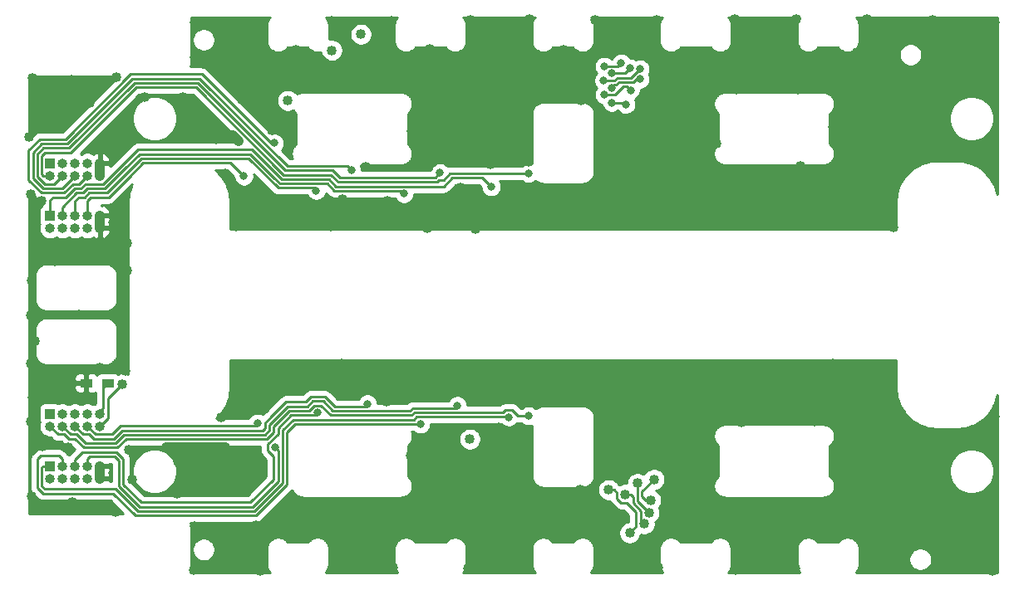
<source format=gbl>
G04 #@! TF.GenerationSoftware,KiCad,Pcbnew,(5.1.6-0-10_14)*
G04 #@! TF.CreationDate,2021-06-30T10:39:40+09:00*
G04 #@! TF.ProjectId,qPCR-photodiode,71504352-2d70-4686-9f74-6f64696f6465,rev?*
G04 #@! TF.SameCoordinates,Original*
G04 #@! TF.FileFunction,Copper,L2,Bot*
G04 #@! TF.FilePolarity,Positive*
%FSLAX46Y46*%
G04 Gerber Fmt 4.6, Leading zero omitted, Abs format (unit mm)*
G04 Created by KiCad (PCBNEW (5.1.6-0-10_14)) date 2021-06-30 10:39:40*
%MOMM*%
%LPD*%
G01*
G04 APERTURE LIST*
G04 #@! TA.AperFunction,SMDPad,CuDef*
%ADD10R,1.200000X0.900000*%
G04 #@! TD*
G04 #@! TA.AperFunction,ComponentPad*
%ADD11O,1.000000X1.000000*%
G04 #@! TD*
G04 #@! TA.AperFunction,ComponentPad*
%ADD12R,1.000000X1.000000*%
G04 #@! TD*
G04 #@! TA.AperFunction,ViaPad*
%ADD13C,0.800000*%
G04 #@! TD*
G04 #@! TA.AperFunction,ViaPad*
%ADD14C,1.016000*%
G04 #@! TD*
G04 #@! TA.AperFunction,Conductor*
%ADD15C,1.016000*%
G04 #@! TD*
G04 #@! TA.AperFunction,Conductor*
%ADD16C,0.250000*%
G04 #@! TD*
G04 #@! TA.AperFunction,Conductor*
%ADD17C,0.254000*%
G04 #@! TD*
G04 APERTURE END LIST*
D10*
X91740000Y-109000000D03*
X89540000Y-109000000D03*
D11*
X90910204Y-93198814D03*
X90910204Y-91928814D03*
X89640204Y-93198814D03*
X89640204Y-91928814D03*
X88370204Y-93198814D03*
X88370204Y-91928814D03*
X87100204Y-93198814D03*
X87100204Y-91928814D03*
X85830204Y-93198814D03*
D12*
X85830204Y-91928814D03*
D11*
X90910204Y-118738814D03*
X90910204Y-117468814D03*
X89640204Y-118738814D03*
X89640204Y-117468814D03*
X88370204Y-118738814D03*
X88370204Y-117468814D03*
X87100204Y-118738814D03*
X87100204Y-117468814D03*
X85830204Y-118738814D03*
D12*
X85830204Y-117468814D03*
X85830204Y-112134814D03*
D11*
X85830204Y-113404814D03*
X87100204Y-112134814D03*
X87100204Y-113404814D03*
X88370204Y-112134814D03*
X88370204Y-113404814D03*
X89640204Y-112134814D03*
X89640204Y-113404814D03*
X90910204Y-112134814D03*
X90910204Y-113404814D03*
D12*
X85830204Y-86594814D03*
D11*
X85830204Y-87864814D03*
X87100204Y-86594814D03*
X87100204Y-87864814D03*
X88370204Y-86594814D03*
X88370204Y-87864814D03*
X89640204Y-86594814D03*
X89640204Y-87864814D03*
X90910204Y-86594814D03*
X90910204Y-87864814D03*
D13*
X97680000Y-115600000D03*
X103710000Y-115600000D03*
D14*
X99196972Y-83760000D03*
X105052095Y-84357003D03*
X85910000Y-94760000D03*
X88080000Y-95340000D03*
X93730000Y-94770000D03*
X93720000Y-97520000D03*
X84380000Y-92520000D03*
X84960000Y-90440000D03*
X83880000Y-89770000D03*
X83740000Y-83900000D03*
X84020000Y-77920000D03*
X92560000Y-77800000D03*
X87050000Y-83080000D03*
X89860000Y-80420000D03*
X87990000Y-78040000D03*
X85690000Y-80550000D03*
X90510000Y-84860000D03*
X93090000Y-82120000D03*
X93170000Y-84230000D03*
X95470000Y-79860000D03*
X99340000Y-79790000D03*
X102460000Y-82160000D03*
X102770000Y-84170000D03*
X103690000Y-87590000D03*
X105380000Y-80050000D03*
X108470000Y-83230000D03*
X109960000Y-85250000D03*
X117970000Y-86970000D03*
X124460000Y-86970000D03*
X122650000Y-83300000D03*
X123590000Y-80270000D03*
X128930000Y-83350000D03*
X130730000Y-86730000D03*
X134620000Y-86430000D03*
X139920000Y-80160000D03*
X133880000Y-80240000D03*
X100580000Y-75770000D03*
X100580000Y-72230000D03*
X107370000Y-72120000D03*
X107480000Y-74940000D03*
X103850000Y-73730000D03*
X110910000Y-75010000D03*
X114560000Y-72040000D03*
X120660000Y-72040000D03*
X120590000Y-74900000D03*
X128700000Y-71990000D03*
X128660000Y-75030000D03*
X134680000Y-71860000D03*
X134650000Y-74930000D03*
X131620000Y-73460000D03*
X124520000Y-74880000D03*
X138190000Y-75040000D03*
X141420000Y-75040000D03*
X141380000Y-71920000D03*
X147630000Y-71920000D03*
X147740000Y-75220000D03*
X144550000Y-73700000D03*
X155560000Y-71910000D03*
X155570000Y-74830000D03*
X161820000Y-71890000D03*
X161880000Y-74960000D03*
X158720000Y-73350000D03*
X148640000Y-78150000D03*
X153690000Y-84570000D03*
X151620000Y-80850000D03*
X152230000Y-76640000D03*
X155780000Y-79070000D03*
X162020000Y-79050000D03*
X158750000Y-76860000D03*
X168000000Y-75260000D03*
X165030000Y-77320000D03*
X165590000Y-82910000D03*
X166530000Y-87520000D03*
X170620000Y-86870000D03*
X173110000Y-87070000D03*
X182080000Y-72210000D03*
X162290000Y-86830000D03*
X145100000Y-81890000D03*
X149480000Y-84940000D03*
X149420000Y-87780000D03*
X144760000Y-87610000D03*
X141900000Y-86170000D03*
X141930000Y-82110000D03*
X146500000Y-84980000D03*
X147070000Y-89980000D03*
X138230000Y-89940000D03*
X120180000Y-90430000D03*
X115630000Y-90270000D03*
X106580000Y-90430000D03*
X111080000Y-90500000D03*
X110610000Y-92840000D03*
X114450000Y-93020000D03*
X119950000Y-92990000D03*
X104760000Y-93040000D03*
X124250000Y-93190000D03*
X124750000Y-90590000D03*
X129200000Y-93290000D03*
X129050000Y-90690000D03*
X127660000Y-89090000D03*
X133630000Y-90210000D03*
X133670000Y-92580000D03*
X138350000Y-92600000D03*
X142480000Y-90420000D03*
X142650000Y-92840000D03*
X147130000Y-92690000D03*
X151640000Y-90310000D03*
X151690000Y-92820000D03*
X154430000Y-89090000D03*
X158050000Y-89050000D03*
X156250000Y-92840000D03*
X160690000Y-90500000D03*
X160710000Y-92660000D03*
X165170000Y-89870000D03*
X165170000Y-92930000D03*
X169580000Y-90420000D03*
X171780000Y-93100000D03*
X169070000Y-71830000D03*
X175740000Y-71970000D03*
X175700000Y-75910000D03*
X172230000Y-74030000D03*
X179500000Y-74030000D03*
X181770000Y-77080000D03*
X178860000Y-79320000D03*
X181930000Y-83770000D03*
X177980000Y-84820000D03*
X168460000Y-79780000D03*
X171910000Y-77510000D03*
X175310000Y-79530000D03*
X171660000Y-82440000D03*
X168320000Y-85030000D03*
X174990000Y-84040000D03*
X182110000Y-112450000D03*
X179020000Y-114040000D03*
X181820000Y-116050000D03*
X178360000Y-120760000D03*
X176890000Y-116350000D03*
X181700000Y-122430000D03*
X181860000Y-128180000D03*
X176220000Y-127940000D03*
X169390000Y-128000000D03*
X169280000Y-124270000D03*
X176280000Y-124270000D03*
X180000000Y-125850000D03*
X172210000Y-125800000D03*
X172670000Y-121730000D03*
X174920000Y-118350000D03*
X172610000Y-112200000D03*
X173910000Y-115360000D03*
X165950000Y-116880000D03*
X163740000Y-112910000D03*
X165250000Y-109850000D03*
X171520000Y-107210000D03*
X169610000Y-109500000D03*
X165620000Y-106970000D03*
X160630000Y-109630000D03*
X160610000Y-107280000D03*
X156250000Y-109820000D03*
X156270000Y-107410000D03*
X151550000Y-109650000D03*
X151590000Y-107290000D03*
X147290000Y-110000000D03*
X147350000Y-107390000D03*
X142600000Y-109730000D03*
X142570000Y-107260000D03*
X138050000Y-109870000D03*
X138110000Y-107220000D03*
X133630000Y-109570000D03*
X133630000Y-107490000D03*
X129180000Y-109840000D03*
X129200000Y-107280000D03*
X124590000Y-109560000D03*
X124630000Y-107110000D03*
X120150000Y-110940000D03*
X120170000Y-107270000D03*
X115560000Y-109670000D03*
X115530000Y-106970000D03*
X111210000Y-109820000D03*
X110320000Y-107140000D03*
X106580000Y-109760000D03*
X106590000Y-107060000D03*
X103240000Y-112510000D03*
X98880000Y-117020000D03*
X98770000Y-120270000D03*
X94230000Y-118860000D03*
X93830000Y-115810000D03*
X87720000Y-115590000D03*
X85090000Y-115490000D03*
X83920000Y-112960000D03*
X85810000Y-110080000D03*
X83860000Y-106980000D03*
X83920000Y-102080000D03*
X84000000Y-120550000D03*
X88140000Y-121180000D03*
X92520000Y-122180000D03*
X102100000Y-116220000D03*
X107320000Y-118490000D03*
X103080000Y-118400000D03*
X100520000Y-123580000D03*
X100470000Y-128100000D03*
X106860000Y-123530000D03*
X103730000Y-126220000D03*
X107270000Y-128180000D03*
X114570000Y-125100000D03*
X114510000Y-127990000D03*
X120830000Y-125170000D03*
X120770000Y-127850000D03*
X117640000Y-126650000D03*
X128560000Y-125200000D03*
X128430000Y-127910000D03*
X134330000Y-125300000D03*
X134650000Y-127940000D03*
X131490000Y-126360000D03*
X141670000Y-125130000D03*
X141630000Y-127990000D03*
X147830000Y-125170000D03*
X147830000Y-127840000D03*
X144690000Y-126640000D03*
X155530000Y-125470000D03*
X161700000Y-125470000D03*
X161750000Y-127950000D03*
X155670000Y-128090000D03*
X158960000Y-126810000D03*
X165350000Y-122680000D03*
X169150000Y-119930000D03*
X171600000Y-117930000D03*
X168900000Y-115530000D03*
X167700000Y-112930000D03*
X153260000Y-115300000D03*
X149270000Y-118460000D03*
X148580000Y-121900000D03*
X151780000Y-123100000D03*
X156390000Y-121150000D03*
X152550000Y-119340000D03*
X160280000Y-122190000D03*
X149300000Y-112540000D03*
X144550000Y-116730000D03*
X144660000Y-112570000D03*
X147010000Y-114510000D03*
X141890000Y-113020000D03*
X141750000Y-118460000D03*
X139810000Y-119890000D03*
X134670000Y-120010000D03*
X134440000Y-115730000D03*
X131510000Y-113500000D03*
X125200000Y-113620000D03*
X122600000Y-116380000D03*
X123200000Y-120060000D03*
X126350000Y-116930000D03*
X128310000Y-119930000D03*
X131520000Y-117750000D03*
X156240000Y-112990000D03*
X88055548Y-109126783D03*
X93480000Y-102950000D03*
X93570000Y-107730000D03*
X84140000Y-95550000D03*
X83950000Y-98550000D03*
X90760000Y-96540000D03*
X86350000Y-96610000D03*
X93370000Y-99860000D03*
X88750000Y-102040000D03*
X84280000Y-104760000D03*
X93220000Y-105520000D03*
X86580000Y-107730000D03*
X90890000Y-107470000D03*
X84020000Y-110440000D03*
X181750000Y-87340000D03*
D13*
X108804990Y-115590000D03*
X106990000Y-113100020D03*
X113120000Y-112024990D03*
X118170000Y-111124970D03*
X123580000Y-113190000D03*
X127330000Y-111289989D03*
X132580000Y-112470000D03*
X134590000Y-112350000D03*
D14*
X142745789Y-119880980D03*
X144882913Y-124293375D03*
X144417484Y-120377328D03*
X146371265Y-123380070D03*
X145692744Y-119241706D03*
X146867453Y-122247472D03*
X147376629Y-118830642D03*
X147013791Y-120967952D03*
D13*
X105580000Y-87910000D03*
X108701152Y-84518848D03*
X112960000Y-89375040D03*
X116570000Y-87310000D03*
X121900000Y-89680000D03*
X125570000Y-87550000D03*
X130780000Y-88990000D03*
X134570000Y-87620000D03*
X143065000Y-80381296D03*
X144515000Y-80573236D03*
X142317347Y-76692653D03*
X144029504Y-76354199D03*
X142314036Y-79592653D03*
X144983464Y-79125384D03*
X143024455Y-77417653D03*
X144961514Y-76882482D03*
X143052678Y-78867653D03*
X145949346Y-77992958D03*
X142237597Y-78142653D03*
X145958159Y-76964348D03*
D14*
X93210000Y-109120000D03*
X110050000Y-80170000D03*
X128610000Y-114720000D03*
X117520000Y-73420000D03*
X114560000Y-75050000D03*
D15*
X90910204Y-118738814D02*
X90910204Y-117468814D01*
X90910204Y-93198814D02*
X90910204Y-91928814D01*
X90910204Y-86594814D02*
X90910204Y-87864814D01*
X97680000Y-115600000D02*
X103710000Y-115600000D01*
X104455092Y-83760000D02*
X105052095Y-84357003D01*
X99196972Y-83760000D02*
X104455092Y-83760000D01*
D16*
X88182331Y-109000000D02*
X88055548Y-109126783D01*
X89540000Y-109000000D02*
X88182331Y-109000000D01*
X106447170Y-121640010D02*
X109079980Y-119007200D01*
X92839991Y-119526401D02*
X94953600Y-121640010D01*
X92839990Y-116906400D02*
X92839991Y-119526401D01*
X94953600Y-121640010D02*
X106447170Y-121640010D01*
X92421459Y-116487869D02*
X92839990Y-116906400D01*
X89910001Y-116487869D02*
X92421459Y-116487869D01*
X89640204Y-116757666D02*
X89910001Y-116487869D01*
X89640204Y-117468814D02*
X89640204Y-116757666D01*
X109079979Y-115864989D02*
X108804990Y-115590000D01*
X109079979Y-119007201D02*
X109079979Y-115864989D01*
X109079980Y-119007200D02*
X109079979Y-119007201D01*
X90473214Y-114237824D02*
X92152176Y-114237824D01*
X89640204Y-113404814D02*
X90473214Y-114237824D01*
X92152176Y-114237824D02*
X93014990Y-113375010D01*
X93014990Y-113375010D02*
X97844666Y-113375010D01*
X106715010Y-113375010D02*
X106990000Y-113100020D01*
X97844666Y-113375010D02*
X106715010Y-113375010D01*
X89122139Y-116037861D02*
X88370204Y-116789796D01*
X112845010Y-112299980D02*
X110417200Y-112299980D01*
X108629969Y-116487981D02*
X108629970Y-118820800D01*
X108030000Y-115888012D02*
X108629969Y-116487981D01*
X109079982Y-114186428D02*
X108030000Y-115236410D01*
X108030000Y-115236410D02*
X108030000Y-115888012D01*
X93290000Y-119340000D02*
X93290000Y-116720000D01*
X106260770Y-121190000D02*
X95140000Y-121190000D01*
X92607860Y-116037860D02*
X89122139Y-116037861D01*
X110417200Y-112299980D02*
X109079982Y-113637198D01*
X109079982Y-113637198D02*
X109079982Y-114186428D01*
X88370204Y-116789796D02*
X88370204Y-117468814D01*
X93290000Y-116720000D02*
X92607860Y-116037860D01*
X108629970Y-118820800D02*
X106260770Y-121190000D01*
X95140000Y-121190000D02*
X93290000Y-119340000D01*
X113120000Y-112024990D02*
X112845010Y-112299980D01*
X88370204Y-113404814D02*
X89195205Y-114229815D01*
X90286814Y-114687834D02*
X92338577Y-114687833D01*
X89828795Y-114229815D02*
X90286814Y-114687834D01*
X89195205Y-114229815D02*
X89828795Y-114229815D01*
X92338577Y-114687833D02*
X93201390Y-113825020D01*
X93201390Y-113825020D02*
X97740000Y-113825020D01*
X97740000Y-113825020D02*
X107532160Y-113825020D01*
X107532160Y-113825020D02*
X107729954Y-113627226D01*
X107729954Y-113627226D02*
X107729955Y-113077995D01*
X107729955Y-113077995D02*
X108358975Y-112448975D01*
X108358975Y-112448975D02*
X109877960Y-110929990D01*
X109877960Y-110929990D02*
X111800010Y-110929990D01*
X111800010Y-110929990D02*
X111867160Y-110929990D01*
X113840802Y-110399970D02*
X114840792Y-111399960D01*
X112397182Y-110399970D02*
X113840802Y-110399970D01*
X111867160Y-110929990D02*
X112397182Y-110399970D01*
X114840792Y-111399960D02*
X117790000Y-111399960D01*
X117895010Y-111399960D02*
X118170000Y-111124970D01*
X117790000Y-111399960D02*
X117895010Y-111399960D01*
X110790000Y-113200000D02*
X123570000Y-113200000D01*
X109980000Y-114010000D02*
X110790000Y-113200000D01*
X109980000Y-119380000D02*
X109980000Y-114010000D01*
X123570000Y-113200000D02*
X123580000Y-113190000D01*
X106819970Y-122540030D02*
X109980000Y-119380000D01*
X94580800Y-122540030D02*
X106819970Y-122540030D01*
X85129988Y-120260010D02*
X92300780Y-120260010D01*
X84555193Y-116774807D02*
X84555194Y-119685216D01*
X84910000Y-116420000D02*
X84555193Y-116774807D01*
X92300780Y-120260010D02*
X94580800Y-122540030D01*
X86758496Y-116420000D02*
X84910000Y-116420000D01*
X84555194Y-119685216D02*
X85129988Y-120260010D01*
X87100204Y-116761708D02*
X86758496Y-116420000D01*
X87100204Y-117468814D02*
X87100204Y-116761708D01*
X87100204Y-113404814D02*
X87925205Y-114229815D01*
X88558795Y-114229815D02*
X89008805Y-114679825D01*
X87925205Y-114229815D02*
X88558795Y-114229815D01*
X89466822Y-115137842D02*
X92524978Y-115137842D01*
X89008805Y-114679825D02*
X89466822Y-115137842D01*
X92524978Y-115137842D02*
X93387790Y-114275030D01*
X93387790Y-114275030D02*
X97390000Y-114275030D01*
X97390000Y-114275030D02*
X107718560Y-114275030D01*
X108179964Y-113264396D02*
X110044400Y-111399960D01*
X108179963Y-113813627D02*
X108179964Y-113264396D01*
X107718560Y-114275030D02*
X108179963Y-113813627D01*
X110064360Y-111380000D02*
X112010000Y-111380000D01*
X112010000Y-111380000D02*
X112029960Y-111399960D01*
X110044400Y-111399960D02*
X110064360Y-111380000D01*
X112583581Y-110849979D02*
X113654402Y-110849980D01*
X112033600Y-111399960D02*
X112583581Y-110849979D01*
X112029960Y-111399960D02*
X112033600Y-111399960D01*
X113654402Y-110849980D02*
X114654392Y-111849970D01*
X122507200Y-111849970D02*
X122792191Y-111564979D01*
X114654392Y-111849970D02*
X122507200Y-111849970D01*
X127055010Y-111564979D02*
X127330000Y-111289989D01*
X122792191Y-111564979D02*
X127055010Y-111564979D01*
X85123098Y-117468814D02*
X85830204Y-117468814D01*
X85316388Y-119810000D02*
X85005203Y-119498815D01*
X85005203Y-119498815D02*
X85005203Y-117586709D01*
X85005203Y-117586709D02*
X85123098Y-117468814D01*
X92487180Y-119810000D02*
X85316388Y-119810000D01*
X94767200Y-122090020D02*
X92487180Y-119810000D01*
X97976400Y-122090020D02*
X94767200Y-122090020D01*
X97976400Y-122090020D02*
X106633570Y-122090020D01*
X106633570Y-122090020D02*
X109529990Y-119193600D01*
X109529990Y-119193600D02*
X109529990Y-114930000D01*
X109529991Y-113823599D02*
X110603600Y-112749990D01*
X109529990Y-114930000D02*
X109529991Y-113823599D01*
X110603600Y-112749990D02*
X122880000Y-112749990D01*
X132574999Y-112464999D02*
X132580000Y-112470000D01*
X123164991Y-112464999D02*
X132574999Y-112464999D01*
X122880000Y-112749990D02*
X123164991Y-112464999D01*
X85830204Y-113404814D02*
X86655205Y-114229815D01*
X87288795Y-114229815D02*
X87738805Y-114679825D01*
X86655205Y-114229815D02*
X87288795Y-114229815D01*
X88372395Y-114679825D02*
X89280422Y-115587852D01*
X89280422Y-115587852D02*
X92711379Y-115587851D01*
X87738805Y-114679825D02*
X88372395Y-114679825D01*
X92711379Y-115587851D02*
X93574190Y-114725040D01*
X93574190Y-114725040D02*
X97230000Y-114725040D01*
X107904960Y-114725040D02*
X108629972Y-114000028D01*
X97230000Y-114725040D02*
X107904960Y-114725040D01*
X108629973Y-113450797D02*
X110230800Y-111849970D01*
X108629972Y-114000028D02*
X108629973Y-113450797D01*
X110230800Y-111849970D02*
X112220000Y-111849970D01*
X113468001Y-111299989D02*
X114467992Y-112299980D01*
X112769981Y-111299989D02*
X113468001Y-111299989D01*
X112220000Y-111849970D02*
X112769981Y-111299989D01*
X122693600Y-112299980D02*
X122978591Y-112014989D01*
X114467992Y-112299980D02*
X122693600Y-112299980D01*
X122978591Y-112014989D02*
X131700000Y-112014989D01*
X132231999Y-111744999D02*
X132928001Y-111744999D01*
X131962009Y-112014989D02*
X132231999Y-111744999D01*
X131700000Y-112014989D02*
X131962009Y-112014989D01*
X133533002Y-112350000D02*
X134590000Y-112350000D01*
X132928001Y-111744999D02*
X133533002Y-112350000D01*
X144882913Y-124293375D02*
X145538264Y-123638024D01*
X145538264Y-123638024D02*
X145538264Y-122191103D01*
X144557490Y-121210329D02*
X144017643Y-121210329D01*
X144017643Y-121210329D02*
X143584483Y-120777169D01*
X145538264Y-122191103D02*
X144557490Y-121210329D01*
X143584483Y-120777169D02*
X143584483Y-120180000D01*
X143285463Y-119880980D02*
X142745789Y-119880980D01*
X143584483Y-120180000D02*
X143285463Y-119880980D01*
X146371265Y-123380070D02*
X146034452Y-123043257D01*
X146034452Y-122050881D02*
X145242734Y-121259163D01*
X146034452Y-123043257D02*
X146034452Y-122050881D01*
X145242734Y-121259163D02*
X145242734Y-120620000D01*
X145000062Y-120377328D02*
X144417484Y-120377328D01*
X145242734Y-120620000D02*
X145000062Y-120377328D01*
X145692744Y-120357256D02*
X145692744Y-119241706D01*
X145692744Y-121072763D02*
X145692744Y-120357256D01*
X146867453Y-122247472D02*
X145692744Y-121072763D01*
X146142754Y-120064517D02*
X147376629Y-118830642D01*
X146142754Y-120543656D02*
X146142754Y-120064517D01*
X146567050Y-120967952D02*
X146142754Y-120543656D01*
X147013791Y-120967952D02*
X146567050Y-120967952D01*
X89640204Y-91928814D02*
X89640204Y-90410454D01*
X89640204Y-90410454D02*
X90002806Y-90047852D01*
X91814451Y-90047851D02*
X93829203Y-88033099D01*
X90002806Y-90047852D02*
X91814451Y-90047851D01*
X93829203Y-88033099D02*
X95322272Y-86540030D01*
X96140800Y-86540030D02*
X99170000Y-86540030D01*
X104210030Y-86540030D02*
X105580000Y-87910000D01*
X99170000Y-86540030D02*
X104210030Y-86540030D01*
X95322272Y-86540030D02*
X96140800Y-86540030D01*
X89640204Y-87864814D02*
X88815203Y-88689815D01*
X84938887Y-89589832D02*
X83655175Y-88306117D01*
X84800816Y-84129970D02*
X87420800Y-84129970D01*
X87420800Y-84129970D02*
X94050800Y-77499970D01*
X87281592Y-89589834D02*
X84938887Y-89589832D01*
X88181613Y-88689815D02*
X87281592Y-89589834D01*
X83655176Y-85275610D02*
X84800816Y-84129970D01*
X83655175Y-88306117D02*
X83655176Y-85275610D01*
X88815203Y-88689815D02*
X88181613Y-88689815D01*
X94050801Y-77499971D02*
X99079202Y-77499972D01*
X94050800Y-77499970D02*
X94050801Y-77499971D01*
X101293378Y-77499970D02*
X99079202Y-77499970D01*
X108312256Y-84518848D02*
X101293378Y-77499970D01*
X108701152Y-84518848D02*
X108312256Y-84518848D01*
X88370204Y-90418163D02*
X88370204Y-91928814D01*
X89374406Y-90039842D02*
X88748524Y-90039843D01*
X89816406Y-89597842D02*
X89374406Y-90039842D01*
X91628050Y-89597842D02*
X89816406Y-89597842D01*
X88748524Y-90039843D02*
X88370204Y-90418163D01*
X109074998Y-89100050D02*
X106064969Y-86090021D01*
X112685010Y-89100050D02*
X109074998Y-89100050D01*
X112960000Y-89375040D02*
X112685010Y-89100050D01*
X95135871Y-86090021D02*
X91628050Y-89597842D01*
X106064969Y-86090021D02*
X95135871Y-86090021D01*
X94237200Y-77949980D02*
X98892801Y-77949981D01*
X87607200Y-84579980D02*
X94237200Y-77949980D01*
X84987216Y-84579980D02*
X87607200Y-84579980D01*
X88370204Y-87864814D02*
X87095193Y-89139825D01*
X84105185Y-85462011D02*
X84987216Y-84579980D01*
X84105184Y-88119718D02*
X84105185Y-85462011D01*
X85125288Y-89139824D02*
X84105184Y-88119718D01*
X87095193Y-89139825D02*
X85125288Y-89139824D01*
X101106978Y-77949980D02*
X98892801Y-77949980D01*
X110006998Y-86850000D02*
X101106978Y-77949980D01*
X116110000Y-86850000D02*
X110006998Y-86850000D01*
X116570000Y-87310000D02*
X116110000Y-86850000D01*
X87100204Y-91928814D02*
X87100204Y-91051753D01*
X88562124Y-89589833D02*
X89188005Y-89589833D01*
X87100204Y-91051753D02*
X88562124Y-89589833D01*
X89630004Y-89147834D02*
X91441649Y-89147833D01*
X89188005Y-89589833D02*
X89630004Y-89147834D01*
X93456401Y-87133081D02*
X94949472Y-85640010D01*
X94949472Y-85640010D02*
X96513600Y-85640010D01*
X96513600Y-85640010D02*
X99390000Y-85640010D01*
X99390000Y-85640010D02*
X104582832Y-85640012D01*
X106251370Y-85640012D02*
X107614963Y-87003605D01*
X104582832Y-85640012D02*
X106251370Y-85640012D01*
X107614963Y-87003605D02*
X108720679Y-88109321D01*
X108720679Y-88109321D02*
X109261398Y-88650040D01*
X109261398Y-88650040D02*
X114070801Y-88650040D01*
X114070801Y-88650040D02*
X114805792Y-89385030D01*
X114805792Y-89385030D02*
X121400000Y-89385030D01*
X121605030Y-89385030D02*
X121900000Y-89680000D01*
X121400000Y-89385030D02*
X121605030Y-89385030D01*
X91441649Y-89147833D02*
X93456401Y-87133081D01*
X86275203Y-88689815D02*
X87100204Y-87864814D01*
X85173616Y-85029990D02*
X84555194Y-85648412D01*
X85311689Y-88689815D02*
X86275203Y-88689815D01*
X84555193Y-87933319D02*
X85311689Y-88689815D01*
X87793600Y-85029990D02*
X85173616Y-85029990D01*
X84555194Y-85648412D02*
X84555193Y-87933319D01*
X94423600Y-78399990D02*
X87793600Y-85029990D01*
X109820598Y-87300010D02*
X100920578Y-78399990D01*
X114630000Y-87300010D02*
X109820598Y-87300010D01*
X125084999Y-88035001D02*
X115364991Y-88035001D01*
X115364991Y-88035001D02*
X114630000Y-87300010D01*
X125570000Y-87550000D02*
X125084999Y-88035001D01*
X98640010Y-78399990D02*
X94423600Y-78399990D01*
X100920578Y-78399990D02*
X98640010Y-78399990D01*
X98706400Y-78399990D02*
X98640010Y-78399990D01*
X85830204Y-91928814D02*
X85830204Y-90369639D01*
X86160001Y-90039843D02*
X87467992Y-90039843D01*
X85830204Y-90369639D02*
X86160001Y-90039843D01*
X88368010Y-89139825D02*
X89001604Y-89139824D01*
X87467992Y-90039843D02*
X88368010Y-89139825D01*
X89001604Y-89139824D02*
X89451613Y-88689815D01*
X89459622Y-88697824D02*
X91255248Y-88697824D01*
X91255248Y-88697824D02*
X93270000Y-86683072D01*
X89451613Y-88689815D02*
X89459622Y-88697824D01*
X93270000Y-86683072D02*
X94763072Y-85190000D01*
X94763072Y-85190000D02*
X96700000Y-85190000D01*
X99310000Y-85190000D02*
X104769233Y-85190003D01*
X96700000Y-85190000D02*
X99310000Y-85190000D01*
X99310000Y-85190000D02*
X99480000Y-85190000D01*
X104769233Y-85190003D02*
X106437771Y-85190003D01*
X106437771Y-85190003D02*
X108064972Y-86817204D01*
X108064972Y-86817204D02*
X109447798Y-88200030D01*
X114257200Y-88200030D02*
X114992192Y-88935020D01*
X114992192Y-88935020D02*
X125949696Y-88935020D01*
X109447798Y-88200030D02*
X114257200Y-88200030D01*
X125949696Y-88935020D02*
X126814706Y-88070010D01*
X126814706Y-88070010D02*
X129640000Y-88070010D01*
X129860010Y-88070010D02*
X130780000Y-88990000D01*
X129640000Y-88070010D02*
X129860010Y-88070010D01*
X85123098Y-87864814D02*
X85830204Y-87864814D01*
X85005203Y-87746919D02*
X85123098Y-87864814D01*
X85005203Y-85834813D02*
X85005203Y-87746919D01*
X125271400Y-88485010D02*
X115178591Y-88485011D01*
X100734178Y-78850000D02*
X94610000Y-78850000D01*
X87980000Y-85480000D02*
X85360016Y-85480000D01*
X109634198Y-87750020D02*
X100734178Y-78850000D01*
X114443600Y-87750020D02*
X109634198Y-87750020D01*
X125481409Y-88275001D02*
X125271400Y-88485010D01*
X85360016Y-85480000D02*
X85005203Y-85834813D01*
X94610000Y-78850000D02*
X87980000Y-85480000D01*
X126573002Y-87620000D02*
X125918001Y-88275001D01*
X115178591Y-88485011D02*
X114443600Y-87750020D01*
X134570000Y-87620000D02*
X126573002Y-87620000D01*
X125918001Y-88275001D02*
X125481409Y-88275001D01*
X144323060Y-80381296D02*
X144515000Y-80573236D01*
X143065000Y-80381296D02*
X144323060Y-80381296D01*
X143691050Y-76692653D02*
X144029504Y-76354199D01*
X142317347Y-76692653D02*
X143691050Y-76692653D01*
X143400679Y-79592654D02*
X144225650Y-78767683D01*
X142314036Y-79592653D02*
X143400679Y-79592654D01*
X144625763Y-78767683D02*
X144983464Y-79125384D01*
X144225650Y-78767683D02*
X144625763Y-78767683D01*
X144426343Y-77417653D02*
X144961514Y-76882482D01*
X143024455Y-77417653D02*
X144426343Y-77417653D01*
X143800569Y-78317673D02*
X143525580Y-78592662D01*
X143972327Y-78317673D02*
X143800569Y-78317673D01*
X143327669Y-78592662D02*
X143052678Y-78867653D01*
X143525580Y-78592662D02*
X143327669Y-78592662D01*
X143972327Y-78317673D02*
X145235735Y-78317673D01*
X145560450Y-77992958D02*
X145949346Y-77992958D01*
X145235735Y-78317673D02*
X145560450Y-77992958D01*
X145049335Y-77867663D02*
X145598651Y-77318347D01*
X143339179Y-78142653D02*
X143614169Y-77867663D01*
X143614169Y-77867663D02*
X145049335Y-77867663D01*
X142237597Y-78142653D02*
X143339179Y-78142653D01*
X145692024Y-77230483D02*
X145958159Y-76964348D01*
X145686515Y-77230483D02*
X145692024Y-77230483D01*
X145598651Y-77318347D02*
X145686515Y-77230483D01*
X90910204Y-111949796D02*
X91285195Y-111574805D01*
X90910204Y-112134814D02*
X90910204Y-111949796D01*
X91285195Y-111574805D02*
X91285195Y-109454805D01*
X91285195Y-109454805D02*
X91740000Y-109000000D01*
X90910204Y-113404814D02*
X91735205Y-112579813D01*
X91735205Y-112579813D02*
X91735205Y-111761205D01*
X91735205Y-110594795D02*
X93210000Y-109120000D01*
X91735205Y-111761205D02*
X91735205Y-110594795D01*
D17*
G36*
X172015000Y-109533646D02*
G01*
X172018056Y-109564678D01*
X172017904Y-109586518D01*
X172018838Y-109596037D01*
X172090240Y-110275376D01*
X172102719Y-110336170D01*
X172114357Y-110397177D01*
X172117121Y-110406333D01*
X172319113Y-111058864D01*
X172343175Y-111116105D01*
X172366430Y-111173663D01*
X172370920Y-111182107D01*
X172695809Y-111782978D01*
X172730539Y-111834467D01*
X172764522Y-111886398D01*
X172770566Y-111893810D01*
X173205978Y-112420133D01*
X173250033Y-112463881D01*
X173293471Y-112508239D01*
X173300841Y-112514336D01*
X173830190Y-112946061D01*
X173881893Y-112980412D01*
X173933129Y-113015494D01*
X173941542Y-113020043D01*
X174544665Y-113340730D01*
X174602101Y-113364403D01*
X174659131Y-113388846D01*
X174668267Y-113391675D01*
X175322193Y-113589107D01*
X175383126Y-113601172D01*
X175443824Y-113614074D01*
X175453336Y-113615074D01*
X176133156Y-113681731D01*
X176133163Y-113681731D01*
X176166353Y-113685000D01*
X178233647Y-113685000D01*
X178264679Y-113681944D01*
X178286518Y-113682096D01*
X178296037Y-113681162D01*
X178975376Y-113609760D01*
X179036170Y-113597281D01*
X179097177Y-113585643D01*
X179106333Y-113582879D01*
X179758864Y-113380887D01*
X179816105Y-113356825D01*
X179873663Y-113333570D01*
X179882107Y-113329080D01*
X180482978Y-113004191D01*
X180534467Y-112969461D01*
X180586398Y-112935478D01*
X180593810Y-112929434D01*
X181120133Y-112494022D01*
X181163881Y-112449967D01*
X181208239Y-112406529D01*
X181214336Y-112399159D01*
X181646061Y-111869810D01*
X181680412Y-111818107D01*
X181715494Y-111766871D01*
X181720043Y-111758458D01*
X182040730Y-111155335D01*
X182064403Y-111097899D01*
X182088846Y-111040869D01*
X182091675Y-111031733D01*
X182289107Y-110377807D01*
X182301172Y-110316874D01*
X182314074Y-110256176D01*
X182315001Y-110247361D01*
X182315001Y-128315000D01*
X167940843Y-128315000D01*
X167965472Y-128290882D01*
X167971568Y-128283512D01*
X167971573Y-128283507D01*
X167971577Y-128283501D01*
X168033244Y-128207891D01*
X168067582Y-128156210D01*
X168102683Y-128104945D01*
X168107232Y-128096532D01*
X168153044Y-128010371D01*
X168176708Y-127952955D01*
X168201158Y-127895912D01*
X168203986Y-127886776D01*
X168232191Y-127793358D01*
X168244253Y-127732438D01*
X168257159Y-127671721D01*
X168258159Y-127662209D01*
X168267681Y-127565092D01*
X168267681Y-127565088D01*
X168270950Y-127531898D01*
X168270950Y-126884340D01*
X173325682Y-126884340D01*
X173325682Y-127115660D01*
X173370810Y-127342536D01*
X173459333Y-127556248D01*
X173587848Y-127748584D01*
X173751416Y-127912152D01*
X173943752Y-128040667D01*
X174157464Y-128129190D01*
X174384340Y-128174318D01*
X174615660Y-128174318D01*
X174842536Y-128129190D01*
X175056248Y-128040667D01*
X175248584Y-127912152D01*
X175412152Y-127748584D01*
X175540667Y-127556248D01*
X175629190Y-127342536D01*
X175674318Y-127115660D01*
X175674318Y-126884340D01*
X175629190Y-126657464D01*
X175540667Y-126443752D01*
X175412152Y-126251416D01*
X175248584Y-126087848D01*
X175056248Y-125959333D01*
X174842536Y-125870810D01*
X174615660Y-125825682D01*
X174384340Y-125825682D01*
X174157464Y-125870810D01*
X173943752Y-125959333D01*
X173751416Y-126087848D01*
X173587848Y-126251416D01*
X173459333Y-126443752D01*
X173370810Y-126657464D01*
X173325682Y-126884340D01*
X168270950Y-126884340D01*
X168270950Y-125864604D01*
X168267866Y-125833297D01*
X168267883Y-125828549D01*
X168266916Y-125819034D01*
X168262049Y-125774237D01*
X168261038Y-125763968D01*
X168260876Y-125763433D01*
X168256377Y-125722022D01*
X168243686Y-125661273D01*
X168231833Y-125600300D01*
X168229037Y-125591154D01*
X168199855Y-125498036D01*
X168175583Y-125440856D01*
X168152140Y-125383411D01*
X168147621Y-125374982D01*
X168100909Y-125289305D01*
X168066002Y-125237941D01*
X168031836Y-125186126D01*
X168025766Y-125178735D01*
X167963301Y-125103763D01*
X167919090Y-125060165D01*
X167875497Y-125015960D01*
X167868107Y-125009889D01*
X167792271Y-124948479D01*
X167740423Y-124914292D01*
X167689097Y-124879411D01*
X167680668Y-124874891D01*
X167680663Y-124874889D01*
X167680661Y-124874887D01*
X167680658Y-124874886D01*
X167594348Y-124829379D01*
X167536853Y-124805915D01*
X167479711Y-124781660D01*
X167470564Y-124778863D01*
X167377048Y-124750985D01*
X167316069Y-124739132D01*
X167255331Y-124726444D01*
X167245816Y-124725477D01*
X167148666Y-124716294D01*
X167086565Y-124716511D01*
X167024505Y-124715861D01*
X167014983Y-124716760D01*
X166917900Y-124726621D01*
X166857019Y-124738897D01*
X166796009Y-124750315D01*
X166786843Y-124753047D01*
X166693524Y-124781578D01*
X166636191Y-124805444D01*
X166578564Y-124828493D01*
X166570106Y-124832953D01*
X166570101Y-124832955D01*
X166570096Y-124832958D01*
X166484104Y-124879067D01*
X166432535Y-124913590D01*
X166380445Y-124947417D01*
X166373012Y-124953436D01*
X166297606Y-125015375D01*
X166297596Y-125015385D01*
X166271820Y-125036539D01*
X166095108Y-125213251D01*
X164076792Y-125213251D01*
X163900079Y-125036538D01*
X163875765Y-125016585D01*
X163872418Y-125013214D01*
X163865007Y-125007169D01*
X163829734Y-124978809D01*
X163821909Y-124972387D01*
X163821426Y-124972129D01*
X163788957Y-124946023D01*
X163737003Y-124912025D01*
X163685534Y-124877310D01*
X163677089Y-124872819D01*
X163590610Y-124827609D01*
X163533075Y-124804364D01*
X163475816Y-124780294D01*
X163466660Y-124777530D01*
X163373048Y-124749978D01*
X163312065Y-124738345D01*
X163251242Y-124725860D01*
X163241723Y-124724926D01*
X163144541Y-124716082D01*
X163082459Y-124716516D01*
X163020377Y-124716082D01*
X163010859Y-124717015D01*
X162913810Y-124727215D01*
X162852967Y-124739704D01*
X162792008Y-124751333D01*
X162782852Y-124754097D01*
X162689633Y-124782953D01*
X162632384Y-124807019D01*
X162574831Y-124830272D01*
X162566386Y-124834762D01*
X162480548Y-124881174D01*
X162429065Y-124915901D01*
X162377129Y-124949887D01*
X162369717Y-124955931D01*
X162294529Y-125018133D01*
X162250768Y-125062200D01*
X162206428Y-125105621D01*
X162200331Y-125112990D01*
X162138656Y-125188611D01*
X162104318Y-125240292D01*
X162069217Y-125291557D01*
X162064668Y-125299970D01*
X162018856Y-125386131D01*
X161995192Y-125443547D01*
X161970742Y-125500590D01*
X161967914Y-125509726D01*
X161939709Y-125603144D01*
X161927648Y-125664056D01*
X161914741Y-125724780D01*
X161913741Y-125734292D01*
X161904219Y-125831410D01*
X161904219Y-125831424D01*
X161900951Y-125864604D01*
X161900950Y-127531897D01*
X161904034Y-127563204D01*
X161904017Y-127567951D01*
X161904984Y-127577466D01*
X161909850Y-127622258D01*
X161910862Y-127632533D01*
X161911024Y-127633068D01*
X161915523Y-127674479D01*
X161928215Y-127735231D01*
X161940064Y-127796192D01*
X161942861Y-127805338D01*
X161972041Y-127898456D01*
X161996307Y-127955623D01*
X162019759Y-128013090D01*
X162024278Y-128021520D01*
X162070991Y-128107196D01*
X162105880Y-128158533D01*
X162140063Y-128210375D01*
X162146134Y-128217766D01*
X162208598Y-128292738D01*
X162231173Y-128315000D01*
X154940843Y-128315000D01*
X154965472Y-128290882D01*
X154971568Y-128283512D01*
X154971573Y-128283507D01*
X154971577Y-128283501D01*
X155033244Y-128207891D01*
X155067582Y-128156210D01*
X155102683Y-128104945D01*
X155107232Y-128096532D01*
X155153044Y-128010371D01*
X155176708Y-127952955D01*
X155201158Y-127895912D01*
X155203986Y-127886776D01*
X155232191Y-127793358D01*
X155244253Y-127732438D01*
X155257159Y-127671721D01*
X155258159Y-127662209D01*
X155267681Y-127565092D01*
X155267681Y-127565088D01*
X155270950Y-127531898D01*
X155270950Y-125864604D01*
X155267866Y-125833297D01*
X155267883Y-125828549D01*
X155266916Y-125819034D01*
X155262049Y-125774237D01*
X155261038Y-125763968D01*
X155260876Y-125763433D01*
X155256377Y-125722022D01*
X155243686Y-125661273D01*
X155231833Y-125600300D01*
X155229037Y-125591154D01*
X155199855Y-125498036D01*
X155175583Y-125440856D01*
X155152140Y-125383411D01*
X155147621Y-125374982D01*
X155100909Y-125289305D01*
X155066002Y-125237941D01*
X155031836Y-125186126D01*
X155025766Y-125178735D01*
X154963301Y-125103763D01*
X154919090Y-125060165D01*
X154875497Y-125015960D01*
X154868107Y-125009889D01*
X154792271Y-124948479D01*
X154740423Y-124914292D01*
X154689097Y-124879411D01*
X154680668Y-124874891D01*
X154680663Y-124874889D01*
X154680661Y-124874887D01*
X154680658Y-124874886D01*
X154594348Y-124829379D01*
X154536853Y-124805915D01*
X154479711Y-124781660D01*
X154470564Y-124778863D01*
X154377048Y-124750985D01*
X154316069Y-124739132D01*
X154255331Y-124726444D01*
X154245816Y-124725477D01*
X154148666Y-124716294D01*
X154086565Y-124716511D01*
X154024505Y-124715861D01*
X154014983Y-124716760D01*
X153917900Y-124726621D01*
X153857019Y-124738897D01*
X153796009Y-124750315D01*
X153786843Y-124753047D01*
X153693524Y-124781578D01*
X153636191Y-124805444D01*
X153578564Y-124828493D01*
X153570106Y-124832953D01*
X153570101Y-124832955D01*
X153570096Y-124832958D01*
X153484104Y-124879067D01*
X153432535Y-124913590D01*
X153380445Y-124947417D01*
X153373012Y-124953436D01*
X153297606Y-125015375D01*
X153297596Y-125015385D01*
X153271820Y-125036539D01*
X153095108Y-125213251D01*
X150076792Y-125213251D01*
X149900079Y-125036538D01*
X149875765Y-125016585D01*
X149872418Y-125013214D01*
X149865007Y-125007169D01*
X149829734Y-124978809D01*
X149821909Y-124972387D01*
X149821426Y-124972129D01*
X149788957Y-124946023D01*
X149737003Y-124912025D01*
X149685534Y-124877310D01*
X149677089Y-124872819D01*
X149590610Y-124827609D01*
X149533075Y-124804364D01*
X149475816Y-124780294D01*
X149466660Y-124777530D01*
X149373048Y-124749978D01*
X149312065Y-124738345D01*
X149251242Y-124725860D01*
X149241723Y-124724926D01*
X149144541Y-124716082D01*
X149082459Y-124716516D01*
X149020377Y-124716082D01*
X149010859Y-124717015D01*
X148913810Y-124727215D01*
X148852967Y-124739704D01*
X148792008Y-124751333D01*
X148782852Y-124754097D01*
X148689633Y-124782953D01*
X148632384Y-124807019D01*
X148574831Y-124830272D01*
X148566386Y-124834762D01*
X148480548Y-124881174D01*
X148429065Y-124915901D01*
X148377129Y-124949887D01*
X148369717Y-124955931D01*
X148294529Y-125018133D01*
X148250768Y-125062200D01*
X148206428Y-125105621D01*
X148200331Y-125112990D01*
X148138656Y-125188611D01*
X148104318Y-125240292D01*
X148069217Y-125291557D01*
X148064668Y-125299970D01*
X148018856Y-125386131D01*
X147995192Y-125443547D01*
X147970742Y-125500590D01*
X147967914Y-125509726D01*
X147939709Y-125603144D01*
X147927648Y-125664056D01*
X147914741Y-125724780D01*
X147913741Y-125734292D01*
X147904219Y-125831410D01*
X147904219Y-125831424D01*
X147900951Y-125864604D01*
X147900950Y-127531897D01*
X147904034Y-127563204D01*
X147904017Y-127567951D01*
X147904984Y-127577466D01*
X147909850Y-127622258D01*
X147910862Y-127632533D01*
X147911024Y-127633068D01*
X147915523Y-127674479D01*
X147928215Y-127735231D01*
X147940064Y-127796192D01*
X147942861Y-127805338D01*
X147972041Y-127898456D01*
X147996307Y-127955623D01*
X148019759Y-128013090D01*
X148024278Y-128021520D01*
X148070991Y-128107196D01*
X148105880Y-128158533D01*
X148140063Y-128210375D01*
X148146134Y-128217766D01*
X148208598Y-128292738D01*
X148231173Y-128315000D01*
X140940843Y-128315000D01*
X140965472Y-128290882D01*
X140971568Y-128283512D01*
X140971573Y-128283507D01*
X140971577Y-128283501D01*
X141033244Y-128207891D01*
X141067582Y-128156210D01*
X141102683Y-128104945D01*
X141107232Y-128096532D01*
X141153044Y-128010371D01*
X141176708Y-127952955D01*
X141201158Y-127895912D01*
X141203986Y-127886776D01*
X141232191Y-127793358D01*
X141244253Y-127732438D01*
X141257159Y-127671721D01*
X141258159Y-127662209D01*
X141267681Y-127565092D01*
X141267681Y-127565088D01*
X141270950Y-127531898D01*
X141270950Y-125864604D01*
X141267866Y-125833297D01*
X141267883Y-125828549D01*
X141266916Y-125819034D01*
X141262049Y-125774237D01*
X141261038Y-125763968D01*
X141260876Y-125763433D01*
X141256377Y-125722022D01*
X141243686Y-125661273D01*
X141231833Y-125600300D01*
X141229037Y-125591154D01*
X141199855Y-125498036D01*
X141175583Y-125440856D01*
X141152140Y-125383411D01*
X141147621Y-125374982D01*
X141100909Y-125289305D01*
X141066002Y-125237941D01*
X141031836Y-125186126D01*
X141025766Y-125178735D01*
X140963301Y-125103763D01*
X140919090Y-125060165D01*
X140875497Y-125015960D01*
X140868107Y-125009889D01*
X140792271Y-124948479D01*
X140740423Y-124914292D01*
X140689097Y-124879411D01*
X140680668Y-124874891D01*
X140680663Y-124874889D01*
X140680661Y-124874887D01*
X140680658Y-124874886D01*
X140594348Y-124829379D01*
X140536853Y-124805915D01*
X140479711Y-124781660D01*
X140470564Y-124778863D01*
X140377048Y-124750985D01*
X140316069Y-124739132D01*
X140255331Y-124726444D01*
X140245816Y-124725477D01*
X140148666Y-124716294D01*
X140086565Y-124716511D01*
X140024505Y-124715861D01*
X140014983Y-124716760D01*
X139917900Y-124726621D01*
X139857019Y-124738897D01*
X139796009Y-124750315D01*
X139786843Y-124753047D01*
X139693524Y-124781578D01*
X139636191Y-124805444D01*
X139578564Y-124828493D01*
X139570106Y-124832953D01*
X139570101Y-124832955D01*
X139570096Y-124832958D01*
X139484104Y-124879067D01*
X139432535Y-124913590D01*
X139380445Y-124947417D01*
X139373012Y-124953436D01*
X139297606Y-125015375D01*
X139297596Y-125015385D01*
X139271820Y-125036539D01*
X139095108Y-125213251D01*
X137076792Y-125213251D01*
X136900079Y-125036538D01*
X136875765Y-125016585D01*
X136872418Y-125013214D01*
X136865007Y-125007169D01*
X136829734Y-124978809D01*
X136821909Y-124972387D01*
X136821426Y-124972129D01*
X136788957Y-124946023D01*
X136737003Y-124912025D01*
X136685534Y-124877310D01*
X136677089Y-124872819D01*
X136590610Y-124827609D01*
X136533075Y-124804364D01*
X136475816Y-124780294D01*
X136466660Y-124777530D01*
X136373048Y-124749978D01*
X136312065Y-124738345D01*
X136251242Y-124725860D01*
X136241723Y-124724926D01*
X136144541Y-124716082D01*
X136082459Y-124716516D01*
X136020377Y-124716082D01*
X136010859Y-124717015D01*
X135913810Y-124727215D01*
X135852967Y-124739704D01*
X135792008Y-124751333D01*
X135782852Y-124754097D01*
X135689633Y-124782953D01*
X135632384Y-124807019D01*
X135574831Y-124830272D01*
X135566386Y-124834762D01*
X135480548Y-124881174D01*
X135429065Y-124915901D01*
X135377129Y-124949887D01*
X135369717Y-124955931D01*
X135294529Y-125018133D01*
X135250768Y-125062200D01*
X135206428Y-125105621D01*
X135200331Y-125112990D01*
X135138656Y-125188611D01*
X135104318Y-125240292D01*
X135069217Y-125291557D01*
X135064668Y-125299970D01*
X135018856Y-125386131D01*
X134995192Y-125443547D01*
X134970742Y-125500590D01*
X134967914Y-125509726D01*
X134939709Y-125603144D01*
X134927648Y-125664056D01*
X134914741Y-125724780D01*
X134913741Y-125734292D01*
X134904219Y-125831410D01*
X134904219Y-125831424D01*
X134900951Y-125864604D01*
X134900950Y-127531897D01*
X134904034Y-127563204D01*
X134904017Y-127567951D01*
X134904984Y-127577466D01*
X134909850Y-127622258D01*
X134910862Y-127632533D01*
X134911024Y-127633068D01*
X134915523Y-127674479D01*
X134928215Y-127735231D01*
X134940064Y-127796192D01*
X134942861Y-127805338D01*
X134972041Y-127898456D01*
X134996307Y-127955623D01*
X135019759Y-128013090D01*
X135024278Y-128021520D01*
X135070991Y-128107196D01*
X135105880Y-128158533D01*
X135140063Y-128210375D01*
X135146134Y-128217766D01*
X135208598Y-128292738D01*
X135231173Y-128315000D01*
X127940843Y-128315000D01*
X127965472Y-128290882D01*
X127971568Y-128283512D01*
X127971573Y-128283507D01*
X127971577Y-128283501D01*
X128033244Y-128207891D01*
X128067582Y-128156210D01*
X128102683Y-128104945D01*
X128107232Y-128096532D01*
X128153044Y-128010371D01*
X128176708Y-127952955D01*
X128201158Y-127895912D01*
X128203986Y-127886776D01*
X128232191Y-127793358D01*
X128244253Y-127732438D01*
X128257159Y-127671721D01*
X128258159Y-127662209D01*
X128267681Y-127565092D01*
X128267681Y-127565088D01*
X128270950Y-127531898D01*
X128270950Y-125864604D01*
X128267866Y-125833297D01*
X128267883Y-125828549D01*
X128266916Y-125819034D01*
X128262049Y-125774237D01*
X128261038Y-125763968D01*
X128260876Y-125763433D01*
X128256377Y-125722022D01*
X128243686Y-125661273D01*
X128231833Y-125600300D01*
X128229037Y-125591154D01*
X128199855Y-125498036D01*
X128175583Y-125440856D01*
X128152140Y-125383411D01*
X128147621Y-125374982D01*
X128100909Y-125289305D01*
X128066002Y-125237941D01*
X128031836Y-125186126D01*
X128025766Y-125178735D01*
X127963301Y-125103763D01*
X127919090Y-125060165D01*
X127875497Y-125015960D01*
X127868107Y-125009889D01*
X127792271Y-124948479D01*
X127740423Y-124914292D01*
X127689097Y-124879411D01*
X127680668Y-124874891D01*
X127680663Y-124874889D01*
X127680661Y-124874887D01*
X127680658Y-124874886D01*
X127594348Y-124829379D01*
X127536853Y-124805915D01*
X127479711Y-124781660D01*
X127470564Y-124778863D01*
X127377048Y-124750985D01*
X127316069Y-124739132D01*
X127255331Y-124726444D01*
X127245816Y-124725477D01*
X127148666Y-124716294D01*
X127086565Y-124716511D01*
X127024505Y-124715861D01*
X127014983Y-124716760D01*
X126917900Y-124726621D01*
X126857019Y-124738897D01*
X126796009Y-124750315D01*
X126786843Y-124753047D01*
X126693524Y-124781578D01*
X126636191Y-124805444D01*
X126578564Y-124828493D01*
X126570106Y-124832953D01*
X126570101Y-124832955D01*
X126570096Y-124832958D01*
X126484104Y-124879067D01*
X126432535Y-124913590D01*
X126380445Y-124947417D01*
X126373012Y-124953436D01*
X126297606Y-125015375D01*
X126297596Y-125015385D01*
X126271820Y-125036539D01*
X126095108Y-125213251D01*
X123076792Y-125213251D01*
X122900079Y-125036538D01*
X122875765Y-125016585D01*
X122872418Y-125013214D01*
X122865007Y-125007169D01*
X122829734Y-124978809D01*
X122821909Y-124972387D01*
X122821426Y-124972129D01*
X122788957Y-124946023D01*
X122737003Y-124912025D01*
X122685534Y-124877310D01*
X122677089Y-124872819D01*
X122590610Y-124827609D01*
X122533075Y-124804364D01*
X122475816Y-124780294D01*
X122466660Y-124777530D01*
X122373048Y-124749978D01*
X122312065Y-124738345D01*
X122251242Y-124725860D01*
X122241723Y-124724926D01*
X122144541Y-124716082D01*
X122082459Y-124716516D01*
X122020377Y-124716082D01*
X122010859Y-124717015D01*
X121913810Y-124727215D01*
X121852967Y-124739704D01*
X121792008Y-124751333D01*
X121782852Y-124754097D01*
X121689633Y-124782953D01*
X121632384Y-124807019D01*
X121574831Y-124830272D01*
X121566386Y-124834762D01*
X121480548Y-124881174D01*
X121429065Y-124915901D01*
X121377129Y-124949887D01*
X121369717Y-124955931D01*
X121294529Y-125018133D01*
X121250768Y-125062200D01*
X121206428Y-125105621D01*
X121200331Y-125112990D01*
X121138656Y-125188611D01*
X121104318Y-125240292D01*
X121069217Y-125291557D01*
X121064668Y-125299970D01*
X121018856Y-125386131D01*
X120995192Y-125443547D01*
X120970742Y-125500590D01*
X120967914Y-125509726D01*
X120939709Y-125603144D01*
X120927648Y-125664056D01*
X120914741Y-125724780D01*
X120913741Y-125734292D01*
X120904219Y-125831410D01*
X120904219Y-125831424D01*
X120900951Y-125864604D01*
X120900950Y-127531897D01*
X120904034Y-127563204D01*
X120904017Y-127567951D01*
X120904984Y-127577466D01*
X120909850Y-127622258D01*
X120910862Y-127632533D01*
X120911024Y-127633068D01*
X120915523Y-127674479D01*
X120928215Y-127735231D01*
X120940064Y-127796192D01*
X120942861Y-127805338D01*
X120972041Y-127898456D01*
X120996307Y-127955623D01*
X121019759Y-128013090D01*
X121024278Y-128021520D01*
X121070991Y-128107196D01*
X121105880Y-128158533D01*
X121140063Y-128210375D01*
X121146134Y-128217766D01*
X121208598Y-128292738D01*
X121231173Y-128315000D01*
X113940843Y-128315000D01*
X113965472Y-128290882D01*
X113971568Y-128283512D01*
X113971573Y-128283507D01*
X113971577Y-128283501D01*
X114033244Y-128207891D01*
X114067582Y-128156210D01*
X114102683Y-128104945D01*
X114107232Y-128096532D01*
X114153044Y-128010371D01*
X114176708Y-127952955D01*
X114201158Y-127895912D01*
X114203986Y-127886776D01*
X114232191Y-127793358D01*
X114244253Y-127732438D01*
X114257159Y-127671721D01*
X114258159Y-127662209D01*
X114267681Y-127565092D01*
X114267681Y-127565088D01*
X114270950Y-127531898D01*
X114270950Y-125864604D01*
X114267866Y-125833297D01*
X114267883Y-125828549D01*
X114266916Y-125819034D01*
X114262049Y-125774237D01*
X114261038Y-125763968D01*
X114260876Y-125763433D01*
X114256377Y-125722022D01*
X114243686Y-125661273D01*
X114231833Y-125600300D01*
X114229037Y-125591154D01*
X114199855Y-125498036D01*
X114175583Y-125440856D01*
X114152140Y-125383411D01*
X114147621Y-125374982D01*
X114100909Y-125289305D01*
X114066002Y-125237941D01*
X114031836Y-125186126D01*
X114025766Y-125178735D01*
X113963301Y-125103763D01*
X113919090Y-125060165D01*
X113875497Y-125015960D01*
X113868107Y-125009889D01*
X113792271Y-124948479D01*
X113740423Y-124914292D01*
X113689097Y-124879411D01*
X113680668Y-124874891D01*
X113680663Y-124874889D01*
X113680661Y-124874887D01*
X113680658Y-124874886D01*
X113594348Y-124829379D01*
X113536853Y-124805915D01*
X113479711Y-124781660D01*
X113470564Y-124778863D01*
X113377048Y-124750985D01*
X113316069Y-124739132D01*
X113255331Y-124726444D01*
X113245816Y-124725477D01*
X113148666Y-124716294D01*
X113086565Y-124716511D01*
X113024505Y-124715861D01*
X113014983Y-124716760D01*
X112917900Y-124726621D01*
X112857019Y-124738897D01*
X112796009Y-124750315D01*
X112786843Y-124753047D01*
X112693524Y-124781578D01*
X112636191Y-124805444D01*
X112578564Y-124828493D01*
X112570106Y-124832953D01*
X112570101Y-124832955D01*
X112570096Y-124832958D01*
X112484104Y-124879067D01*
X112432535Y-124913590D01*
X112380445Y-124947417D01*
X112373012Y-124953436D01*
X112297606Y-125015375D01*
X112297596Y-125015385D01*
X112271820Y-125036539D01*
X112095108Y-125213251D01*
X110076792Y-125213251D01*
X109900079Y-125036538D01*
X109875765Y-125016585D01*
X109872418Y-125013214D01*
X109865007Y-125007169D01*
X109829734Y-124978809D01*
X109821909Y-124972387D01*
X109821426Y-124972129D01*
X109788957Y-124946023D01*
X109737003Y-124912025D01*
X109685534Y-124877310D01*
X109677089Y-124872819D01*
X109590610Y-124827609D01*
X109533075Y-124804364D01*
X109475816Y-124780294D01*
X109466660Y-124777530D01*
X109373048Y-124749978D01*
X109312065Y-124738345D01*
X109251242Y-124725860D01*
X109241723Y-124724926D01*
X109144541Y-124716082D01*
X109082459Y-124716516D01*
X109020377Y-124716082D01*
X109010859Y-124717015D01*
X108913810Y-124727215D01*
X108852967Y-124739704D01*
X108792008Y-124751333D01*
X108782852Y-124754097D01*
X108689633Y-124782953D01*
X108632384Y-124807019D01*
X108574831Y-124830272D01*
X108566386Y-124834762D01*
X108480548Y-124881174D01*
X108429065Y-124915901D01*
X108377129Y-124949887D01*
X108369717Y-124955931D01*
X108294529Y-125018133D01*
X108250768Y-125062200D01*
X108206428Y-125105621D01*
X108200331Y-125112990D01*
X108138656Y-125188611D01*
X108104318Y-125240292D01*
X108069217Y-125291557D01*
X108064668Y-125299970D01*
X108018856Y-125386131D01*
X107995192Y-125443547D01*
X107970742Y-125500590D01*
X107967914Y-125509726D01*
X107939709Y-125603144D01*
X107927648Y-125664056D01*
X107914741Y-125724780D01*
X107913741Y-125734292D01*
X107904219Y-125831410D01*
X107904219Y-125831424D01*
X107900951Y-125864604D01*
X107900950Y-127531897D01*
X107904034Y-127563204D01*
X107904017Y-127567951D01*
X107904984Y-127577466D01*
X107909850Y-127622258D01*
X107910862Y-127632533D01*
X107911024Y-127633068D01*
X107915523Y-127674479D01*
X107928215Y-127735231D01*
X107940064Y-127796192D01*
X107942861Y-127805338D01*
X107972041Y-127898456D01*
X107996307Y-127955623D01*
X108019759Y-128013090D01*
X108024278Y-128021520D01*
X108070991Y-128107196D01*
X108105880Y-128158533D01*
X108140063Y-128210375D01*
X108146134Y-128217766D01*
X108208598Y-128292738D01*
X108231173Y-128315000D01*
X100185000Y-128315000D01*
X100185000Y-125884340D01*
X100325682Y-125884340D01*
X100325682Y-126115660D01*
X100370810Y-126342536D01*
X100459333Y-126556248D01*
X100587848Y-126748584D01*
X100751416Y-126912152D01*
X100943752Y-127040667D01*
X101157464Y-127129190D01*
X101384340Y-127174318D01*
X101615660Y-127174318D01*
X101842536Y-127129190D01*
X102056248Y-127040667D01*
X102248584Y-126912152D01*
X102412152Y-126748584D01*
X102540667Y-126556248D01*
X102629190Y-126342536D01*
X102674318Y-126115660D01*
X102674318Y-125884340D01*
X102629190Y-125657464D01*
X102540667Y-125443752D01*
X102412152Y-125251416D01*
X102248584Y-125087848D01*
X102056248Y-124959333D01*
X101842536Y-124870810D01*
X101615660Y-124825682D01*
X101384340Y-124825682D01*
X101157464Y-124870810D01*
X100943752Y-124959333D01*
X100751416Y-125087848D01*
X100587848Y-125251416D01*
X100459333Y-125443752D01*
X100370810Y-125657464D01*
X100325682Y-125884340D01*
X100185000Y-125884340D01*
X100185000Y-123466353D01*
X100182148Y-123437399D01*
X100182169Y-123434427D01*
X100181236Y-123424909D01*
X100176179Y-123376790D01*
X100175088Y-123365717D01*
X100174976Y-123365348D01*
X100171036Y-123327860D01*
X100165323Y-123300030D01*
X106782648Y-123300030D01*
X106819970Y-123303706D01*
X106857292Y-123300030D01*
X106857303Y-123300030D01*
X106968956Y-123289033D01*
X107112217Y-123245576D01*
X107244246Y-123175004D01*
X107359971Y-123080031D01*
X107383774Y-123051027D01*
X110491004Y-119943798D01*
X110502411Y-119934436D01*
X110509704Y-119951784D01*
X110532970Y-120009370D01*
X110537460Y-120017815D01*
X110583873Y-120103652D01*
X110618588Y-120155118D01*
X110652586Y-120207072D01*
X110658630Y-120214483D01*
X110720832Y-120289672D01*
X110764880Y-120333413D01*
X110808319Y-120377773D01*
X110815689Y-120383869D01*
X110815694Y-120383874D01*
X110815700Y-120383878D01*
X110891310Y-120445545D01*
X110942991Y-120479883D01*
X110994256Y-120514984D01*
X111002669Y-120519533D01*
X111088830Y-120565345D01*
X111146246Y-120589009D01*
X111203289Y-120613459D01*
X111212425Y-120616287D01*
X111305843Y-120644492D01*
X111366763Y-120656554D01*
X111427480Y-120669460D01*
X111436992Y-120670460D01*
X111534109Y-120679982D01*
X111534113Y-120679982D01*
X111567303Y-120683251D01*
X121634597Y-120683251D01*
X121665914Y-120680166D01*
X121670651Y-120680183D01*
X121680166Y-120679216D01*
X121724860Y-120674361D01*
X121735233Y-120673339D01*
X121735773Y-120673175D01*
X121777179Y-120668677D01*
X121837942Y-120655983D01*
X121898894Y-120644135D01*
X121908040Y-120641339D01*
X122001157Y-120612158D01*
X122058301Y-120587901D01*
X122115789Y-120564441D01*
X122124219Y-120559922D01*
X122209895Y-120513209D01*
X122261232Y-120478320D01*
X122313074Y-120444137D01*
X122320465Y-120438066D01*
X122395437Y-120375602D01*
X122439015Y-120331411D01*
X122483240Y-120287799D01*
X122489311Y-120280408D01*
X122550721Y-120204572D01*
X122584913Y-120152716D01*
X122619789Y-120101398D01*
X122624309Y-120092969D01*
X122669821Y-120006649D01*
X122693285Y-119949154D01*
X122717540Y-119892012D01*
X122720337Y-119882865D01*
X122748215Y-119789349D01*
X122752285Y-119768404D01*
X141602789Y-119768404D01*
X141602789Y-119993556D01*
X141646714Y-120214381D01*
X141732876Y-120422393D01*
X141857963Y-120609600D01*
X142017169Y-120768806D01*
X142204376Y-120893893D01*
X142412388Y-120980055D01*
X142633213Y-121023980D01*
X142858365Y-121023980D01*
X142864768Y-121022706D01*
X142870322Y-121041014D01*
X142878937Y-121069415D01*
X142949509Y-121201445D01*
X142988703Y-121249202D01*
X143044482Y-121317170D01*
X143073486Y-121340973D01*
X143453839Y-121721326D01*
X143477642Y-121750330D01*
X143593367Y-121845303D01*
X143725396Y-121915875D01*
X143868657Y-121959332D01*
X143980310Y-121970329D01*
X143980318Y-121970329D01*
X144017643Y-121974005D01*
X144054968Y-121970329D01*
X144242689Y-121970329D01*
X144778265Y-122505906D01*
X144778264Y-123150375D01*
X144770337Y-123150375D01*
X144549512Y-123194300D01*
X144341500Y-123280462D01*
X144154293Y-123405549D01*
X143995087Y-123564755D01*
X143870000Y-123751962D01*
X143783838Y-123959974D01*
X143739913Y-124180799D01*
X143739913Y-124405951D01*
X143783838Y-124626776D01*
X143870000Y-124834788D01*
X143995087Y-125021995D01*
X144154293Y-125181201D01*
X144341500Y-125306288D01*
X144549512Y-125392450D01*
X144770337Y-125436375D01*
X144995489Y-125436375D01*
X145216314Y-125392450D01*
X145424326Y-125306288D01*
X145611533Y-125181201D01*
X145770739Y-125021995D01*
X145895826Y-124834788D01*
X145981988Y-124626776D01*
X146013372Y-124469000D01*
X146037864Y-124479145D01*
X146258689Y-124523070D01*
X146483841Y-124523070D01*
X146704666Y-124479145D01*
X146912678Y-124392983D01*
X147099885Y-124267896D01*
X147259091Y-124108690D01*
X147384178Y-123921483D01*
X147470340Y-123713471D01*
X147514265Y-123492646D01*
X147514265Y-123267494D01*
X147500652Y-123199056D01*
X147596073Y-123135298D01*
X147755279Y-122976092D01*
X147880366Y-122788885D01*
X147966528Y-122580873D01*
X148010453Y-122360048D01*
X148010453Y-122134896D01*
X147966528Y-121914071D01*
X147883812Y-121714377D01*
X147901617Y-121696572D01*
X148026704Y-121509365D01*
X148112866Y-121301353D01*
X148156791Y-121080528D01*
X148156791Y-120855376D01*
X148112866Y-120634551D01*
X148026704Y-120426539D01*
X147901617Y-120239332D01*
X147742411Y-120080126D01*
X147561518Y-119959258D01*
X147710030Y-119929717D01*
X147918042Y-119843555D01*
X148105249Y-119718468D01*
X148264455Y-119559262D01*
X148389542Y-119372055D01*
X148475704Y-119164043D01*
X148519629Y-118943218D01*
X148519629Y-118718066D01*
X148475704Y-118497241D01*
X148389542Y-118289229D01*
X148264455Y-118102022D01*
X148105249Y-117942816D01*
X147918042Y-117817729D01*
X147710030Y-117731567D01*
X147489205Y-117687642D01*
X147264053Y-117687642D01*
X147043228Y-117731567D01*
X146835216Y-117817729D01*
X146648009Y-117942816D01*
X146488803Y-118102022D01*
X146363716Y-118289229D01*
X146355238Y-118309696D01*
X146234157Y-118228793D01*
X146026145Y-118142631D01*
X145805320Y-118098706D01*
X145580168Y-118098706D01*
X145359343Y-118142631D01*
X145151331Y-118228793D01*
X144964124Y-118353880D01*
X144804918Y-118513086D01*
X144679831Y-118700293D01*
X144593669Y-118908305D01*
X144549744Y-119129130D01*
X144549744Y-119238243D01*
X144530060Y-119234328D01*
X144304908Y-119234328D01*
X144084083Y-119278253D01*
X143876071Y-119364415D01*
X143856665Y-119377381D01*
X143849267Y-119369983D01*
X143825464Y-119340979D01*
X143709739Y-119246006D01*
X143688658Y-119234738D01*
X143633615Y-119152360D01*
X143474409Y-118993154D01*
X143287202Y-118868067D01*
X143079190Y-118781905D01*
X142858365Y-118737980D01*
X142633213Y-118737980D01*
X142412388Y-118781905D01*
X142204376Y-118868067D01*
X142017169Y-118993154D01*
X141857963Y-119152360D01*
X141732876Y-119339567D01*
X141646714Y-119547579D01*
X141602789Y-119768404D01*
X122752285Y-119768404D01*
X122760066Y-119728376D01*
X122772756Y-119667632D01*
X122773723Y-119658117D01*
X122782906Y-119560968D01*
X122782689Y-119498868D01*
X122783339Y-119436808D01*
X122782440Y-119427286D01*
X122772579Y-119330201D01*
X122760307Y-119269338D01*
X122748886Y-119208314D01*
X122746154Y-119199149D01*
X122717624Y-119105831D01*
X122693762Y-119048507D01*
X122670709Y-118990869D01*
X122666249Y-118982409D01*
X122620136Y-118896408D01*
X122585592Y-118844807D01*
X122551781Y-118792743D01*
X122545763Y-118785310D01*
X122483823Y-118709905D01*
X122483816Y-118709898D01*
X122462662Y-118684122D01*
X122285950Y-118507410D01*
X122285950Y-115389093D01*
X122462662Y-115212381D01*
X122482619Y-115188064D01*
X122485987Y-115184719D01*
X122492032Y-115177308D01*
X122520322Y-115142123D01*
X122526814Y-115134212D01*
X122527075Y-115133723D01*
X122553178Y-115101258D01*
X122587186Y-115049288D01*
X122621891Y-114997835D01*
X122626382Y-114989390D01*
X122671592Y-114902911D01*
X122694844Y-114845359D01*
X122718907Y-114788117D01*
X122721671Y-114778961D01*
X122749223Y-114685349D01*
X122760858Y-114624358D01*
X122764333Y-114607424D01*
X127467000Y-114607424D01*
X127467000Y-114832576D01*
X127510925Y-115053401D01*
X127597087Y-115261413D01*
X127722174Y-115448620D01*
X127881380Y-115607826D01*
X128068587Y-115732913D01*
X128276599Y-115819075D01*
X128497424Y-115863000D01*
X128722576Y-115863000D01*
X128943401Y-115819075D01*
X129151413Y-115732913D01*
X129338620Y-115607826D01*
X129497826Y-115448620D01*
X129622913Y-115261413D01*
X129709075Y-115053401D01*
X129753000Y-114832576D01*
X129753000Y-114607424D01*
X129709075Y-114386599D01*
X129622913Y-114178587D01*
X129497826Y-113991380D01*
X129338620Y-113832174D01*
X129151413Y-113707087D01*
X128943401Y-113620925D01*
X128722576Y-113577000D01*
X128497424Y-113577000D01*
X128276599Y-113620925D01*
X128068587Y-113707087D01*
X127881380Y-113832174D01*
X127722174Y-113991380D01*
X127597087Y-114178587D01*
X127510925Y-114386599D01*
X127467000Y-114607424D01*
X122764333Y-114607424D01*
X122773341Y-114563542D01*
X122774275Y-114554024D01*
X122783119Y-114456841D01*
X122782685Y-114394760D01*
X122783119Y-114332678D01*
X122782186Y-114323160D01*
X122771986Y-114226111D01*
X122759497Y-114165268D01*
X122747868Y-114104309D01*
X122745104Y-114095153D01*
X122716248Y-114001934D01*
X122698620Y-113960000D01*
X122886289Y-113960000D01*
X122920226Y-113993937D01*
X123089744Y-114107205D01*
X123278102Y-114185226D01*
X123478061Y-114225000D01*
X123681939Y-114225000D01*
X123881898Y-114185226D01*
X124070256Y-114107205D01*
X124239774Y-113993937D01*
X124383937Y-113849774D01*
X124497205Y-113680256D01*
X124575226Y-113491898D01*
X124615000Y-113291939D01*
X124615000Y-113224999D01*
X131871288Y-113224999D01*
X131920226Y-113273937D01*
X132089744Y-113387205D01*
X132278102Y-113465226D01*
X132478061Y-113505000D01*
X132681939Y-113505000D01*
X132881898Y-113465226D01*
X133070256Y-113387205D01*
X133239774Y-113273937D01*
X133383937Y-113129774D01*
X133403233Y-113100896D01*
X133476196Y-113108082D01*
X133533002Y-113113677D01*
X133570335Y-113110000D01*
X133886289Y-113110000D01*
X133930226Y-113153937D01*
X134099744Y-113267205D01*
X134288102Y-113345226D01*
X134488061Y-113385000D01*
X134691939Y-113385000D01*
X134891898Y-113345226D01*
X134915000Y-113335657D01*
X134915001Y-118533647D01*
X134917852Y-118562591D01*
X134917831Y-118565573D01*
X134918764Y-118575092D01*
X134923838Y-118623369D01*
X134924913Y-118634283D01*
X134925023Y-118634647D01*
X134928964Y-118672140D01*
X134941455Y-118732990D01*
X134953082Y-118793942D01*
X134955845Y-118803096D01*
X134955847Y-118803102D01*
X134984702Y-118896317D01*
X135008754Y-118953533D01*
X135032020Y-119011119D01*
X135036510Y-119019564D01*
X135082923Y-119105401D01*
X135117638Y-119156867D01*
X135151636Y-119208821D01*
X135157680Y-119216232D01*
X135219882Y-119291421D01*
X135263930Y-119335162D01*
X135307369Y-119379522D01*
X135314739Y-119385618D01*
X135314744Y-119385623D01*
X135314750Y-119385627D01*
X135390360Y-119447294D01*
X135442041Y-119481632D01*
X135493306Y-119516733D01*
X135501719Y-119521282D01*
X135587880Y-119567094D01*
X135645296Y-119590758D01*
X135702339Y-119615208D01*
X135711475Y-119618036D01*
X135804893Y-119646241D01*
X135865813Y-119658303D01*
X135926530Y-119671209D01*
X135936042Y-119672209D01*
X136033159Y-119681731D01*
X136033163Y-119681731D01*
X136066353Y-119685000D01*
X140133647Y-119685000D01*
X140162601Y-119682148D01*
X140165573Y-119682169D01*
X140175092Y-119681236D01*
X140223218Y-119676178D01*
X140234283Y-119675088D01*
X140234652Y-119674976D01*
X140272140Y-119671036D01*
X140332990Y-119658545D01*
X140393942Y-119646918D01*
X140403096Y-119644155D01*
X140403102Y-119644153D01*
X140496317Y-119615298D01*
X140553533Y-119591246D01*
X140611119Y-119567980D01*
X140619564Y-119563490D01*
X140705401Y-119517077D01*
X140756867Y-119482362D01*
X140808821Y-119448364D01*
X140816232Y-119442320D01*
X140891421Y-119380118D01*
X140935162Y-119336070D01*
X140979522Y-119292631D01*
X140985618Y-119285261D01*
X140985623Y-119285256D01*
X140985627Y-119285250D01*
X141047294Y-119209640D01*
X141081632Y-119157959D01*
X141116733Y-119106694D01*
X141121282Y-119098281D01*
X141167094Y-119012120D01*
X141190758Y-118954704D01*
X141215208Y-118897661D01*
X141218036Y-118888525D01*
X141246241Y-118795107D01*
X141258303Y-118734187D01*
X141271209Y-118673470D01*
X141272209Y-118663958D01*
X141281731Y-118566841D01*
X141281731Y-118566837D01*
X141285000Y-118533647D01*
X141285000Y-114459702D01*
X153418559Y-114459702D01*
X153419459Y-114469224D01*
X153429321Y-114566308D01*
X153441589Y-114627149D01*
X153453012Y-114688186D01*
X153455744Y-114697352D01*
X153484274Y-114790671D01*
X153508136Y-114847997D01*
X153531191Y-114905637D01*
X153535652Y-114914097D01*
X153581765Y-115000098D01*
X153616299Y-115051684D01*
X153650115Y-115103756D01*
X153656134Y-115111189D01*
X153718073Y-115186594D01*
X153718079Y-115186600D01*
X153739237Y-115212381D01*
X153915951Y-115389094D01*
X153915950Y-118507409D01*
X153739237Y-118684122D01*
X153719281Y-118708439D01*
X153715913Y-118711783D01*
X153709868Y-118719194D01*
X153681587Y-118754368D01*
X153675085Y-118762291D01*
X153674823Y-118762781D01*
X153648722Y-118795244D01*
X153614724Y-118847198D01*
X153580009Y-118898667D01*
X153575518Y-118907112D01*
X153530308Y-118993591D01*
X153507063Y-119051126D01*
X153482993Y-119108385D01*
X153480229Y-119117541D01*
X153452677Y-119211153D01*
X153441044Y-119272136D01*
X153428559Y-119332959D01*
X153427625Y-119342478D01*
X153418781Y-119439660D01*
X153419215Y-119501742D01*
X153418781Y-119563824D01*
X153419714Y-119573343D01*
X153429914Y-119670391D01*
X153442405Y-119731241D01*
X153454032Y-119792193D01*
X153456795Y-119801347D01*
X153456797Y-119801353D01*
X153485652Y-119894568D01*
X153509704Y-119951784D01*
X153532970Y-120009370D01*
X153537460Y-120017815D01*
X153583873Y-120103652D01*
X153618588Y-120155118D01*
X153652586Y-120207072D01*
X153658630Y-120214483D01*
X153720832Y-120289672D01*
X153764880Y-120333413D01*
X153808319Y-120377773D01*
X153815689Y-120383869D01*
X153815694Y-120383874D01*
X153815700Y-120383878D01*
X153891310Y-120445545D01*
X153942991Y-120479883D01*
X153994256Y-120514984D01*
X154002669Y-120519533D01*
X154088830Y-120565345D01*
X154146246Y-120589009D01*
X154203289Y-120613459D01*
X154212425Y-120616287D01*
X154305843Y-120644492D01*
X154366763Y-120656554D01*
X154427480Y-120669460D01*
X154436992Y-120670460D01*
X154534109Y-120679982D01*
X154534113Y-120679982D01*
X154567303Y-120683251D01*
X164634597Y-120683251D01*
X164665914Y-120680166D01*
X164670651Y-120680183D01*
X164680166Y-120679216D01*
X164724860Y-120674361D01*
X164735233Y-120673339D01*
X164735773Y-120673175D01*
X164777179Y-120668677D01*
X164837942Y-120655983D01*
X164898894Y-120644135D01*
X164908040Y-120641339D01*
X165001157Y-120612158D01*
X165058301Y-120587901D01*
X165115789Y-120564441D01*
X165124219Y-120559922D01*
X165209895Y-120513209D01*
X165261232Y-120478320D01*
X165313074Y-120444137D01*
X165320465Y-120438066D01*
X165395437Y-120375602D01*
X165439015Y-120331411D01*
X165483240Y-120287799D01*
X165489311Y-120280408D01*
X165550721Y-120204572D01*
X165584913Y-120152716D01*
X165619789Y-120101398D01*
X165624309Y-120092969D01*
X165669821Y-120006649D01*
X165693285Y-119949154D01*
X165717540Y-119892012D01*
X165720337Y-119882865D01*
X165748215Y-119789349D01*
X165760066Y-119728376D01*
X165772756Y-119667632D01*
X165773723Y-119658117D01*
X165782906Y-119560968D01*
X165782689Y-119498868D01*
X165783339Y-119436808D01*
X165782440Y-119427286D01*
X165772579Y-119330201D01*
X165760307Y-119269338D01*
X165748886Y-119208314D01*
X165746154Y-119199149D01*
X165717624Y-119105831D01*
X165693762Y-119048507D01*
X165670709Y-118990869D01*
X165666249Y-118982409D01*
X165620136Y-118896408D01*
X165585592Y-118844807D01*
X165551781Y-118792743D01*
X165545763Y-118785310D01*
X165483823Y-118709905D01*
X165483816Y-118709898D01*
X165462662Y-118684122D01*
X165285950Y-118507410D01*
X165285950Y-117774070D01*
X177406099Y-117774070D01*
X177406099Y-118225930D01*
X177494253Y-118669106D01*
X177667171Y-119086569D01*
X177918211Y-119462277D01*
X178237723Y-119781789D01*
X178613431Y-120032829D01*
X179030894Y-120205747D01*
X179474070Y-120293901D01*
X179925930Y-120293901D01*
X180369106Y-120205747D01*
X180786569Y-120032829D01*
X181162277Y-119781789D01*
X181481789Y-119462277D01*
X181732829Y-119086569D01*
X181905747Y-118669106D01*
X181993901Y-118225930D01*
X181993901Y-117774070D01*
X181905747Y-117330894D01*
X181732829Y-116913431D01*
X181481789Y-116537723D01*
X181162277Y-116218211D01*
X180786569Y-115967171D01*
X180369106Y-115794253D01*
X179925930Y-115706099D01*
X179474070Y-115706099D01*
X179030894Y-115794253D01*
X178613431Y-115967171D01*
X178237723Y-116218211D01*
X177918211Y-116537723D01*
X177667171Y-116913431D01*
X177494253Y-117330894D01*
X177406099Y-117774070D01*
X165285950Y-117774070D01*
X165285950Y-115389093D01*
X165462662Y-115212381D01*
X165482619Y-115188064D01*
X165485987Y-115184719D01*
X165492032Y-115177308D01*
X165520322Y-115142123D01*
X165526814Y-115134212D01*
X165527075Y-115133723D01*
X165553178Y-115101258D01*
X165587186Y-115049288D01*
X165621891Y-114997835D01*
X165626382Y-114989390D01*
X165671592Y-114902911D01*
X165694844Y-114845359D01*
X165718907Y-114788117D01*
X165721671Y-114778961D01*
X165749223Y-114685349D01*
X165760858Y-114624358D01*
X165773341Y-114563542D01*
X165774275Y-114554024D01*
X165783119Y-114456841D01*
X165782685Y-114394759D01*
X165783119Y-114332678D01*
X165782186Y-114323160D01*
X165771986Y-114226111D01*
X165759497Y-114165268D01*
X165747868Y-114104309D01*
X165745104Y-114095153D01*
X165716248Y-114001934D01*
X165692182Y-113944685D01*
X165668929Y-113887132D01*
X165664439Y-113878687D01*
X165618027Y-113792849D01*
X165583300Y-113741366D01*
X165549314Y-113689430D01*
X165543270Y-113682018D01*
X165481068Y-113606830D01*
X165437001Y-113563069D01*
X165393580Y-113518729D01*
X165386211Y-113512632D01*
X165310590Y-113450957D01*
X165258909Y-113416619D01*
X165207644Y-113381518D01*
X165199231Y-113376969D01*
X165113070Y-113331157D01*
X165055654Y-113307493D01*
X164998611Y-113283043D01*
X164989475Y-113280215D01*
X164896057Y-113252010D01*
X164835145Y-113239949D01*
X164774421Y-113227042D01*
X164764909Y-113226042D01*
X164667791Y-113216520D01*
X164667787Y-113216520D01*
X164634597Y-113213251D01*
X154567303Y-113213251D01*
X154535996Y-113216335D01*
X154531256Y-113216318D01*
X154521741Y-113217284D01*
X154476877Y-113222157D01*
X154466667Y-113223163D01*
X154466136Y-113223324D01*
X154424729Y-113227822D01*
X154363976Y-113240513D01*
X154303002Y-113252366D01*
X154293856Y-113255162D01*
X154200737Y-113284345D01*
X154143579Y-113308608D01*
X154086110Y-113332060D01*
X154077681Y-113336579D01*
X153992004Y-113383291D01*
X153940640Y-113418198D01*
X153888825Y-113452364D01*
X153881434Y-113458434D01*
X153806462Y-113520899D01*
X153762869Y-113565105D01*
X153718663Y-113608698D01*
X153712592Y-113616088D01*
X153651181Y-113691925D01*
X153617017Y-113743737D01*
X153582106Y-113795108D01*
X153577586Y-113803537D01*
X153532075Y-113889857D01*
X153508606Y-113947366D01*
X153484359Y-114004489D01*
X153481562Y-114013636D01*
X153453684Y-114107152D01*
X153441837Y-114168101D01*
X153429143Y-114228862D01*
X153428176Y-114238378D01*
X153418992Y-114335527D01*
X153419209Y-114397605D01*
X153418559Y-114459702D01*
X141285000Y-114459702D01*
X141285000Y-112466353D01*
X141282148Y-112437399D01*
X141282169Y-112434427D01*
X141281236Y-112424909D01*
X141276179Y-112376790D01*
X141275088Y-112365717D01*
X141274976Y-112365348D01*
X141271036Y-112327860D01*
X141258547Y-112267017D01*
X141246918Y-112206058D01*
X141244154Y-112196902D01*
X141215298Y-112103683D01*
X141191232Y-112046434D01*
X141167979Y-111988881D01*
X141163489Y-111980436D01*
X141117077Y-111894598D01*
X141082350Y-111843115D01*
X141048364Y-111791179D01*
X141042320Y-111783767D01*
X140980118Y-111708579D01*
X140936051Y-111664818D01*
X140892630Y-111620478D01*
X140885261Y-111614381D01*
X140809640Y-111552706D01*
X140757959Y-111518368D01*
X140706694Y-111483267D01*
X140698281Y-111478718D01*
X140612120Y-111432906D01*
X140554704Y-111409242D01*
X140497661Y-111384792D01*
X140488525Y-111381964D01*
X140395107Y-111353759D01*
X140334195Y-111341698D01*
X140273471Y-111328791D01*
X140263959Y-111327791D01*
X140166841Y-111318269D01*
X140166837Y-111318269D01*
X140133647Y-111315000D01*
X136066353Y-111315000D01*
X136037399Y-111317852D01*
X136034427Y-111317831D01*
X136024909Y-111318764D01*
X135976790Y-111323821D01*
X135965717Y-111324912D01*
X135965348Y-111325024D01*
X135927860Y-111328964D01*
X135867017Y-111341453D01*
X135806058Y-111353082D01*
X135796902Y-111355846D01*
X135703683Y-111384702D01*
X135646434Y-111408768D01*
X135588881Y-111432021D01*
X135580436Y-111436511D01*
X135494598Y-111482923D01*
X135443115Y-111517650D01*
X135391179Y-111551636D01*
X135383767Y-111557680D01*
X135316796Y-111613085D01*
X135249774Y-111546063D01*
X135080256Y-111432795D01*
X134891898Y-111354774D01*
X134691939Y-111315000D01*
X134488061Y-111315000D01*
X134288102Y-111354774D01*
X134099744Y-111432795D01*
X133930226Y-111546063D01*
X133886289Y-111590000D01*
X133847804Y-111590000D01*
X133491804Y-111234001D01*
X133468002Y-111204998D01*
X133352277Y-111110025D01*
X133220248Y-111039453D01*
X133076987Y-110995996D01*
X132965334Y-110984999D01*
X132965323Y-110984999D01*
X132928001Y-110981323D01*
X132890679Y-110984999D01*
X132269332Y-110984999D01*
X132231999Y-110981322D01*
X132194666Y-110984999D01*
X132083013Y-110995996D01*
X131939752Y-111039453D01*
X131807723Y-111110025D01*
X131691998Y-111204998D01*
X131668195Y-111234002D01*
X131647208Y-111254989D01*
X128365000Y-111254989D01*
X128365000Y-111188050D01*
X128325226Y-110988091D01*
X128247205Y-110799733D01*
X128133937Y-110630215D01*
X127989774Y-110486052D01*
X127820256Y-110372784D01*
X127631898Y-110294763D01*
X127431939Y-110254989D01*
X127228061Y-110254989D01*
X127028102Y-110294763D01*
X126839744Y-110372784D01*
X126670226Y-110486052D01*
X126526063Y-110630215D01*
X126412795Y-110799733D01*
X126410622Y-110804979D01*
X122829513Y-110804979D01*
X122792190Y-110801303D01*
X122754867Y-110804979D01*
X122754858Y-110804979D01*
X122643205Y-110815976D01*
X122499944Y-110859433D01*
X122367915Y-110930005D01*
X122252190Y-111024978D01*
X122228387Y-111053982D01*
X122192399Y-111089970D01*
X119205000Y-111089970D01*
X119205000Y-111023031D01*
X119165226Y-110823072D01*
X119087205Y-110634714D01*
X118973937Y-110465196D01*
X118829774Y-110321033D01*
X118660256Y-110207765D01*
X118471898Y-110129744D01*
X118271939Y-110089970D01*
X118068061Y-110089970D01*
X117868102Y-110129744D01*
X117679744Y-110207765D01*
X117510226Y-110321033D01*
X117366063Y-110465196D01*
X117252795Y-110634714D01*
X117250622Y-110639960D01*
X115155595Y-110639960D01*
X114404605Y-109888972D01*
X114380803Y-109859969D01*
X114265078Y-109764996D01*
X114133049Y-109694424D01*
X113989788Y-109650967D01*
X113878135Y-109639970D01*
X113878124Y-109639970D01*
X113840802Y-109636294D01*
X113803480Y-109639970D01*
X112434506Y-109639970D01*
X112397183Y-109636294D01*
X112359858Y-109639970D01*
X112359849Y-109639970D01*
X112248196Y-109650967D01*
X112104935Y-109694424D01*
X111972906Y-109764996D01*
X111857181Y-109859969D01*
X111833383Y-109888967D01*
X111552359Y-110169990D01*
X109915282Y-110169990D01*
X109877959Y-110166314D01*
X109840636Y-110169990D01*
X109840627Y-110169990D01*
X109728974Y-110180987D01*
X109585713Y-110224444D01*
X109453684Y-110295016D01*
X109337959Y-110389989D01*
X109314161Y-110418987D01*
X107847977Y-111885172D01*
X107847972Y-111885176D01*
X107522264Y-112210884D01*
X107480256Y-112182815D01*
X107291898Y-112104794D01*
X107091939Y-112065020D01*
X106888061Y-112065020D01*
X106688102Y-112104794D01*
X106499744Y-112182815D01*
X106330226Y-112296083D01*
X106186063Y-112440246D01*
X106072795Y-112609764D01*
X106070622Y-112615010D01*
X102773884Y-112615010D01*
X102920133Y-112494022D01*
X102963881Y-112449967D01*
X103008239Y-112406529D01*
X103014336Y-112399159D01*
X103446061Y-111869810D01*
X103480412Y-111818107D01*
X103515494Y-111766871D01*
X103520043Y-111758458D01*
X103840730Y-111155335D01*
X103864403Y-111097899D01*
X103888846Y-111040869D01*
X103891675Y-111031733D01*
X104089107Y-110377807D01*
X104101172Y-110316874D01*
X104114074Y-110256176D01*
X104115074Y-110246664D01*
X104181731Y-109566844D01*
X104181731Y-109566837D01*
X104185000Y-109533647D01*
X104185000Y-106685000D01*
X172015001Y-106685000D01*
X172015000Y-109533646D01*
G37*
X172015000Y-109533646D02*
X172018056Y-109564678D01*
X172017904Y-109586518D01*
X172018838Y-109596037D01*
X172090240Y-110275376D01*
X172102719Y-110336170D01*
X172114357Y-110397177D01*
X172117121Y-110406333D01*
X172319113Y-111058864D01*
X172343175Y-111116105D01*
X172366430Y-111173663D01*
X172370920Y-111182107D01*
X172695809Y-111782978D01*
X172730539Y-111834467D01*
X172764522Y-111886398D01*
X172770566Y-111893810D01*
X173205978Y-112420133D01*
X173250033Y-112463881D01*
X173293471Y-112508239D01*
X173300841Y-112514336D01*
X173830190Y-112946061D01*
X173881893Y-112980412D01*
X173933129Y-113015494D01*
X173941542Y-113020043D01*
X174544665Y-113340730D01*
X174602101Y-113364403D01*
X174659131Y-113388846D01*
X174668267Y-113391675D01*
X175322193Y-113589107D01*
X175383126Y-113601172D01*
X175443824Y-113614074D01*
X175453336Y-113615074D01*
X176133156Y-113681731D01*
X176133163Y-113681731D01*
X176166353Y-113685000D01*
X178233647Y-113685000D01*
X178264679Y-113681944D01*
X178286518Y-113682096D01*
X178296037Y-113681162D01*
X178975376Y-113609760D01*
X179036170Y-113597281D01*
X179097177Y-113585643D01*
X179106333Y-113582879D01*
X179758864Y-113380887D01*
X179816105Y-113356825D01*
X179873663Y-113333570D01*
X179882107Y-113329080D01*
X180482978Y-113004191D01*
X180534467Y-112969461D01*
X180586398Y-112935478D01*
X180593810Y-112929434D01*
X181120133Y-112494022D01*
X181163881Y-112449967D01*
X181208239Y-112406529D01*
X181214336Y-112399159D01*
X181646061Y-111869810D01*
X181680412Y-111818107D01*
X181715494Y-111766871D01*
X181720043Y-111758458D01*
X182040730Y-111155335D01*
X182064403Y-111097899D01*
X182088846Y-111040869D01*
X182091675Y-111031733D01*
X182289107Y-110377807D01*
X182301172Y-110316874D01*
X182314074Y-110256176D01*
X182315001Y-110247361D01*
X182315001Y-128315000D01*
X167940843Y-128315000D01*
X167965472Y-128290882D01*
X167971568Y-128283512D01*
X167971573Y-128283507D01*
X167971577Y-128283501D01*
X168033244Y-128207891D01*
X168067582Y-128156210D01*
X168102683Y-128104945D01*
X168107232Y-128096532D01*
X168153044Y-128010371D01*
X168176708Y-127952955D01*
X168201158Y-127895912D01*
X168203986Y-127886776D01*
X168232191Y-127793358D01*
X168244253Y-127732438D01*
X168257159Y-127671721D01*
X168258159Y-127662209D01*
X168267681Y-127565092D01*
X168267681Y-127565088D01*
X168270950Y-127531898D01*
X168270950Y-126884340D01*
X173325682Y-126884340D01*
X173325682Y-127115660D01*
X173370810Y-127342536D01*
X173459333Y-127556248D01*
X173587848Y-127748584D01*
X173751416Y-127912152D01*
X173943752Y-128040667D01*
X174157464Y-128129190D01*
X174384340Y-128174318D01*
X174615660Y-128174318D01*
X174842536Y-128129190D01*
X175056248Y-128040667D01*
X175248584Y-127912152D01*
X175412152Y-127748584D01*
X175540667Y-127556248D01*
X175629190Y-127342536D01*
X175674318Y-127115660D01*
X175674318Y-126884340D01*
X175629190Y-126657464D01*
X175540667Y-126443752D01*
X175412152Y-126251416D01*
X175248584Y-126087848D01*
X175056248Y-125959333D01*
X174842536Y-125870810D01*
X174615660Y-125825682D01*
X174384340Y-125825682D01*
X174157464Y-125870810D01*
X173943752Y-125959333D01*
X173751416Y-126087848D01*
X173587848Y-126251416D01*
X173459333Y-126443752D01*
X173370810Y-126657464D01*
X173325682Y-126884340D01*
X168270950Y-126884340D01*
X168270950Y-125864604D01*
X168267866Y-125833297D01*
X168267883Y-125828549D01*
X168266916Y-125819034D01*
X168262049Y-125774237D01*
X168261038Y-125763968D01*
X168260876Y-125763433D01*
X168256377Y-125722022D01*
X168243686Y-125661273D01*
X168231833Y-125600300D01*
X168229037Y-125591154D01*
X168199855Y-125498036D01*
X168175583Y-125440856D01*
X168152140Y-125383411D01*
X168147621Y-125374982D01*
X168100909Y-125289305D01*
X168066002Y-125237941D01*
X168031836Y-125186126D01*
X168025766Y-125178735D01*
X167963301Y-125103763D01*
X167919090Y-125060165D01*
X167875497Y-125015960D01*
X167868107Y-125009889D01*
X167792271Y-124948479D01*
X167740423Y-124914292D01*
X167689097Y-124879411D01*
X167680668Y-124874891D01*
X167680663Y-124874889D01*
X167680661Y-124874887D01*
X167680658Y-124874886D01*
X167594348Y-124829379D01*
X167536853Y-124805915D01*
X167479711Y-124781660D01*
X167470564Y-124778863D01*
X167377048Y-124750985D01*
X167316069Y-124739132D01*
X167255331Y-124726444D01*
X167245816Y-124725477D01*
X167148666Y-124716294D01*
X167086565Y-124716511D01*
X167024505Y-124715861D01*
X167014983Y-124716760D01*
X166917900Y-124726621D01*
X166857019Y-124738897D01*
X166796009Y-124750315D01*
X166786843Y-124753047D01*
X166693524Y-124781578D01*
X166636191Y-124805444D01*
X166578564Y-124828493D01*
X166570106Y-124832953D01*
X166570101Y-124832955D01*
X166570096Y-124832958D01*
X166484104Y-124879067D01*
X166432535Y-124913590D01*
X166380445Y-124947417D01*
X166373012Y-124953436D01*
X166297606Y-125015375D01*
X166297596Y-125015385D01*
X166271820Y-125036539D01*
X166095108Y-125213251D01*
X164076792Y-125213251D01*
X163900079Y-125036538D01*
X163875765Y-125016585D01*
X163872418Y-125013214D01*
X163865007Y-125007169D01*
X163829734Y-124978809D01*
X163821909Y-124972387D01*
X163821426Y-124972129D01*
X163788957Y-124946023D01*
X163737003Y-124912025D01*
X163685534Y-124877310D01*
X163677089Y-124872819D01*
X163590610Y-124827609D01*
X163533075Y-124804364D01*
X163475816Y-124780294D01*
X163466660Y-124777530D01*
X163373048Y-124749978D01*
X163312065Y-124738345D01*
X163251242Y-124725860D01*
X163241723Y-124724926D01*
X163144541Y-124716082D01*
X163082459Y-124716516D01*
X163020377Y-124716082D01*
X163010859Y-124717015D01*
X162913810Y-124727215D01*
X162852967Y-124739704D01*
X162792008Y-124751333D01*
X162782852Y-124754097D01*
X162689633Y-124782953D01*
X162632384Y-124807019D01*
X162574831Y-124830272D01*
X162566386Y-124834762D01*
X162480548Y-124881174D01*
X162429065Y-124915901D01*
X162377129Y-124949887D01*
X162369717Y-124955931D01*
X162294529Y-125018133D01*
X162250768Y-125062200D01*
X162206428Y-125105621D01*
X162200331Y-125112990D01*
X162138656Y-125188611D01*
X162104318Y-125240292D01*
X162069217Y-125291557D01*
X162064668Y-125299970D01*
X162018856Y-125386131D01*
X161995192Y-125443547D01*
X161970742Y-125500590D01*
X161967914Y-125509726D01*
X161939709Y-125603144D01*
X161927648Y-125664056D01*
X161914741Y-125724780D01*
X161913741Y-125734292D01*
X161904219Y-125831410D01*
X161904219Y-125831424D01*
X161900951Y-125864604D01*
X161900950Y-127531897D01*
X161904034Y-127563204D01*
X161904017Y-127567951D01*
X161904984Y-127577466D01*
X161909850Y-127622258D01*
X161910862Y-127632533D01*
X161911024Y-127633068D01*
X161915523Y-127674479D01*
X161928215Y-127735231D01*
X161940064Y-127796192D01*
X161942861Y-127805338D01*
X161972041Y-127898456D01*
X161996307Y-127955623D01*
X162019759Y-128013090D01*
X162024278Y-128021520D01*
X162070991Y-128107196D01*
X162105880Y-128158533D01*
X162140063Y-128210375D01*
X162146134Y-128217766D01*
X162208598Y-128292738D01*
X162231173Y-128315000D01*
X154940843Y-128315000D01*
X154965472Y-128290882D01*
X154971568Y-128283512D01*
X154971573Y-128283507D01*
X154971577Y-128283501D01*
X155033244Y-128207891D01*
X155067582Y-128156210D01*
X155102683Y-128104945D01*
X155107232Y-128096532D01*
X155153044Y-128010371D01*
X155176708Y-127952955D01*
X155201158Y-127895912D01*
X155203986Y-127886776D01*
X155232191Y-127793358D01*
X155244253Y-127732438D01*
X155257159Y-127671721D01*
X155258159Y-127662209D01*
X155267681Y-127565092D01*
X155267681Y-127565088D01*
X155270950Y-127531898D01*
X155270950Y-125864604D01*
X155267866Y-125833297D01*
X155267883Y-125828549D01*
X155266916Y-125819034D01*
X155262049Y-125774237D01*
X155261038Y-125763968D01*
X155260876Y-125763433D01*
X155256377Y-125722022D01*
X155243686Y-125661273D01*
X155231833Y-125600300D01*
X155229037Y-125591154D01*
X155199855Y-125498036D01*
X155175583Y-125440856D01*
X155152140Y-125383411D01*
X155147621Y-125374982D01*
X155100909Y-125289305D01*
X155066002Y-125237941D01*
X155031836Y-125186126D01*
X155025766Y-125178735D01*
X154963301Y-125103763D01*
X154919090Y-125060165D01*
X154875497Y-125015960D01*
X154868107Y-125009889D01*
X154792271Y-124948479D01*
X154740423Y-124914292D01*
X154689097Y-124879411D01*
X154680668Y-124874891D01*
X154680663Y-124874889D01*
X154680661Y-124874887D01*
X154680658Y-124874886D01*
X154594348Y-124829379D01*
X154536853Y-124805915D01*
X154479711Y-124781660D01*
X154470564Y-124778863D01*
X154377048Y-124750985D01*
X154316069Y-124739132D01*
X154255331Y-124726444D01*
X154245816Y-124725477D01*
X154148666Y-124716294D01*
X154086565Y-124716511D01*
X154024505Y-124715861D01*
X154014983Y-124716760D01*
X153917900Y-124726621D01*
X153857019Y-124738897D01*
X153796009Y-124750315D01*
X153786843Y-124753047D01*
X153693524Y-124781578D01*
X153636191Y-124805444D01*
X153578564Y-124828493D01*
X153570106Y-124832953D01*
X153570101Y-124832955D01*
X153570096Y-124832958D01*
X153484104Y-124879067D01*
X153432535Y-124913590D01*
X153380445Y-124947417D01*
X153373012Y-124953436D01*
X153297606Y-125015375D01*
X153297596Y-125015385D01*
X153271820Y-125036539D01*
X153095108Y-125213251D01*
X150076792Y-125213251D01*
X149900079Y-125036538D01*
X149875765Y-125016585D01*
X149872418Y-125013214D01*
X149865007Y-125007169D01*
X149829734Y-124978809D01*
X149821909Y-124972387D01*
X149821426Y-124972129D01*
X149788957Y-124946023D01*
X149737003Y-124912025D01*
X149685534Y-124877310D01*
X149677089Y-124872819D01*
X149590610Y-124827609D01*
X149533075Y-124804364D01*
X149475816Y-124780294D01*
X149466660Y-124777530D01*
X149373048Y-124749978D01*
X149312065Y-124738345D01*
X149251242Y-124725860D01*
X149241723Y-124724926D01*
X149144541Y-124716082D01*
X149082459Y-124716516D01*
X149020377Y-124716082D01*
X149010859Y-124717015D01*
X148913810Y-124727215D01*
X148852967Y-124739704D01*
X148792008Y-124751333D01*
X148782852Y-124754097D01*
X148689633Y-124782953D01*
X148632384Y-124807019D01*
X148574831Y-124830272D01*
X148566386Y-124834762D01*
X148480548Y-124881174D01*
X148429065Y-124915901D01*
X148377129Y-124949887D01*
X148369717Y-124955931D01*
X148294529Y-125018133D01*
X148250768Y-125062200D01*
X148206428Y-125105621D01*
X148200331Y-125112990D01*
X148138656Y-125188611D01*
X148104318Y-125240292D01*
X148069217Y-125291557D01*
X148064668Y-125299970D01*
X148018856Y-125386131D01*
X147995192Y-125443547D01*
X147970742Y-125500590D01*
X147967914Y-125509726D01*
X147939709Y-125603144D01*
X147927648Y-125664056D01*
X147914741Y-125724780D01*
X147913741Y-125734292D01*
X147904219Y-125831410D01*
X147904219Y-125831424D01*
X147900951Y-125864604D01*
X147900950Y-127531897D01*
X147904034Y-127563204D01*
X147904017Y-127567951D01*
X147904984Y-127577466D01*
X147909850Y-127622258D01*
X147910862Y-127632533D01*
X147911024Y-127633068D01*
X147915523Y-127674479D01*
X147928215Y-127735231D01*
X147940064Y-127796192D01*
X147942861Y-127805338D01*
X147972041Y-127898456D01*
X147996307Y-127955623D01*
X148019759Y-128013090D01*
X148024278Y-128021520D01*
X148070991Y-128107196D01*
X148105880Y-128158533D01*
X148140063Y-128210375D01*
X148146134Y-128217766D01*
X148208598Y-128292738D01*
X148231173Y-128315000D01*
X140940843Y-128315000D01*
X140965472Y-128290882D01*
X140971568Y-128283512D01*
X140971573Y-128283507D01*
X140971577Y-128283501D01*
X141033244Y-128207891D01*
X141067582Y-128156210D01*
X141102683Y-128104945D01*
X141107232Y-128096532D01*
X141153044Y-128010371D01*
X141176708Y-127952955D01*
X141201158Y-127895912D01*
X141203986Y-127886776D01*
X141232191Y-127793358D01*
X141244253Y-127732438D01*
X141257159Y-127671721D01*
X141258159Y-127662209D01*
X141267681Y-127565092D01*
X141267681Y-127565088D01*
X141270950Y-127531898D01*
X141270950Y-125864604D01*
X141267866Y-125833297D01*
X141267883Y-125828549D01*
X141266916Y-125819034D01*
X141262049Y-125774237D01*
X141261038Y-125763968D01*
X141260876Y-125763433D01*
X141256377Y-125722022D01*
X141243686Y-125661273D01*
X141231833Y-125600300D01*
X141229037Y-125591154D01*
X141199855Y-125498036D01*
X141175583Y-125440856D01*
X141152140Y-125383411D01*
X141147621Y-125374982D01*
X141100909Y-125289305D01*
X141066002Y-125237941D01*
X141031836Y-125186126D01*
X141025766Y-125178735D01*
X140963301Y-125103763D01*
X140919090Y-125060165D01*
X140875497Y-125015960D01*
X140868107Y-125009889D01*
X140792271Y-124948479D01*
X140740423Y-124914292D01*
X140689097Y-124879411D01*
X140680668Y-124874891D01*
X140680663Y-124874889D01*
X140680661Y-124874887D01*
X140680658Y-124874886D01*
X140594348Y-124829379D01*
X140536853Y-124805915D01*
X140479711Y-124781660D01*
X140470564Y-124778863D01*
X140377048Y-124750985D01*
X140316069Y-124739132D01*
X140255331Y-124726444D01*
X140245816Y-124725477D01*
X140148666Y-124716294D01*
X140086565Y-124716511D01*
X140024505Y-124715861D01*
X140014983Y-124716760D01*
X139917900Y-124726621D01*
X139857019Y-124738897D01*
X139796009Y-124750315D01*
X139786843Y-124753047D01*
X139693524Y-124781578D01*
X139636191Y-124805444D01*
X139578564Y-124828493D01*
X139570106Y-124832953D01*
X139570101Y-124832955D01*
X139570096Y-124832958D01*
X139484104Y-124879067D01*
X139432535Y-124913590D01*
X139380445Y-124947417D01*
X139373012Y-124953436D01*
X139297606Y-125015375D01*
X139297596Y-125015385D01*
X139271820Y-125036539D01*
X139095108Y-125213251D01*
X137076792Y-125213251D01*
X136900079Y-125036538D01*
X136875765Y-125016585D01*
X136872418Y-125013214D01*
X136865007Y-125007169D01*
X136829734Y-124978809D01*
X136821909Y-124972387D01*
X136821426Y-124972129D01*
X136788957Y-124946023D01*
X136737003Y-124912025D01*
X136685534Y-124877310D01*
X136677089Y-124872819D01*
X136590610Y-124827609D01*
X136533075Y-124804364D01*
X136475816Y-124780294D01*
X136466660Y-124777530D01*
X136373048Y-124749978D01*
X136312065Y-124738345D01*
X136251242Y-124725860D01*
X136241723Y-124724926D01*
X136144541Y-124716082D01*
X136082459Y-124716516D01*
X136020377Y-124716082D01*
X136010859Y-124717015D01*
X135913810Y-124727215D01*
X135852967Y-124739704D01*
X135792008Y-124751333D01*
X135782852Y-124754097D01*
X135689633Y-124782953D01*
X135632384Y-124807019D01*
X135574831Y-124830272D01*
X135566386Y-124834762D01*
X135480548Y-124881174D01*
X135429065Y-124915901D01*
X135377129Y-124949887D01*
X135369717Y-124955931D01*
X135294529Y-125018133D01*
X135250768Y-125062200D01*
X135206428Y-125105621D01*
X135200331Y-125112990D01*
X135138656Y-125188611D01*
X135104318Y-125240292D01*
X135069217Y-125291557D01*
X135064668Y-125299970D01*
X135018856Y-125386131D01*
X134995192Y-125443547D01*
X134970742Y-125500590D01*
X134967914Y-125509726D01*
X134939709Y-125603144D01*
X134927648Y-125664056D01*
X134914741Y-125724780D01*
X134913741Y-125734292D01*
X134904219Y-125831410D01*
X134904219Y-125831424D01*
X134900951Y-125864604D01*
X134900950Y-127531897D01*
X134904034Y-127563204D01*
X134904017Y-127567951D01*
X134904984Y-127577466D01*
X134909850Y-127622258D01*
X134910862Y-127632533D01*
X134911024Y-127633068D01*
X134915523Y-127674479D01*
X134928215Y-127735231D01*
X134940064Y-127796192D01*
X134942861Y-127805338D01*
X134972041Y-127898456D01*
X134996307Y-127955623D01*
X135019759Y-128013090D01*
X135024278Y-128021520D01*
X135070991Y-128107196D01*
X135105880Y-128158533D01*
X135140063Y-128210375D01*
X135146134Y-128217766D01*
X135208598Y-128292738D01*
X135231173Y-128315000D01*
X127940843Y-128315000D01*
X127965472Y-128290882D01*
X127971568Y-128283512D01*
X127971573Y-128283507D01*
X127971577Y-128283501D01*
X128033244Y-128207891D01*
X128067582Y-128156210D01*
X128102683Y-128104945D01*
X128107232Y-128096532D01*
X128153044Y-128010371D01*
X128176708Y-127952955D01*
X128201158Y-127895912D01*
X128203986Y-127886776D01*
X128232191Y-127793358D01*
X128244253Y-127732438D01*
X128257159Y-127671721D01*
X128258159Y-127662209D01*
X128267681Y-127565092D01*
X128267681Y-127565088D01*
X128270950Y-127531898D01*
X128270950Y-125864604D01*
X128267866Y-125833297D01*
X128267883Y-125828549D01*
X128266916Y-125819034D01*
X128262049Y-125774237D01*
X128261038Y-125763968D01*
X128260876Y-125763433D01*
X128256377Y-125722022D01*
X128243686Y-125661273D01*
X128231833Y-125600300D01*
X128229037Y-125591154D01*
X128199855Y-125498036D01*
X128175583Y-125440856D01*
X128152140Y-125383411D01*
X128147621Y-125374982D01*
X128100909Y-125289305D01*
X128066002Y-125237941D01*
X128031836Y-125186126D01*
X128025766Y-125178735D01*
X127963301Y-125103763D01*
X127919090Y-125060165D01*
X127875497Y-125015960D01*
X127868107Y-125009889D01*
X127792271Y-124948479D01*
X127740423Y-124914292D01*
X127689097Y-124879411D01*
X127680668Y-124874891D01*
X127680663Y-124874889D01*
X127680661Y-124874887D01*
X127680658Y-124874886D01*
X127594348Y-124829379D01*
X127536853Y-124805915D01*
X127479711Y-124781660D01*
X127470564Y-124778863D01*
X127377048Y-124750985D01*
X127316069Y-124739132D01*
X127255331Y-124726444D01*
X127245816Y-124725477D01*
X127148666Y-124716294D01*
X127086565Y-124716511D01*
X127024505Y-124715861D01*
X127014983Y-124716760D01*
X126917900Y-124726621D01*
X126857019Y-124738897D01*
X126796009Y-124750315D01*
X126786843Y-124753047D01*
X126693524Y-124781578D01*
X126636191Y-124805444D01*
X126578564Y-124828493D01*
X126570106Y-124832953D01*
X126570101Y-124832955D01*
X126570096Y-124832958D01*
X126484104Y-124879067D01*
X126432535Y-124913590D01*
X126380445Y-124947417D01*
X126373012Y-124953436D01*
X126297606Y-125015375D01*
X126297596Y-125015385D01*
X126271820Y-125036539D01*
X126095108Y-125213251D01*
X123076792Y-125213251D01*
X122900079Y-125036538D01*
X122875765Y-125016585D01*
X122872418Y-125013214D01*
X122865007Y-125007169D01*
X122829734Y-124978809D01*
X122821909Y-124972387D01*
X122821426Y-124972129D01*
X122788957Y-124946023D01*
X122737003Y-124912025D01*
X122685534Y-124877310D01*
X122677089Y-124872819D01*
X122590610Y-124827609D01*
X122533075Y-124804364D01*
X122475816Y-124780294D01*
X122466660Y-124777530D01*
X122373048Y-124749978D01*
X122312065Y-124738345D01*
X122251242Y-124725860D01*
X122241723Y-124724926D01*
X122144541Y-124716082D01*
X122082459Y-124716516D01*
X122020377Y-124716082D01*
X122010859Y-124717015D01*
X121913810Y-124727215D01*
X121852967Y-124739704D01*
X121792008Y-124751333D01*
X121782852Y-124754097D01*
X121689633Y-124782953D01*
X121632384Y-124807019D01*
X121574831Y-124830272D01*
X121566386Y-124834762D01*
X121480548Y-124881174D01*
X121429065Y-124915901D01*
X121377129Y-124949887D01*
X121369717Y-124955931D01*
X121294529Y-125018133D01*
X121250768Y-125062200D01*
X121206428Y-125105621D01*
X121200331Y-125112990D01*
X121138656Y-125188611D01*
X121104318Y-125240292D01*
X121069217Y-125291557D01*
X121064668Y-125299970D01*
X121018856Y-125386131D01*
X120995192Y-125443547D01*
X120970742Y-125500590D01*
X120967914Y-125509726D01*
X120939709Y-125603144D01*
X120927648Y-125664056D01*
X120914741Y-125724780D01*
X120913741Y-125734292D01*
X120904219Y-125831410D01*
X120904219Y-125831424D01*
X120900951Y-125864604D01*
X120900950Y-127531897D01*
X120904034Y-127563204D01*
X120904017Y-127567951D01*
X120904984Y-127577466D01*
X120909850Y-127622258D01*
X120910862Y-127632533D01*
X120911024Y-127633068D01*
X120915523Y-127674479D01*
X120928215Y-127735231D01*
X120940064Y-127796192D01*
X120942861Y-127805338D01*
X120972041Y-127898456D01*
X120996307Y-127955623D01*
X121019759Y-128013090D01*
X121024278Y-128021520D01*
X121070991Y-128107196D01*
X121105880Y-128158533D01*
X121140063Y-128210375D01*
X121146134Y-128217766D01*
X121208598Y-128292738D01*
X121231173Y-128315000D01*
X113940843Y-128315000D01*
X113965472Y-128290882D01*
X113971568Y-128283512D01*
X113971573Y-128283507D01*
X113971577Y-128283501D01*
X114033244Y-128207891D01*
X114067582Y-128156210D01*
X114102683Y-128104945D01*
X114107232Y-128096532D01*
X114153044Y-128010371D01*
X114176708Y-127952955D01*
X114201158Y-127895912D01*
X114203986Y-127886776D01*
X114232191Y-127793358D01*
X114244253Y-127732438D01*
X114257159Y-127671721D01*
X114258159Y-127662209D01*
X114267681Y-127565092D01*
X114267681Y-127565088D01*
X114270950Y-127531898D01*
X114270950Y-125864604D01*
X114267866Y-125833297D01*
X114267883Y-125828549D01*
X114266916Y-125819034D01*
X114262049Y-125774237D01*
X114261038Y-125763968D01*
X114260876Y-125763433D01*
X114256377Y-125722022D01*
X114243686Y-125661273D01*
X114231833Y-125600300D01*
X114229037Y-125591154D01*
X114199855Y-125498036D01*
X114175583Y-125440856D01*
X114152140Y-125383411D01*
X114147621Y-125374982D01*
X114100909Y-125289305D01*
X114066002Y-125237941D01*
X114031836Y-125186126D01*
X114025766Y-125178735D01*
X113963301Y-125103763D01*
X113919090Y-125060165D01*
X113875497Y-125015960D01*
X113868107Y-125009889D01*
X113792271Y-124948479D01*
X113740423Y-124914292D01*
X113689097Y-124879411D01*
X113680668Y-124874891D01*
X113680663Y-124874889D01*
X113680661Y-124874887D01*
X113680658Y-124874886D01*
X113594348Y-124829379D01*
X113536853Y-124805915D01*
X113479711Y-124781660D01*
X113470564Y-124778863D01*
X113377048Y-124750985D01*
X113316069Y-124739132D01*
X113255331Y-124726444D01*
X113245816Y-124725477D01*
X113148666Y-124716294D01*
X113086565Y-124716511D01*
X113024505Y-124715861D01*
X113014983Y-124716760D01*
X112917900Y-124726621D01*
X112857019Y-124738897D01*
X112796009Y-124750315D01*
X112786843Y-124753047D01*
X112693524Y-124781578D01*
X112636191Y-124805444D01*
X112578564Y-124828493D01*
X112570106Y-124832953D01*
X112570101Y-124832955D01*
X112570096Y-124832958D01*
X112484104Y-124879067D01*
X112432535Y-124913590D01*
X112380445Y-124947417D01*
X112373012Y-124953436D01*
X112297606Y-125015375D01*
X112297596Y-125015385D01*
X112271820Y-125036539D01*
X112095108Y-125213251D01*
X110076792Y-125213251D01*
X109900079Y-125036538D01*
X109875765Y-125016585D01*
X109872418Y-125013214D01*
X109865007Y-125007169D01*
X109829734Y-124978809D01*
X109821909Y-124972387D01*
X109821426Y-124972129D01*
X109788957Y-124946023D01*
X109737003Y-124912025D01*
X109685534Y-124877310D01*
X109677089Y-124872819D01*
X109590610Y-124827609D01*
X109533075Y-124804364D01*
X109475816Y-124780294D01*
X109466660Y-124777530D01*
X109373048Y-124749978D01*
X109312065Y-124738345D01*
X109251242Y-124725860D01*
X109241723Y-124724926D01*
X109144541Y-124716082D01*
X109082459Y-124716516D01*
X109020377Y-124716082D01*
X109010859Y-124717015D01*
X108913810Y-124727215D01*
X108852967Y-124739704D01*
X108792008Y-124751333D01*
X108782852Y-124754097D01*
X108689633Y-124782953D01*
X108632384Y-124807019D01*
X108574831Y-124830272D01*
X108566386Y-124834762D01*
X108480548Y-124881174D01*
X108429065Y-124915901D01*
X108377129Y-124949887D01*
X108369717Y-124955931D01*
X108294529Y-125018133D01*
X108250768Y-125062200D01*
X108206428Y-125105621D01*
X108200331Y-125112990D01*
X108138656Y-125188611D01*
X108104318Y-125240292D01*
X108069217Y-125291557D01*
X108064668Y-125299970D01*
X108018856Y-125386131D01*
X107995192Y-125443547D01*
X107970742Y-125500590D01*
X107967914Y-125509726D01*
X107939709Y-125603144D01*
X107927648Y-125664056D01*
X107914741Y-125724780D01*
X107913741Y-125734292D01*
X107904219Y-125831410D01*
X107904219Y-125831424D01*
X107900951Y-125864604D01*
X107900950Y-127531897D01*
X107904034Y-127563204D01*
X107904017Y-127567951D01*
X107904984Y-127577466D01*
X107909850Y-127622258D01*
X107910862Y-127632533D01*
X107911024Y-127633068D01*
X107915523Y-127674479D01*
X107928215Y-127735231D01*
X107940064Y-127796192D01*
X107942861Y-127805338D01*
X107972041Y-127898456D01*
X107996307Y-127955623D01*
X108019759Y-128013090D01*
X108024278Y-128021520D01*
X108070991Y-128107196D01*
X108105880Y-128158533D01*
X108140063Y-128210375D01*
X108146134Y-128217766D01*
X108208598Y-128292738D01*
X108231173Y-128315000D01*
X100185000Y-128315000D01*
X100185000Y-125884340D01*
X100325682Y-125884340D01*
X100325682Y-126115660D01*
X100370810Y-126342536D01*
X100459333Y-126556248D01*
X100587848Y-126748584D01*
X100751416Y-126912152D01*
X100943752Y-127040667D01*
X101157464Y-127129190D01*
X101384340Y-127174318D01*
X101615660Y-127174318D01*
X101842536Y-127129190D01*
X102056248Y-127040667D01*
X102248584Y-126912152D01*
X102412152Y-126748584D01*
X102540667Y-126556248D01*
X102629190Y-126342536D01*
X102674318Y-126115660D01*
X102674318Y-125884340D01*
X102629190Y-125657464D01*
X102540667Y-125443752D01*
X102412152Y-125251416D01*
X102248584Y-125087848D01*
X102056248Y-124959333D01*
X101842536Y-124870810D01*
X101615660Y-124825682D01*
X101384340Y-124825682D01*
X101157464Y-124870810D01*
X100943752Y-124959333D01*
X100751416Y-125087848D01*
X100587848Y-125251416D01*
X100459333Y-125443752D01*
X100370810Y-125657464D01*
X100325682Y-125884340D01*
X100185000Y-125884340D01*
X100185000Y-123466353D01*
X100182148Y-123437399D01*
X100182169Y-123434427D01*
X100181236Y-123424909D01*
X100176179Y-123376790D01*
X100175088Y-123365717D01*
X100174976Y-123365348D01*
X100171036Y-123327860D01*
X100165323Y-123300030D01*
X106782648Y-123300030D01*
X106819970Y-123303706D01*
X106857292Y-123300030D01*
X106857303Y-123300030D01*
X106968956Y-123289033D01*
X107112217Y-123245576D01*
X107244246Y-123175004D01*
X107359971Y-123080031D01*
X107383774Y-123051027D01*
X110491004Y-119943798D01*
X110502411Y-119934436D01*
X110509704Y-119951784D01*
X110532970Y-120009370D01*
X110537460Y-120017815D01*
X110583873Y-120103652D01*
X110618588Y-120155118D01*
X110652586Y-120207072D01*
X110658630Y-120214483D01*
X110720832Y-120289672D01*
X110764880Y-120333413D01*
X110808319Y-120377773D01*
X110815689Y-120383869D01*
X110815694Y-120383874D01*
X110815700Y-120383878D01*
X110891310Y-120445545D01*
X110942991Y-120479883D01*
X110994256Y-120514984D01*
X111002669Y-120519533D01*
X111088830Y-120565345D01*
X111146246Y-120589009D01*
X111203289Y-120613459D01*
X111212425Y-120616287D01*
X111305843Y-120644492D01*
X111366763Y-120656554D01*
X111427480Y-120669460D01*
X111436992Y-120670460D01*
X111534109Y-120679982D01*
X111534113Y-120679982D01*
X111567303Y-120683251D01*
X121634597Y-120683251D01*
X121665914Y-120680166D01*
X121670651Y-120680183D01*
X121680166Y-120679216D01*
X121724860Y-120674361D01*
X121735233Y-120673339D01*
X121735773Y-120673175D01*
X121777179Y-120668677D01*
X121837942Y-120655983D01*
X121898894Y-120644135D01*
X121908040Y-120641339D01*
X122001157Y-120612158D01*
X122058301Y-120587901D01*
X122115789Y-120564441D01*
X122124219Y-120559922D01*
X122209895Y-120513209D01*
X122261232Y-120478320D01*
X122313074Y-120444137D01*
X122320465Y-120438066D01*
X122395437Y-120375602D01*
X122439015Y-120331411D01*
X122483240Y-120287799D01*
X122489311Y-120280408D01*
X122550721Y-120204572D01*
X122584913Y-120152716D01*
X122619789Y-120101398D01*
X122624309Y-120092969D01*
X122669821Y-120006649D01*
X122693285Y-119949154D01*
X122717540Y-119892012D01*
X122720337Y-119882865D01*
X122748215Y-119789349D01*
X122752285Y-119768404D01*
X141602789Y-119768404D01*
X141602789Y-119993556D01*
X141646714Y-120214381D01*
X141732876Y-120422393D01*
X141857963Y-120609600D01*
X142017169Y-120768806D01*
X142204376Y-120893893D01*
X142412388Y-120980055D01*
X142633213Y-121023980D01*
X142858365Y-121023980D01*
X142864768Y-121022706D01*
X142870322Y-121041014D01*
X142878937Y-121069415D01*
X142949509Y-121201445D01*
X142988703Y-121249202D01*
X143044482Y-121317170D01*
X143073486Y-121340973D01*
X143453839Y-121721326D01*
X143477642Y-121750330D01*
X143593367Y-121845303D01*
X143725396Y-121915875D01*
X143868657Y-121959332D01*
X143980310Y-121970329D01*
X143980318Y-121970329D01*
X144017643Y-121974005D01*
X144054968Y-121970329D01*
X144242689Y-121970329D01*
X144778265Y-122505906D01*
X144778264Y-123150375D01*
X144770337Y-123150375D01*
X144549512Y-123194300D01*
X144341500Y-123280462D01*
X144154293Y-123405549D01*
X143995087Y-123564755D01*
X143870000Y-123751962D01*
X143783838Y-123959974D01*
X143739913Y-124180799D01*
X143739913Y-124405951D01*
X143783838Y-124626776D01*
X143870000Y-124834788D01*
X143995087Y-125021995D01*
X144154293Y-125181201D01*
X144341500Y-125306288D01*
X144549512Y-125392450D01*
X144770337Y-125436375D01*
X144995489Y-125436375D01*
X145216314Y-125392450D01*
X145424326Y-125306288D01*
X145611533Y-125181201D01*
X145770739Y-125021995D01*
X145895826Y-124834788D01*
X145981988Y-124626776D01*
X146013372Y-124469000D01*
X146037864Y-124479145D01*
X146258689Y-124523070D01*
X146483841Y-124523070D01*
X146704666Y-124479145D01*
X146912678Y-124392983D01*
X147099885Y-124267896D01*
X147259091Y-124108690D01*
X147384178Y-123921483D01*
X147470340Y-123713471D01*
X147514265Y-123492646D01*
X147514265Y-123267494D01*
X147500652Y-123199056D01*
X147596073Y-123135298D01*
X147755279Y-122976092D01*
X147880366Y-122788885D01*
X147966528Y-122580873D01*
X148010453Y-122360048D01*
X148010453Y-122134896D01*
X147966528Y-121914071D01*
X147883812Y-121714377D01*
X147901617Y-121696572D01*
X148026704Y-121509365D01*
X148112866Y-121301353D01*
X148156791Y-121080528D01*
X148156791Y-120855376D01*
X148112866Y-120634551D01*
X148026704Y-120426539D01*
X147901617Y-120239332D01*
X147742411Y-120080126D01*
X147561518Y-119959258D01*
X147710030Y-119929717D01*
X147918042Y-119843555D01*
X148105249Y-119718468D01*
X148264455Y-119559262D01*
X148389542Y-119372055D01*
X148475704Y-119164043D01*
X148519629Y-118943218D01*
X148519629Y-118718066D01*
X148475704Y-118497241D01*
X148389542Y-118289229D01*
X148264455Y-118102022D01*
X148105249Y-117942816D01*
X147918042Y-117817729D01*
X147710030Y-117731567D01*
X147489205Y-117687642D01*
X147264053Y-117687642D01*
X147043228Y-117731567D01*
X146835216Y-117817729D01*
X146648009Y-117942816D01*
X146488803Y-118102022D01*
X146363716Y-118289229D01*
X146355238Y-118309696D01*
X146234157Y-118228793D01*
X146026145Y-118142631D01*
X145805320Y-118098706D01*
X145580168Y-118098706D01*
X145359343Y-118142631D01*
X145151331Y-118228793D01*
X144964124Y-118353880D01*
X144804918Y-118513086D01*
X144679831Y-118700293D01*
X144593669Y-118908305D01*
X144549744Y-119129130D01*
X144549744Y-119238243D01*
X144530060Y-119234328D01*
X144304908Y-119234328D01*
X144084083Y-119278253D01*
X143876071Y-119364415D01*
X143856665Y-119377381D01*
X143849267Y-119369983D01*
X143825464Y-119340979D01*
X143709739Y-119246006D01*
X143688658Y-119234738D01*
X143633615Y-119152360D01*
X143474409Y-118993154D01*
X143287202Y-118868067D01*
X143079190Y-118781905D01*
X142858365Y-118737980D01*
X142633213Y-118737980D01*
X142412388Y-118781905D01*
X142204376Y-118868067D01*
X142017169Y-118993154D01*
X141857963Y-119152360D01*
X141732876Y-119339567D01*
X141646714Y-119547579D01*
X141602789Y-119768404D01*
X122752285Y-119768404D01*
X122760066Y-119728376D01*
X122772756Y-119667632D01*
X122773723Y-119658117D01*
X122782906Y-119560968D01*
X122782689Y-119498868D01*
X122783339Y-119436808D01*
X122782440Y-119427286D01*
X122772579Y-119330201D01*
X122760307Y-119269338D01*
X122748886Y-119208314D01*
X122746154Y-119199149D01*
X122717624Y-119105831D01*
X122693762Y-119048507D01*
X122670709Y-118990869D01*
X122666249Y-118982409D01*
X122620136Y-118896408D01*
X122585592Y-118844807D01*
X122551781Y-118792743D01*
X122545763Y-118785310D01*
X122483823Y-118709905D01*
X122483816Y-118709898D01*
X122462662Y-118684122D01*
X122285950Y-118507410D01*
X122285950Y-115389093D01*
X122462662Y-115212381D01*
X122482619Y-115188064D01*
X122485987Y-115184719D01*
X122492032Y-115177308D01*
X122520322Y-115142123D01*
X122526814Y-115134212D01*
X122527075Y-115133723D01*
X122553178Y-115101258D01*
X122587186Y-115049288D01*
X122621891Y-114997835D01*
X122626382Y-114989390D01*
X122671592Y-114902911D01*
X122694844Y-114845359D01*
X122718907Y-114788117D01*
X122721671Y-114778961D01*
X122749223Y-114685349D01*
X122760858Y-114624358D01*
X122764333Y-114607424D01*
X127467000Y-114607424D01*
X127467000Y-114832576D01*
X127510925Y-115053401D01*
X127597087Y-115261413D01*
X127722174Y-115448620D01*
X127881380Y-115607826D01*
X128068587Y-115732913D01*
X128276599Y-115819075D01*
X128497424Y-115863000D01*
X128722576Y-115863000D01*
X128943401Y-115819075D01*
X129151413Y-115732913D01*
X129338620Y-115607826D01*
X129497826Y-115448620D01*
X129622913Y-115261413D01*
X129709075Y-115053401D01*
X129753000Y-114832576D01*
X129753000Y-114607424D01*
X129709075Y-114386599D01*
X129622913Y-114178587D01*
X129497826Y-113991380D01*
X129338620Y-113832174D01*
X129151413Y-113707087D01*
X128943401Y-113620925D01*
X128722576Y-113577000D01*
X128497424Y-113577000D01*
X128276599Y-113620925D01*
X128068587Y-113707087D01*
X127881380Y-113832174D01*
X127722174Y-113991380D01*
X127597087Y-114178587D01*
X127510925Y-114386599D01*
X127467000Y-114607424D01*
X122764333Y-114607424D01*
X122773341Y-114563542D01*
X122774275Y-114554024D01*
X122783119Y-114456841D01*
X122782685Y-114394760D01*
X122783119Y-114332678D01*
X122782186Y-114323160D01*
X122771986Y-114226111D01*
X122759497Y-114165268D01*
X122747868Y-114104309D01*
X122745104Y-114095153D01*
X122716248Y-114001934D01*
X122698620Y-113960000D01*
X122886289Y-113960000D01*
X122920226Y-113993937D01*
X123089744Y-114107205D01*
X123278102Y-114185226D01*
X123478061Y-114225000D01*
X123681939Y-114225000D01*
X123881898Y-114185226D01*
X124070256Y-114107205D01*
X124239774Y-113993937D01*
X124383937Y-113849774D01*
X124497205Y-113680256D01*
X124575226Y-113491898D01*
X124615000Y-113291939D01*
X124615000Y-113224999D01*
X131871288Y-113224999D01*
X131920226Y-113273937D01*
X132089744Y-113387205D01*
X132278102Y-113465226D01*
X132478061Y-113505000D01*
X132681939Y-113505000D01*
X132881898Y-113465226D01*
X133070256Y-113387205D01*
X133239774Y-113273937D01*
X133383937Y-113129774D01*
X133403233Y-113100896D01*
X133476196Y-113108082D01*
X133533002Y-113113677D01*
X133570335Y-113110000D01*
X133886289Y-113110000D01*
X133930226Y-113153937D01*
X134099744Y-113267205D01*
X134288102Y-113345226D01*
X134488061Y-113385000D01*
X134691939Y-113385000D01*
X134891898Y-113345226D01*
X134915000Y-113335657D01*
X134915001Y-118533647D01*
X134917852Y-118562591D01*
X134917831Y-118565573D01*
X134918764Y-118575092D01*
X134923838Y-118623369D01*
X134924913Y-118634283D01*
X134925023Y-118634647D01*
X134928964Y-118672140D01*
X134941455Y-118732990D01*
X134953082Y-118793942D01*
X134955845Y-118803096D01*
X134955847Y-118803102D01*
X134984702Y-118896317D01*
X135008754Y-118953533D01*
X135032020Y-119011119D01*
X135036510Y-119019564D01*
X135082923Y-119105401D01*
X135117638Y-119156867D01*
X135151636Y-119208821D01*
X135157680Y-119216232D01*
X135219882Y-119291421D01*
X135263930Y-119335162D01*
X135307369Y-119379522D01*
X135314739Y-119385618D01*
X135314744Y-119385623D01*
X135314750Y-119385627D01*
X135390360Y-119447294D01*
X135442041Y-119481632D01*
X135493306Y-119516733D01*
X135501719Y-119521282D01*
X135587880Y-119567094D01*
X135645296Y-119590758D01*
X135702339Y-119615208D01*
X135711475Y-119618036D01*
X135804893Y-119646241D01*
X135865813Y-119658303D01*
X135926530Y-119671209D01*
X135936042Y-119672209D01*
X136033159Y-119681731D01*
X136033163Y-119681731D01*
X136066353Y-119685000D01*
X140133647Y-119685000D01*
X140162601Y-119682148D01*
X140165573Y-119682169D01*
X140175092Y-119681236D01*
X140223218Y-119676178D01*
X140234283Y-119675088D01*
X140234652Y-119674976D01*
X140272140Y-119671036D01*
X140332990Y-119658545D01*
X140393942Y-119646918D01*
X140403096Y-119644155D01*
X140403102Y-119644153D01*
X140496317Y-119615298D01*
X140553533Y-119591246D01*
X140611119Y-119567980D01*
X140619564Y-119563490D01*
X140705401Y-119517077D01*
X140756867Y-119482362D01*
X140808821Y-119448364D01*
X140816232Y-119442320D01*
X140891421Y-119380118D01*
X140935162Y-119336070D01*
X140979522Y-119292631D01*
X140985618Y-119285261D01*
X140985623Y-119285256D01*
X140985627Y-119285250D01*
X141047294Y-119209640D01*
X141081632Y-119157959D01*
X141116733Y-119106694D01*
X141121282Y-119098281D01*
X141167094Y-119012120D01*
X141190758Y-118954704D01*
X141215208Y-118897661D01*
X141218036Y-118888525D01*
X141246241Y-118795107D01*
X141258303Y-118734187D01*
X141271209Y-118673470D01*
X141272209Y-118663958D01*
X141281731Y-118566841D01*
X141281731Y-118566837D01*
X141285000Y-118533647D01*
X141285000Y-114459702D01*
X153418559Y-114459702D01*
X153419459Y-114469224D01*
X153429321Y-114566308D01*
X153441589Y-114627149D01*
X153453012Y-114688186D01*
X153455744Y-114697352D01*
X153484274Y-114790671D01*
X153508136Y-114847997D01*
X153531191Y-114905637D01*
X153535652Y-114914097D01*
X153581765Y-115000098D01*
X153616299Y-115051684D01*
X153650115Y-115103756D01*
X153656134Y-115111189D01*
X153718073Y-115186594D01*
X153718079Y-115186600D01*
X153739237Y-115212381D01*
X153915951Y-115389094D01*
X153915950Y-118507409D01*
X153739237Y-118684122D01*
X153719281Y-118708439D01*
X153715913Y-118711783D01*
X153709868Y-118719194D01*
X153681587Y-118754368D01*
X153675085Y-118762291D01*
X153674823Y-118762781D01*
X153648722Y-118795244D01*
X153614724Y-118847198D01*
X153580009Y-118898667D01*
X153575518Y-118907112D01*
X153530308Y-118993591D01*
X153507063Y-119051126D01*
X153482993Y-119108385D01*
X153480229Y-119117541D01*
X153452677Y-119211153D01*
X153441044Y-119272136D01*
X153428559Y-119332959D01*
X153427625Y-119342478D01*
X153418781Y-119439660D01*
X153419215Y-119501742D01*
X153418781Y-119563824D01*
X153419714Y-119573343D01*
X153429914Y-119670391D01*
X153442405Y-119731241D01*
X153454032Y-119792193D01*
X153456795Y-119801347D01*
X153456797Y-119801353D01*
X153485652Y-119894568D01*
X153509704Y-119951784D01*
X153532970Y-120009370D01*
X153537460Y-120017815D01*
X153583873Y-120103652D01*
X153618588Y-120155118D01*
X153652586Y-120207072D01*
X153658630Y-120214483D01*
X153720832Y-120289672D01*
X153764880Y-120333413D01*
X153808319Y-120377773D01*
X153815689Y-120383869D01*
X153815694Y-120383874D01*
X153815700Y-120383878D01*
X153891310Y-120445545D01*
X153942991Y-120479883D01*
X153994256Y-120514984D01*
X154002669Y-120519533D01*
X154088830Y-120565345D01*
X154146246Y-120589009D01*
X154203289Y-120613459D01*
X154212425Y-120616287D01*
X154305843Y-120644492D01*
X154366763Y-120656554D01*
X154427480Y-120669460D01*
X154436992Y-120670460D01*
X154534109Y-120679982D01*
X154534113Y-120679982D01*
X154567303Y-120683251D01*
X164634597Y-120683251D01*
X164665914Y-120680166D01*
X164670651Y-120680183D01*
X164680166Y-120679216D01*
X164724860Y-120674361D01*
X164735233Y-120673339D01*
X164735773Y-120673175D01*
X164777179Y-120668677D01*
X164837942Y-120655983D01*
X164898894Y-120644135D01*
X164908040Y-120641339D01*
X165001157Y-120612158D01*
X165058301Y-120587901D01*
X165115789Y-120564441D01*
X165124219Y-120559922D01*
X165209895Y-120513209D01*
X165261232Y-120478320D01*
X165313074Y-120444137D01*
X165320465Y-120438066D01*
X165395437Y-120375602D01*
X165439015Y-120331411D01*
X165483240Y-120287799D01*
X165489311Y-120280408D01*
X165550721Y-120204572D01*
X165584913Y-120152716D01*
X165619789Y-120101398D01*
X165624309Y-120092969D01*
X165669821Y-120006649D01*
X165693285Y-119949154D01*
X165717540Y-119892012D01*
X165720337Y-119882865D01*
X165748215Y-119789349D01*
X165760066Y-119728376D01*
X165772756Y-119667632D01*
X165773723Y-119658117D01*
X165782906Y-119560968D01*
X165782689Y-119498868D01*
X165783339Y-119436808D01*
X165782440Y-119427286D01*
X165772579Y-119330201D01*
X165760307Y-119269338D01*
X165748886Y-119208314D01*
X165746154Y-119199149D01*
X165717624Y-119105831D01*
X165693762Y-119048507D01*
X165670709Y-118990869D01*
X165666249Y-118982409D01*
X165620136Y-118896408D01*
X165585592Y-118844807D01*
X165551781Y-118792743D01*
X165545763Y-118785310D01*
X165483823Y-118709905D01*
X165483816Y-118709898D01*
X165462662Y-118684122D01*
X165285950Y-118507410D01*
X165285950Y-117774070D01*
X177406099Y-117774070D01*
X177406099Y-118225930D01*
X177494253Y-118669106D01*
X177667171Y-119086569D01*
X177918211Y-119462277D01*
X178237723Y-119781789D01*
X178613431Y-120032829D01*
X179030894Y-120205747D01*
X179474070Y-120293901D01*
X179925930Y-120293901D01*
X180369106Y-120205747D01*
X180786569Y-120032829D01*
X181162277Y-119781789D01*
X181481789Y-119462277D01*
X181732829Y-119086569D01*
X181905747Y-118669106D01*
X181993901Y-118225930D01*
X181993901Y-117774070D01*
X181905747Y-117330894D01*
X181732829Y-116913431D01*
X181481789Y-116537723D01*
X181162277Y-116218211D01*
X180786569Y-115967171D01*
X180369106Y-115794253D01*
X179925930Y-115706099D01*
X179474070Y-115706099D01*
X179030894Y-115794253D01*
X178613431Y-115967171D01*
X178237723Y-116218211D01*
X177918211Y-116537723D01*
X177667171Y-116913431D01*
X177494253Y-117330894D01*
X177406099Y-117774070D01*
X165285950Y-117774070D01*
X165285950Y-115389093D01*
X165462662Y-115212381D01*
X165482619Y-115188064D01*
X165485987Y-115184719D01*
X165492032Y-115177308D01*
X165520322Y-115142123D01*
X165526814Y-115134212D01*
X165527075Y-115133723D01*
X165553178Y-115101258D01*
X165587186Y-115049288D01*
X165621891Y-114997835D01*
X165626382Y-114989390D01*
X165671592Y-114902911D01*
X165694844Y-114845359D01*
X165718907Y-114788117D01*
X165721671Y-114778961D01*
X165749223Y-114685349D01*
X165760858Y-114624358D01*
X165773341Y-114563542D01*
X165774275Y-114554024D01*
X165783119Y-114456841D01*
X165782685Y-114394759D01*
X165783119Y-114332678D01*
X165782186Y-114323160D01*
X165771986Y-114226111D01*
X165759497Y-114165268D01*
X165747868Y-114104309D01*
X165745104Y-114095153D01*
X165716248Y-114001934D01*
X165692182Y-113944685D01*
X165668929Y-113887132D01*
X165664439Y-113878687D01*
X165618027Y-113792849D01*
X165583300Y-113741366D01*
X165549314Y-113689430D01*
X165543270Y-113682018D01*
X165481068Y-113606830D01*
X165437001Y-113563069D01*
X165393580Y-113518729D01*
X165386211Y-113512632D01*
X165310590Y-113450957D01*
X165258909Y-113416619D01*
X165207644Y-113381518D01*
X165199231Y-113376969D01*
X165113070Y-113331157D01*
X165055654Y-113307493D01*
X164998611Y-113283043D01*
X164989475Y-113280215D01*
X164896057Y-113252010D01*
X164835145Y-113239949D01*
X164774421Y-113227042D01*
X164764909Y-113226042D01*
X164667791Y-113216520D01*
X164667787Y-113216520D01*
X164634597Y-113213251D01*
X154567303Y-113213251D01*
X154535996Y-113216335D01*
X154531256Y-113216318D01*
X154521741Y-113217284D01*
X154476877Y-113222157D01*
X154466667Y-113223163D01*
X154466136Y-113223324D01*
X154424729Y-113227822D01*
X154363976Y-113240513D01*
X154303002Y-113252366D01*
X154293856Y-113255162D01*
X154200737Y-113284345D01*
X154143579Y-113308608D01*
X154086110Y-113332060D01*
X154077681Y-113336579D01*
X153992004Y-113383291D01*
X153940640Y-113418198D01*
X153888825Y-113452364D01*
X153881434Y-113458434D01*
X153806462Y-113520899D01*
X153762869Y-113565105D01*
X153718663Y-113608698D01*
X153712592Y-113616088D01*
X153651181Y-113691925D01*
X153617017Y-113743737D01*
X153582106Y-113795108D01*
X153577586Y-113803537D01*
X153532075Y-113889857D01*
X153508606Y-113947366D01*
X153484359Y-114004489D01*
X153481562Y-114013636D01*
X153453684Y-114107152D01*
X153441837Y-114168101D01*
X153429143Y-114228862D01*
X153428176Y-114238378D01*
X153418992Y-114335527D01*
X153419209Y-114397605D01*
X153418559Y-114459702D01*
X141285000Y-114459702D01*
X141285000Y-112466353D01*
X141282148Y-112437399D01*
X141282169Y-112434427D01*
X141281236Y-112424909D01*
X141276179Y-112376790D01*
X141275088Y-112365717D01*
X141274976Y-112365348D01*
X141271036Y-112327860D01*
X141258547Y-112267017D01*
X141246918Y-112206058D01*
X141244154Y-112196902D01*
X141215298Y-112103683D01*
X141191232Y-112046434D01*
X141167979Y-111988881D01*
X141163489Y-111980436D01*
X141117077Y-111894598D01*
X141082350Y-111843115D01*
X141048364Y-111791179D01*
X141042320Y-111783767D01*
X140980118Y-111708579D01*
X140936051Y-111664818D01*
X140892630Y-111620478D01*
X140885261Y-111614381D01*
X140809640Y-111552706D01*
X140757959Y-111518368D01*
X140706694Y-111483267D01*
X140698281Y-111478718D01*
X140612120Y-111432906D01*
X140554704Y-111409242D01*
X140497661Y-111384792D01*
X140488525Y-111381964D01*
X140395107Y-111353759D01*
X140334195Y-111341698D01*
X140273471Y-111328791D01*
X140263959Y-111327791D01*
X140166841Y-111318269D01*
X140166837Y-111318269D01*
X140133647Y-111315000D01*
X136066353Y-111315000D01*
X136037399Y-111317852D01*
X136034427Y-111317831D01*
X136024909Y-111318764D01*
X135976790Y-111323821D01*
X135965717Y-111324912D01*
X135965348Y-111325024D01*
X135927860Y-111328964D01*
X135867017Y-111341453D01*
X135806058Y-111353082D01*
X135796902Y-111355846D01*
X135703683Y-111384702D01*
X135646434Y-111408768D01*
X135588881Y-111432021D01*
X135580436Y-111436511D01*
X135494598Y-111482923D01*
X135443115Y-111517650D01*
X135391179Y-111551636D01*
X135383767Y-111557680D01*
X135316796Y-111613085D01*
X135249774Y-111546063D01*
X135080256Y-111432795D01*
X134891898Y-111354774D01*
X134691939Y-111315000D01*
X134488061Y-111315000D01*
X134288102Y-111354774D01*
X134099744Y-111432795D01*
X133930226Y-111546063D01*
X133886289Y-111590000D01*
X133847804Y-111590000D01*
X133491804Y-111234001D01*
X133468002Y-111204998D01*
X133352277Y-111110025D01*
X133220248Y-111039453D01*
X133076987Y-110995996D01*
X132965334Y-110984999D01*
X132965323Y-110984999D01*
X132928001Y-110981323D01*
X132890679Y-110984999D01*
X132269332Y-110984999D01*
X132231999Y-110981322D01*
X132194666Y-110984999D01*
X132083013Y-110995996D01*
X131939752Y-111039453D01*
X131807723Y-111110025D01*
X131691998Y-111204998D01*
X131668195Y-111234002D01*
X131647208Y-111254989D01*
X128365000Y-111254989D01*
X128365000Y-111188050D01*
X128325226Y-110988091D01*
X128247205Y-110799733D01*
X128133937Y-110630215D01*
X127989774Y-110486052D01*
X127820256Y-110372784D01*
X127631898Y-110294763D01*
X127431939Y-110254989D01*
X127228061Y-110254989D01*
X127028102Y-110294763D01*
X126839744Y-110372784D01*
X126670226Y-110486052D01*
X126526063Y-110630215D01*
X126412795Y-110799733D01*
X126410622Y-110804979D01*
X122829513Y-110804979D01*
X122792190Y-110801303D01*
X122754867Y-110804979D01*
X122754858Y-110804979D01*
X122643205Y-110815976D01*
X122499944Y-110859433D01*
X122367915Y-110930005D01*
X122252190Y-111024978D01*
X122228387Y-111053982D01*
X122192399Y-111089970D01*
X119205000Y-111089970D01*
X119205000Y-111023031D01*
X119165226Y-110823072D01*
X119087205Y-110634714D01*
X118973937Y-110465196D01*
X118829774Y-110321033D01*
X118660256Y-110207765D01*
X118471898Y-110129744D01*
X118271939Y-110089970D01*
X118068061Y-110089970D01*
X117868102Y-110129744D01*
X117679744Y-110207765D01*
X117510226Y-110321033D01*
X117366063Y-110465196D01*
X117252795Y-110634714D01*
X117250622Y-110639960D01*
X115155595Y-110639960D01*
X114404605Y-109888972D01*
X114380803Y-109859969D01*
X114265078Y-109764996D01*
X114133049Y-109694424D01*
X113989788Y-109650967D01*
X113878135Y-109639970D01*
X113878124Y-109639970D01*
X113840802Y-109636294D01*
X113803480Y-109639970D01*
X112434506Y-109639970D01*
X112397183Y-109636294D01*
X112359858Y-109639970D01*
X112359849Y-109639970D01*
X112248196Y-109650967D01*
X112104935Y-109694424D01*
X111972906Y-109764996D01*
X111857181Y-109859969D01*
X111833383Y-109888967D01*
X111552359Y-110169990D01*
X109915282Y-110169990D01*
X109877959Y-110166314D01*
X109840636Y-110169990D01*
X109840627Y-110169990D01*
X109728974Y-110180987D01*
X109585713Y-110224444D01*
X109453684Y-110295016D01*
X109337959Y-110389989D01*
X109314161Y-110418987D01*
X107847977Y-111885172D01*
X107847972Y-111885176D01*
X107522264Y-112210884D01*
X107480256Y-112182815D01*
X107291898Y-112104794D01*
X107091939Y-112065020D01*
X106888061Y-112065020D01*
X106688102Y-112104794D01*
X106499744Y-112182815D01*
X106330226Y-112296083D01*
X106186063Y-112440246D01*
X106072795Y-112609764D01*
X106070622Y-112615010D01*
X102773884Y-112615010D01*
X102920133Y-112494022D01*
X102963881Y-112449967D01*
X103008239Y-112406529D01*
X103014336Y-112399159D01*
X103446061Y-111869810D01*
X103480412Y-111818107D01*
X103515494Y-111766871D01*
X103520043Y-111758458D01*
X103840730Y-111155335D01*
X103864403Y-111097899D01*
X103888846Y-111040869D01*
X103891675Y-111031733D01*
X104089107Y-110377807D01*
X104101172Y-110316874D01*
X104114074Y-110256176D01*
X104115074Y-110246664D01*
X104181731Y-109566844D01*
X104181731Y-109566837D01*
X104185000Y-109533647D01*
X104185000Y-106685000D01*
X172015001Y-106685000D01*
X172015000Y-109533646D01*
G36*
X94159270Y-88844666D02*
G01*
X94135607Y-88902076D01*
X94111154Y-88959131D01*
X94108325Y-88968267D01*
X93910893Y-89622193D01*
X93898828Y-89683126D01*
X93885926Y-89743824D01*
X93884926Y-89753336D01*
X93818269Y-90433156D01*
X93818269Y-90433164D01*
X93815000Y-90466354D01*
X93815001Y-108149575D01*
X93751413Y-108107087D01*
X93543401Y-108020925D01*
X93322576Y-107977000D01*
X93097424Y-107977000D01*
X92876599Y-108020925D01*
X92756761Y-108070564D01*
X92694494Y-108019463D01*
X92584180Y-107960498D01*
X92464482Y-107924188D01*
X92340000Y-107911928D01*
X91140000Y-107911928D01*
X91015518Y-107924188D01*
X90895820Y-107960498D01*
X90785506Y-108019463D01*
X90688815Y-108098815D01*
X90640000Y-108158296D01*
X90591185Y-108098815D01*
X90494494Y-108019463D01*
X90384180Y-107960498D01*
X90264482Y-107924188D01*
X90140000Y-107911928D01*
X89825750Y-107915000D01*
X89667000Y-108073750D01*
X89667000Y-108873000D01*
X89687000Y-108873000D01*
X89687000Y-109127000D01*
X89667000Y-109127000D01*
X89667000Y-109926250D01*
X89825750Y-110085000D01*
X90140000Y-110088072D01*
X90264482Y-110075812D01*
X90384180Y-110039502D01*
X90494494Y-109980537D01*
X90525196Y-109955341D01*
X90525195Y-111065774D01*
X90372580Y-111128990D01*
X90275204Y-111194055D01*
X90177828Y-111128990D01*
X89971271Y-111043431D01*
X89751992Y-110999814D01*
X89528416Y-110999814D01*
X89309137Y-111043431D01*
X89102580Y-111128990D01*
X89005204Y-111194055D01*
X88907828Y-111128990D01*
X88701271Y-111043431D01*
X88481992Y-110999814D01*
X88258416Y-110999814D01*
X88039137Y-111043431D01*
X87832580Y-111128990D01*
X87735204Y-111194055D01*
X87637828Y-111128990D01*
X87431271Y-111043431D01*
X87211992Y-110999814D01*
X86988416Y-110999814D01*
X86769137Y-111043431D01*
X86657430Y-111089702D01*
X86574384Y-111045312D01*
X86454686Y-111009002D01*
X86330204Y-110996742D01*
X85330204Y-110996742D01*
X85205722Y-111009002D01*
X85086024Y-111045312D01*
X84975710Y-111104277D01*
X84879019Y-111183629D01*
X84799667Y-111280320D01*
X84740702Y-111390634D01*
X84704392Y-111510332D01*
X84692132Y-111634814D01*
X84692132Y-112634814D01*
X84704392Y-112759296D01*
X84740702Y-112878994D01*
X84785092Y-112962040D01*
X84738821Y-113073747D01*
X84695204Y-113293026D01*
X84695204Y-113516602D01*
X84738821Y-113735881D01*
X84824380Y-113942438D01*
X84948592Y-114128334D01*
X85106684Y-114286426D01*
X85292580Y-114410638D01*
X85499137Y-114496197D01*
X85718416Y-114539814D01*
X85890402Y-114539814D01*
X86091406Y-114740817D01*
X86115204Y-114769816D01*
X86230929Y-114864789D01*
X86362958Y-114935361D01*
X86506219Y-114978818D01*
X86608146Y-114988857D01*
X86655205Y-114993492D01*
X86692538Y-114989815D01*
X86973994Y-114989815D01*
X87175001Y-115190822D01*
X87198804Y-115219826D01*
X87314529Y-115314799D01*
X87446558Y-115385371D01*
X87589819Y-115428828D01*
X87701472Y-115439825D01*
X87701481Y-115439825D01*
X87738804Y-115443501D01*
X87776127Y-115439825D01*
X88057594Y-115439825D01*
X88351483Y-115733715D01*
X87859206Y-116225993D01*
X87830203Y-116249795D01*
X87778917Y-116312288D01*
X87744290Y-116354480D01*
X87735178Y-116337432D01*
X87640205Y-116221707D01*
X87611201Y-116197904D01*
X87322300Y-115909003D01*
X87298497Y-115879999D01*
X87182772Y-115785026D01*
X87050743Y-115714454D01*
X86907482Y-115670997D01*
X86795829Y-115660000D01*
X86795818Y-115660000D01*
X86758496Y-115656324D01*
X86721174Y-115660000D01*
X84947323Y-115660000D01*
X84910000Y-115656324D01*
X84872677Y-115660000D01*
X84872667Y-115660000D01*
X84761014Y-115670997D01*
X84617753Y-115714454D01*
X84485724Y-115785026D01*
X84369999Y-115879999D01*
X84346196Y-115909003D01*
X84044190Y-116211009D01*
X84015192Y-116234807D01*
X83991394Y-116263805D01*
X83920219Y-116350531D01*
X83860564Y-116462137D01*
X83849647Y-116482561D01*
X83806190Y-116625822D01*
X83795193Y-116737475D01*
X83795193Y-116737485D01*
X83791517Y-116774807D01*
X83795193Y-116812130D01*
X83795195Y-119647884D01*
X83791518Y-119685216D01*
X83795195Y-119722548D01*
X83795195Y-119722549D01*
X83806192Y-119834202D01*
X83812902Y-119856323D01*
X83849648Y-119977462D01*
X83920220Y-120109492D01*
X83984616Y-120187958D01*
X84015194Y-120225217D01*
X84044191Y-120249014D01*
X84566193Y-120771017D01*
X84589987Y-120800011D01*
X84618980Y-120823805D01*
X84618984Y-120823809D01*
X84657449Y-120855376D01*
X84705712Y-120894984D01*
X84837741Y-120965556D01*
X84981002Y-121009013D01*
X85092655Y-121020010D01*
X85092664Y-121020010D01*
X85129987Y-121023686D01*
X85167310Y-121020010D01*
X91985979Y-121020010D01*
X93280968Y-122315000D01*
X83685000Y-122315000D01*
X83685000Y-109450000D01*
X88301928Y-109450000D01*
X88314188Y-109574482D01*
X88350498Y-109694180D01*
X88409463Y-109804494D01*
X88488815Y-109901185D01*
X88585506Y-109980537D01*
X88695820Y-110039502D01*
X88815518Y-110075812D01*
X88940000Y-110088072D01*
X89254250Y-110085000D01*
X89413000Y-109926250D01*
X89413000Y-109127000D01*
X88463750Y-109127000D01*
X88305000Y-109285750D01*
X88301928Y-109450000D01*
X83685000Y-109450000D01*
X83685000Y-108550000D01*
X88301928Y-108550000D01*
X88305000Y-108714250D01*
X88463750Y-108873000D01*
X89413000Y-108873000D01*
X89413000Y-108073750D01*
X89254250Y-107915000D01*
X88940000Y-107911928D01*
X88815518Y-107924188D01*
X88695820Y-107960498D01*
X88585506Y-108019463D01*
X88488815Y-108098815D01*
X88409463Y-108195506D01*
X88350498Y-108305820D01*
X88314188Y-108425518D01*
X88301928Y-108550000D01*
X83685000Y-108550000D01*
X83685000Y-103466354D01*
X84315000Y-103466354D01*
X84315001Y-106033647D01*
X84317852Y-106062591D01*
X84317831Y-106065573D01*
X84318764Y-106075092D01*
X84323838Y-106123369D01*
X84324913Y-106134283D01*
X84325023Y-106134647D01*
X84328964Y-106172140D01*
X84341455Y-106232990D01*
X84353082Y-106293942D01*
X84355845Y-106303096D01*
X84355847Y-106303102D01*
X84384702Y-106396317D01*
X84408754Y-106453533D01*
X84432020Y-106511119D01*
X84436510Y-106519564D01*
X84482923Y-106605401D01*
X84517638Y-106656867D01*
X84551636Y-106708821D01*
X84557680Y-106716232D01*
X84619882Y-106791421D01*
X84663930Y-106835162D01*
X84707369Y-106879522D01*
X84714739Y-106885618D01*
X84714744Y-106885623D01*
X84714750Y-106885627D01*
X84790360Y-106947294D01*
X84842041Y-106981632D01*
X84893306Y-107016733D01*
X84901719Y-107021282D01*
X84987880Y-107067094D01*
X85045296Y-107090758D01*
X85102339Y-107115208D01*
X85111475Y-107118036D01*
X85204893Y-107146241D01*
X85265813Y-107158303D01*
X85326530Y-107171209D01*
X85336042Y-107172209D01*
X85433159Y-107181731D01*
X85433163Y-107181731D01*
X85466353Y-107185000D01*
X91533647Y-107185000D01*
X91562601Y-107182148D01*
X91565573Y-107182169D01*
X91575092Y-107181236D01*
X91623218Y-107176178D01*
X91634283Y-107175088D01*
X91634652Y-107174976D01*
X91672140Y-107171036D01*
X91732990Y-107158545D01*
X91793942Y-107146918D01*
X91803096Y-107144155D01*
X91803102Y-107144153D01*
X91896317Y-107115298D01*
X91953533Y-107091246D01*
X92011119Y-107067980D01*
X92019564Y-107063490D01*
X92105401Y-107017077D01*
X92156867Y-106982362D01*
X92208821Y-106948364D01*
X92216232Y-106942320D01*
X92291421Y-106880118D01*
X92335162Y-106836070D01*
X92379522Y-106792631D01*
X92385618Y-106785261D01*
X92385623Y-106785256D01*
X92385627Y-106785250D01*
X92447294Y-106709640D01*
X92481632Y-106657959D01*
X92516733Y-106606694D01*
X92521282Y-106598281D01*
X92567094Y-106512120D01*
X92590758Y-106454704D01*
X92615208Y-106397661D01*
X92618036Y-106388525D01*
X92646241Y-106295107D01*
X92658303Y-106234187D01*
X92671209Y-106173470D01*
X92672209Y-106163958D01*
X92681731Y-106066841D01*
X92681731Y-106066837D01*
X92685000Y-106033647D01*
X92685000Y-103466353D01*
X92682148Y-103437399D01*
X92682169Y-103434427D01*
X92681236Y-103424909D01*
X92676179Y-103376790D01*
X92675088Y-103365717D01*
X92674976Y-103365348D01*
X92671036Y-103327860D01*
X92658547Y-103267017D01*
X92646918Y-103206058D01*
X92644154Y-103196902D01*
X92615298Y-103103683D01*
X92591232Y-103046434D01*
X92567979Y-102988881D01*
X92563489Y-102980436D01*
X92517077Y-102894598D01*
X92482350Y-102843115D01*
X92448364Y-102791179D01*
X92442320Y-102783767D01*
X92380118Y-102708579D01*
X92336051Y-102664818D01*
X92292630Y-102620478D01*
X92285261Y-102614381D01*
X92209640Y-102552706D01*
X92157959Y-102518368D01*
X92106694Y-102483267D01*
X92098281Y-102478718D01*
X92012120Y-102432906D01*
X91954704Y-102409242D01*
X91897661Y-102384792D01*
X91888525Y-102381964D01*
X91795107Y-102353759D01*
X91734195Y-102341698D01*
X91673471Y-102328791D01*
X91663959Y-102327791D01*
X91566841Y-102318269D01*
X91566837Y-102318269D01*
X91533647Y-102315000D01*
X85466353Y-102315000D01*
X85437399Y-102317852D01*
X85434427Y-102317831D01*
X85424909Y-102318764D01*
X85376790Y-102323821D01*
X85365717Y-102324912D01*
X85365348Y-102325024D01*
X85327860Y-102328964D01*
X85267017Y-102341453D01*
X85206058Y-102353082D01*
X85196902Y-102355846D01*
X85103683Y-102384702D01*
X85046434Y-102408768D01*
X84988881Y-102432021D01*
X84980436Y-102436511D01*
X84894598Y-102482923D01*
X84843115Y-102517650D01*
X84791179Y-102551636D01*
X84783767Y-102557680D01*
X84708579Y-102619882D01*
X84664818Y-102663949D01*
X84620478Y-102707370D01*
X84614381Y-102714739D01*
X84552706Y-102790360D01*
X84518368Y-102842041D01*
X84483267Y-102893306D01*
X84478718Y-102901719D01*
X84432906Y-102987880D01*
X84409242Y-103045296D01*
X84384792Y-103102339D01*
X84381964Y-103111475D01*
X84353759Y-103204893D01*
X84341698Y-103265805D01*
X84328791Y-103326529D01*
X84327791Y-103336041D01*
X84318269Y-103433159D01*
X84315000Y-103466354D01*
X83685000Y-103466354D01*
X83685000Y-97966354D01*
X84315000Y-97966354D01*
X84315001Y-100533647D01*
X84317852Y-100562591D01*
X84317831Y-100565573D01*
X84318764Y-100575092D01*
X84323838Y-100623369D01*
X84324913Y-100634283D01*
X84325023Y-100634647D01*
X84328964Y-100672140D01*
X84341455Y-100732990D01*
X84353082Y-100793942D01*
X84355845Y-100803096D01*
X84355847Y-100803102D01*
X84384702Y-100896317D01*
X84408754Y-100953533D01*
X84432020Y-101011119D01*
X84436510Y-101019564D01*
X84482923Y-101105401D01*
X84517638Y-101156867D01*
X84551636Y-101208821D01*
X84557680Y-101216232D01*
X84619882Y-101291421D01*
X84663930Y-101335162D01*
X84707369Y-101379522D01*
X84714739Y-101385618D01*
X84714744Y-101385623D01*
X84714750Y-101385627D01*
X84790360Y-101447294D01*
X84842041Y-101481632D01*
X84893306Y-101516733D01*
X84901719Y-101521282D01*
X84987880Y-101567094D01*
X85045296Y-101590758D01*
X85102339Y-101615208D01*
X85111475Y-101618036D01*
X85204893Y-101646241D01*
X85265813Y-101658303D01*
X85326530Y-101671209D01*
X85336042Y-101672209D01*
X85433159Y-101681731D01*
X85433163Y-101681731D01*
X85466353Y-101685000D01*
X91533647Y-101685000D01*
X91562601Y-101682148D01*
X91565573Y-101682169D01*
X91575092Y-101681236D01*
X91623218Y-101676178D01*
X91634283Y-101675088D01*
X91634652Y-101674976D01*
X91672140Y-101671036D01*
X91732990Y-101658545D01*
X91793942Y-101646918D01*
X91803096Y-101644155D01*
X91803102Y-101644153D01*
X91896317Y-101615298D01*
X91953533Y-101591246D01*
X92011119Y-101567980D01*
X92019564Y-101563490D01*
X92105401Y-101517077D01*
X92156867Y-101482362D01*
X92208821Y-101448364D01*
X92216232Y-101442320D01*
X92291421Y-101380118D01*
X92335162Y-101336070D01*
X92379522Y-101292631D01*
X92385618Y-101285261D01*
X92385623Y-101285256D01*
X92385627Y-101285250D01*
X92447294Y-101209640D01*
X92481632Y-101157959D01*
X92516733Y-101106694D01*
X92521282Y-101098281D01*
X92567094Y-101012120D01*
X92590758Y-100954704D01*
X92615208Y-100897661D01*
X92618036Y-100888525D01*
X92646241Y-100795107D01*
X92658303Y-100734187D01*
X92671209Y-100673470D01*
X92672209Y-100663958D01*
X92681731Y-100566841D01*
X92681731Y-100566837D01*
X92685000Y-100533647D01*
X92685000Y-97966353D01*
X92682148Y-97937399D01*
X92682169Y-97934427D01*
X92681236Y-97924909D01*
X92676179Y-97876790D01*
X92675088Y-97865717D01*
X92674976Y-97865348D01*
X92671036Y-97827860D01*
X92658547Y-97767017D01*
X92646918Y-97706058D01*
X92644154Y-97696902D01*
X92615298Y-97603683D01*
X92591232Y-97546434D01*
X92567979Y-97488881D01*
X92563489Y-97480436D01*
X92517077Y-97394598D01*
X92482350Y-97343115D01*
X92448364Y-97291179D01*
X92442320Y-97283767D01*
X92380118Y-97208579D01*
X92336051Y-97164818D01*
X92292630Y-97120478D01*
X92285261Y-97114381D01*
X92209640Y-97052706D01*
X92157959Y-97018368D01*
X92106694Y-96983267D01*
X92098281Y-96978718D01*
X92012120Y-96932906D01*
X91954704Y-96909242D01*
X91897661Y-96884792D01*
X91888525Y-96881964D01*
X91795107Y-96853759D01*
X91734195Y-96841698D01*
X91673471Y-96828791D01*
X91663959Y-96827791D01*
X91566841Y-96818269D01*
X91566837Y-96818269D01*
X91533647Y-96815000D01*
X85466353Y-96815000D01*
X85437399Y-96817852D01*
X85434427Y-96817831D01*
X85424909Y-96818764D01*
X85376790Y-96823821D01*
X85365717Y-96824912D01*
X85365348Y-96825024D01*
X85327860Y-96828964D01*
X85267017Y-96841453D01*
X85206058Y-96853082D01*
X85196902Y-96855846D01*
X85103683Y-96884702D01*
X85046434Y-96908768D01*
X84988881Y-96932021D01*
X84980436Y-96936511D01*
X84894598Y-96982923D01*
X84843115Y-97017650D01*
X84791179Y-97051636D01*
X84783767Y-97057680D01*
X84708579Y-97119882D01*
X84664818Y-97163949D01*
X84620478Y-97207370D01*
X84614381Y-97214739D01*
X84552706Y-97290360D01*
X84518368Y-97342041D01*
X84483267Y-97393306D01*
X84478718Y-97401719D01*
X84432906Y-97487880D01*
X84409242Y-97545296D01*
X84384792Y-97602339D01*
X84381964Y-97611475D01*
X84353759Y-97704893D01*
X84341698Y-97765805D01*
X84328791Y-97826529D01*
X84327791Y-97836041D01*
X84318269Y-97933159D01*
X84315000Y-97966354D01*
X83685000Y-97966354D01*
X83685000Y-89410745D01*
X84375092Y-90100839D01*
X84398886Y-90129832D01*
X84427879Y-90153626D01*
X84427883Y-90153630D01*
X84514610Y-90224805D01*
X84646639Y-90295377D01*
X84789900Y-90338834D01*
X84938886Y-90353508D01*
X84976220Y-90349831D01*
X85068479Y-90349831D01*
X85066528Y-90369638D01*
X85070205Y-90406973D01*
X85070205Y-90847768D01*
X84975710Y-90898277D01*
X84879019Y-90977629D01*
X84799667Y-91074320D01*
X84740702Y-91184634D01*
X84704392Y-91304332D01*
X84692132Y-91428814D01*
X84692132Y-92428814D01*
X84704392Y-92553296D01*
X84740702Y-92672994D01*
X84785092Y-92756040D01*
X84738821Y-92867747D01*
X84695204Y-93087026D01*
X84695204Y-93310602D01*
X84738821Y-93529881D01*
X84824380Y-93736438D01*
X84948592Y-93922334D01*
X85106684Y-94080426D01*
X85292580Y-94204638D01*
X85499137Y-94290197D01*
X85718416Y-94333814D01*
X85941992Y-94333814D01*
X86161271Y-94290197D01*
X86367828Y-94204638D01*
X86465204Y-94139573D01*
X86562580Y-94204638D01*
X86769137Y-94290197D01*
X86988416Y-94333814D01*
X87211992Y-94333814D01*
X87431271Y-94290197D01*
X87637828Y-94204638D01*
X87735204Y-94139573D01*
X87832580Y-94204638D01*
X88039137Y-94290197D01*
X88258416Y-94333814D01*
X88481992Y-94333814D01*
X88701271Y-94290197D01*
X88907828Y-94204638D01*
X89005204Y-94139573D01*
X89102580Y-94204638D01*
X89309137Y-94290197D01*
X89528416Y-94333814D01*
X89751992Y-94333814D01*
X89971271Y-94290197D01*
X90177828Y-94204638D01*
X90279862Y-94136461D01*
X90349998Y-94185937D01*
X90553340Y-94276260D01*
X90608330Y-94292933D01*
X90783204Y-94166768D01*
X90783204Y-93325814D01*
X91037204Y-93325814D01*
X91037204Y-94166768D01*
X91212078Y-94292933D01*
X91267068Y-94276260D01*
X91470410Y-94185937D01*
X91652224Y-94057679D01*
X91805522Y-93896415D01*
X91924414Y-93708343D01*
X92004330Y-93500690D01*
X91879333Y-93325814D01*
X91037204Y-93325814D01*
X90783204Y-93325814D01*
X90772178Y-93325814D01*
X90775204Y-93310602D01*
X90775204Y-93087026D01*
X90772178Y-93071814D01*
X90783204Y-93071814D01*
X90783204Y-92055814D01*
X91037204Y-92055814D01*
X91037204Y-93071814D01*
X91879333Y-93071814D01*
X92004330Y-92896938D01*
X91924414Y-92689285D01*
X91845096Y-92563814D01*
X91924414Y-92438343D01*
X92004330Y-92230690D01*
X91879333Y-92055814D01*
X91037204Y-92055814D01*
X90783204Y-92055814D01*
X90772178Y-92055814D01*
X90775204Y-92040602D01*
X90775204Y-91817026D01*
X90772178Y-91801814D01*
X90783204Y-91801814D01*
X90783204Y-91781814D01*
X91037204Y-91781814D01*
X91037204Y-91801814D01*
X91879333Y-91801814D01*
X92004330Y-91626938D01*
X91924414Y-91419285D01*
X91805522Y-91231213D01*
X91652224Y-91069949D01*
X91470410Y-90941691D01*
X91267068Y-90851368D01*
X91212078Y-90834695D01*
X91037206Y-90960859D01*
X91037206Y-90807851D01*
X91777119Y-90807850D01*
X91814451Y-90811527D01*
X91851784Y-90807850D01*
X91963437Y-90796853D01*
X92006893Y-90783671D01*
X92106697Y-90753397D01*
X92238727Y-90682825D01*
X92325453Y-90611650D01*
X92325454Y-90611649D01*
X92354452Y-90587851D01*
X92378250Y-90558853D01*
X94235153Y-88701951D01*
X94159270Y-88844666D01*
G37*
X94159270Y-88844666D02*
X94135607Y-88902076D01*
X94111154Y-88959131D01*
X94108325Y-88968267D01*
X93910893Y-89622193D01*
X93898828Y-89683126D01*
X93885926Y-89743824D01*
X93884926Y-89753336D01*
X93818269Y-90433156D01*
X93818269Y-90433164D01*
X93815000Y-90466354D01*
X93815001Y-108149575D01*
X93751413Y-108107087D01*
X93543401Y-108020925D01*
X93322576Y-107977000D01*
X93097424Y-107977000D01*
X92876599Y-108020925D01*
X92756761Y-108070564D01*
X92694494Y-108019463D01*
X92584180Y-107960498D01*
X92464482Y-107924188D01*
X92340000Y-107911928D01*
X91140000Y-107911928D01*
X91015518Y-107924188D01*
X90895820Y-107960498D01*
X90785506Y-108019463D01*
X90688815Y-108098815D01*
X90640000Y-108158296D01*
X90591185Y-108098815D01*
X90494494Y-108019463D01*
X90384180Y-107960498D01*
X90264482Y-107924188D01*
X90140000Y-107911928D01*
X89825750Y-107915000D01*
X89667000Y-108073750D01*
X89667000Y-108873000D01*
X89687000Y-108873000D01*
X89687000Y-109127000D01*
X89667000Y-109127000D01*
X89667000Y-109926250D01*
X89825750Y-110085000D01*
X90140000Y-110088072D01*
X90264482Y-110075812D01*
X90384180Y-110039502D01*
X90494494Y-109980537D01*
X90525196Y-109955341D01*
X90525195Y-111065774D01*
X90372580Y-111128990D01*
X90275204Y-111194055D01*
X90177828Y-111128990D01*
X89971271Y-111043431D01*
X89751992Y-110999814D01*
X89528416Y-110999814D01*
X89309137Y-111043431D01*
X89102580Y-111128990D01*
X89005204Y-111194055D01*
X88907828Y-111128990D01*
X88701271Y-111043431D01*
X88481992Y-110999814D01*
X88258416Y-110999814D01*
X88039137Y-111043431D01*
X87832580Y-111128990D01*
X87735204Y-111194055D01*
X87637828Y-111128990D01*
X87431271Y-111043431D01*
X87211992Y-110999814D01*
X86988416Y-110999814D01*
X86769137Y-111043431D01*
X86657430Y-111089702D01*
X86574384Y-111045312D01*
X86454686Y-111009002D01*
X86330204Y-110996742D01*
X85330204Y-110996742D01*
X85205722Y-111009002D01*
X85086024Y-111045312D01*
X84975710Y-111104277D01*
X84879019Y-111183629D01*
X84799667Y-111280320D01*
X84740702Y-111390634D01*
X84704392Y-111510332D01*
X84692132Y-111634814D01*
X84692132Y-112634814D01*
X84704392Y-112759296D01*
X84740702Y-112878994D01*
X84785092Y-112962040D01*
X84738821Y-113073747D01*
X84695204Y-113293026D01*
X84695204Y-113516602D01*
X84738821Y-113735881D01*
X84824380Y-113942438D01*
X84948592Y-114128334D01*
X85106684Y-114286426D01*
X85292580Y-114410638D01*
X85499137Y-114496197D01*
X85718416Y-114539814D01*
X85890402Y-114539814D01*
X86091406Y-114740817D01*
X86115204Y-114769816D01*
X86230929Y-114864789D01*
X86362958Y-114935361D01*
X86506219Y-114978818D01*
X86608146Y-114988857D01*
X86655205Y-114993492D01*
X86692538Y-114989815D01*
X86973994Y-114989815D01*
X87175001Y-115190822D01*
X87198804Y-115219826D01*
X87314529Y-115314799D01*
X87446558Y-115385371D01*
X87589819Y-115428828D01*
X87701472Y-115439825D01*
X87701481Y-115439825D01*
X87738804Y-115443501D01*
X87776127Y-115439825D01*
X88057594Y-115439825D01*
X88351483Y-115733715D01*
X87859206Y-116225993D01*
X87830203Y-116249795D01*
X87778917Y-116312288D01*
X87744290Y-116354480D01*
X87735178Y-116337432D01*
X87640205Y-116221707D01*
X87611201Y-116197904D01*
X87322300Y-115909003D01*
X87298497Y-115879999D01*
X87182772Y-115785026D01*
X87050743Y-115714454D01*
X86907482Y-115670997D01*
X86795829Y-115660000D01*
X86795818Y-115660000D01*
X86758496Y-115656324D01*
X86721174Y-115660000D01*
X84947323Y-115660000D01*
X84910000Y-115656324D01*
X84872677Y-115660000D01*
X84872667Y-115660000D01*
X84761014Y-115670997D01*
X84617753Y-115714454D01*
X84485724Y-115785026D01*
X84369999Y-115879999D01*
X84346196Y-115909003D01*
X84044190Y-116211009D01*
X84015192Y-116234807D01*
X83991394Y-116263805D01*
X83920219Y-116350531D01*
X83860564Y-116462137D01*
X83849647Y-116482561D01*
X83806190Y-116625822D01*
X83795193Y-116737475D01*
X83795193Y-116737485D01*
X83791517Y-116774807D01*
X83795193Y-116812130D01*
X83795195Y-119647884D01*
X83791518Y-119685216D01*
X83795195Y-119722548D01*
X83795195Y-119722549D01*
X83806192Y-119834202D01*
X83812902Y-119856323D01*
X83849648Y-119977462D01*
X83920220Y-120109492D01*
X83984616Y-120187958D01*
X84015194Y-120225217D01*
X84044191Y-120249014D01*
X84566193Y-120771017D01*
X84589987Y-120800011D01*
X84618980Y-120823805D01*
X84618984Y-120823809D01*
X84657449Y-120855376D01*
X84705712Y-120894984D01*
X84837741Y-120965556D01*
X84981002Y-121009013D01*
X85092655Y-121020010D01*
X85092664Y-121020010D01*
X85129987Y-121023686D01*
X85167310Y-121020010D01*
X91985979Y-121020010D01*
X93280968Y-122315000D01*
X83685000Y-122315000D01*
X83685000Y-109450000D01*
X88301928Y-109450000D01*
X88314188Y-109574482D01*
X88350498Y-109694180D01*
X88409463Y-109804494D01*
X88488815Y-109901185D01*
X88585506Y-109980537D01*
X88695820Y-110039502D01*
X88815518Y-110075812D01*
X88940000Y-110088072D01*
X89254250Y-110085000D01*
X89413000Y-109926250D01*
X89413000Y-109127000D01*
X88463750Y-109127000D01*
X88305000Y-109285750D01*
X88301928Y-109450000D01*
X83685000Y-109450000D01*
X83685000Y-108550000D01*
X88301928Y-108550000D01*
X88305000Y-108714250D01*
X88463750Y-108873000D01*
X89413000Y-108873000D01*
X89413000Y-108073750D01*
X89254250Y-107915000D01*
X88940000Y-107911928D01*
X88815518Y-107924188D01*
X88695820Y-107960498D01*
X88585506Y-108019463D01*
X88488815Y-108098815D01*
X88409463Y-108195506D01*
X88350498Y-108305820D01*
X88314188Y-108425518D01*
X88301928Y-108550000D01*
X83685000Y-108550000D01*
X83685000Y-103466354D01*
X84315000Y-103466354D01*
X84315001Y-106033647D01*
X84317852Y-106062591D01*
X84317831Y-106065573D01*
X84318764Y-106075092D01*
X84323838Y-106123369D01*
X84324913Y-106134283D01*
X84325023Y-106134647D01*
X84328964Y-106172140D01*
X84341455Y-106232990D01*
X84353082Y-106293942D01*
X84355845Y-106303096D01*
X84355847Y-106303102D01*
X84384702Y-106396317D01*
X84408754Y-106453533D01*
X84432020Y-106511119D01*
X84436510Y-106519564D01*
X84482923Y-106605401D01*
X84517638Y-106656867D01*
X84551636Y-106708821D01*
X84557680Y-106716232D01*
X84619882Y-106791421D01*
X84663930Y-106835162D01*
X84707369Y-106879522D01*
X84714739Y-106885618D01*
X84714744Y-106885623D01*
X84714750Y-106885627D01*
X84790360Y-106947294D01*
X84842041Y-106981632D01*
X84893306Y-107016733D01*
X84901719Y-107021282D01*
X84987880Y-107067094D01*
X85045296Y-107090758D01*
X85102339Y-107115208D01*
X85111475Y-107118036D01*
X85204893Y-107146241D01*
X85265813Y-107158303D01*
X85326530Y-107171209D01*
X85336042Y-107172209D01*
X85433159Y-107181731D01*
X85433163Y-107181731D01*
X85466353Y-107185000D01*
X91533647Y-107185000D01*
X91562601Y-107182148D01*
X91565573Y-107182169D01*
X91575092Y-107181236D01*
X91623218Y-107176178D01*
X91634283Y-107175088D01*
X91634652Y-107174976D01*
X91672140Y-107171036D01*
X91732990Y-107158545D01*
X91793942Y-107146918D01*
X91803096Y-107144155D01*
X91803102Y-107144153D01*
X91896317Y-107115298D01*
X91953533Y-107091246D01*
X92011119Y-107067980D01*
X92019564Y-107063490D01*
X92105401Y-107017077D01*
X92156867Y-106982362D01*
X92208821Y-106948364D01*
X92216232Y-106942320D01*
X92291421Y-106880118D01*
X92335162Y-106836070D01*
X92379522Y-106792631D01*
X92385618Y-106785261D01*
X92385623Y-106785256D01*
X92385627Y-106785250D01*
X92447294Y-106709640D01*
X92481632Y-106657959D01*
X92516733Y-106606694D01*
X92521282Y-106598281D01*
X92567094Y-106512120D01*
X92590758Y-106454704D01*
X92615208Y-106397661D01*
X92618036Y-106388525D01*
X92646241Y-106295107D01*
X92658303Y-106234187D01*
X92671209Y-106173470D01*
X92672209Y-106163958D01*
X92681731Y-106066841D01*
X92681731Y-106066837D01*
X92685000Y-106033647D01*
X92685000Y-103466353D01*
X92682148Y-103437399D01*
X92682169Y-103434427D01*
X92681236Y-103424909D01*
X92676179Y-103376790D01*
X92675088Y-103365717D01*
X92674976Y-103365348D01*
X92671036Y-103327860D01*
X92658547Y-103267017D01*
X92646918Y-103206058D01*
X92644154Y-103196902D01*
X92615298Y-103103683D01*
X92591232Y-103046434D01*
X92567979Y-102988881D01*
X92563489Y-102980436D01*
X92517077Y-102894598D01*
X92482350Y-102843115D01*
X92448364Y-102791179D01*
X92442320Y-102783767D01*
X92380118Y-102708579D01*
X92336051Y-102664818D01*
X92292630Y-102620478D01*
X92285261Y-102614381D01*
X92209640Y-102552706D01*
X92157959Y-102518368D01*
X92106694Y-102483267D01*
X92098281Y-102478718D01*
X92012120Y-102432906D01*
X91954704Y-102409242D01*
X91897661Y-102384792D01*
X91888525Y-102381964D01*
X91795107Y-102353759D01*
X91734195Y-102341698D01*
X91673471Y-102328791D01*
X91663959Y-102327791D01*
X91566841Y-102318269D01*
X91566837Y-102318269D01*
X91533647Y-102315000D01*
X85466353Y-102315000D01*
X85437399Y-102317852D01*
X85434427Y-102317831D01*
X85424909Y-102318764D01*
X85376790Y-102323821D01*
X85365717Y-102324912D01*
X85365348Y-102325024D01*
X85327860Y-102328964D01*
X85267017Y-102341453D01*
X85206058Y-102353082D01*
X85196902Y-102355846D01*
X85103683Y-102384702D01*
X85046434Y-102408768D01*
X84988881Y-102432021D01*
X84980436Y-102436511D01*
X84894598Y-102482923D01*
X84843115Y-102517650D01*
X84791179Y-102551636D01*
X84783767Y-102557680D01*
X84708579Y-102619882D01*
X84664818Y-102663949D01*
X84620478Y-102707370D01*
X84614381Y-102714739D01*
X84552706Y-102790360D01*
X84518368Y-102842041D01*
X84483267Y-102893306D01*
X84478718Y-102901719D01*
X84432906Y-102987880D01*
X84409242Y-103045296D01*
X84384792Y-103102339D01*
X84381964Y-103111475D01*
X84353759Y-103204893D01*
X84341698Y-103265805D01*
X84328791Y-103326529D01*
X84327791Y-103336041D01*
X84318269Y-103433159D01*
X84315000Y-103466354D01*
X83685000Y-103466354D01*
X83685000Y-97966354D01*
X84315000Y-97966354D01*
X84315001Y-100533647D01*
X84317852Y-100562591D01*
X84317831Y-100565573D01*
X84318764Y-100575092D01*
X84323838Y-100623369D01*
X84324913Y-100634283D01*
X84325023Y-100634647D01*
X84328964Y-100672140D01*
X84341455Y-100732990D01*
X84353082Y-100793942D01*
X84355845Y-100803096D01*
X84355847Y-100803102D01*
X84384702Y-100896317D01*
X84408754Y-100953533D01*
X84432020Y-101011119D01*
X84436510Y-101019564D01*
X84482923Y-101105401D01*
X84517638Y-101156867D01*
X84551636Y-101208821D01*
X84557680Y-101216232D01*
X84619882Y-101291421D01*
X84663930Y-101335162D01*
X84707369Y-101379522D01*
X84714739Y-101385618D01*
X84714744Y-101385623D01*
X84714750Y-101385627D01*
X84790360Y-101447294D01*
X84842041Y-101481632D01*
X84893306Y-101516733D01*
X84901719Y-101521282D01*
X84987880Y-101567094D01*
X85045296Y-101590758D01*
X85102339Y-101615208D01*
X85111475Y-101618036D01*
X85204893Y-101646241D01*
X85265813Y-101658303D01*
X85326530Y-101671209D01*
X85336042Y-101672209D01*
X85433159Y-101681731D01*
X85433163Y-101681731D01*
X85466353Y-101685000D01*
X91533647Y-101685000D01*
X91562601Y-101682148D01*
X91565573Y-101682169D01*
X91575092Y-101681236D01*
X91623218Y-101676178D01*
X91634283Y-101675088D01*
X91634652Y-101674976D01*
X91672140Y-101671036D01*
X91732990Y-101658545D01*
X91793942Y-101646918D01*
X91803096Y-101644155D01*
X91803102Y-101644153D01*
X91896317Y-101615298D01*
X91953533Y-101591246D01*
X92011119Y-101567980D01*
X92019564Y-101563490D01*
X92105401Y-101517077D01*
X92156867Y-101482362D01*
X92208821Y-101448364D01*
X92216232Y-101442320D01*
X92291421Y-101380118D01*
X92335162Y-101336070D01*
X92379522Y-101292631D01*
X92385618Y-101285261D01*
X92385623Y-101285256D01*
X92385627Y-101285250D01*
X92447294Y-101209640D01*
X92481632Y-101157959D01*
X92516733Y-101106694D01*
X92521282Y-101098281D01*
X92567094Y-101012120D01*
X92590758Y-100954704D01*
X92615208Y-100897661D01*
X92618036Y-100888525D01*
X92646241Y-100795107D01*
X92658303Y-100734187D01*
X92671209Y-100673470D01*
X92672209Y-100663958D01*
X92681731Y-100566841D01*
X92681731Y-100566837D01*
X92685000Y-100533647D01*
X92685000Y-97966353D01*
X92682148Y-97937399D01*
X92682169Y-97934427D01*
X92681236Y-97924909D01*
X92676179Y-97876790D01*
X92675088Y-97865717D01*
X92674976Y-97865348D01*
X92671036Y-97827860D01*
X92658547Y-97767017D01*
X92646918Y-97706058D01*
X92644154Y-97696902D01*
X92615298Y-97603683D01*
X92591232Y-97546434D01*
X92567979Y-97488881D01*
X92563489Y-97480436D01*
X92517077Y-97394598D01*
X92482350Y-97343115D01*
X92448364Y-97291179D01*
X92442320Y-97283767D01*
X92380118Y-97208579D01*
X92336051Y-97164818D01*
X92292630Y-97120478D01*
X92285261Y-97114381D01*
X92209640Y-97052706D01*
X92157959Y-97018368D01*
X92106694Y-96983267D01*
X92098281Y-96978718D01*
X92012120Y-96932906D01*
X91954704Y-96909242D01*
X91897661Y-96884792D01*
X91888525Y-96881964D01*
X91795107Y-96853759D01*
X91734195Y-96841698D01*
X91673471Y-96828791D01*
X91663959Y-96827791D01*
X91566841Y-96818269D01*
X91566837Y-96818269D01*
X91533647Y-96815000D01*
X85466353Y-96815000D01*
X85437399Y-96817852D01*
X85434427Y-96817831D01*
X85424909Y-96818764D01*
X85376790Y-96823821D01*
X85365717Y-96824912D01*
X85365348Y-96825024D01*
X85327860Y-96828964D01*
X85267017Y-96841453D01*
X85206058Y-96853082D01*
X85196902Y-96855846D01*
X85103683Y-96884702D01*
X85046434Y-96908768D01*
X84988881Y-96932021D01*
X84980436Y-96936511D01*
X84894598Y-96982923D01*
X84843115Y-97017650D01*
X84791179Y-97051636D01*
X84783767Y-97057680D01*
X84708579Y-97119882D01*
X84664818Y-97163949D01*
X84620478Y-97207370D01*
X84614381Y-97214739D01*
X84552706Y-97290360D01*
X84518368Y-97342041D01*
X84483267Y-97393306D01*
X84478718Y-97401719D01*
X84432906Y-97487880D01*
X84409242Y-97545296D01*
X84384792Y-97602339D01*
X84381964Y-97611475D01*
X84353759Y-97704893D01*
X84341698Y-97765805D01*
X84328791Y-97826529D01*
X84327791Y-97836041D01*
X84318269Y-97933159D01*
X84315000Y-97966354D01*
X83685000Y-97966354D01*
X83685000Y-89410745D01*
X84375092Y-90100839D01*
X84398886Y-90129832D01*
X84427879Y-90153626D01*
X84427883Y-90153630D01*
X84514610Y-90224805D01*
X84646639Y-90295377D01*
X84789900Y-90338834D01*
X84938886Y-90353508D01*
X84976220Y-90349831D01*
X85068479Y-90349831D01*
X85066528Y-90369638D01*
X85070205Y-90406973D01*
X85070205Y-90847768D01*
X84975710Y-90898277D01*
X84879019Y-90977629D01*
X84799667Y-91074320D01*
X84740702Y-91184634D01*
X84704392Y-91304332D01*
X84692132Y-91428814D01*
X84692132Y-92428814D01*
X84704392Y-92553296D01*
X84740702Y-92672994D01*
X84785092Y-92756040D01*
X84738821Y-92867747D01*
X84695204Y-93087026D01*
X84695204Y-93310602D01*
X84738821Y-93529881D01*
X84824380Y-93736438D01*
X84948592Y-93922334D01*
X85106684Y-94080426D01*
X85292580Y-94204638D01*
X85499137Y-94290197D01*
X85718416Y-94333814D01*
X85941992Y-94333814D01*
X86161271Y-94290197D01*
X86367828Y-94204638D01*
X86465204Y-94139573D01*
X86562580Y-94204638D01*
X86769137Y-94290197D01*
X86988416Y-94333814D01*
X87211992Y-94333814D01*
X87431271Y-94290197D01*
X87637828Y-94204638D01*
X87735204Y-94139573D01*
X87832580Y-94204638D01*
X88039137Y-94290197D01*
X88258416Y-94333814D01*
X88481992Y-94333814D01*
X88701271Y-94290197D01*
X88907828Y-94204638D01*
X89005204Y-94139573D01*
X89102580Y-94204638D01*
X89309137Y-94290197D01*
X89528416Y-94333814D01*
X89751992Y-94333814D01*
X89971271Y-94290197D01*
X90177828Y-94204638D01*
X90279862Y-94136461D01*
X90349998Y-94185937D01*
X90553340Y-94276260D01*
X90608330Y-94292933D01*
X90783204Y-94166768D01*
X90783204Y-93325814D01*
X91037204Y-93325814D01*
X91037204Y-94166768D01*
X91212078Y-94292933D01*
X91267068Y-94276260D01*
X91470410Y-94185937D01*
X91652224Y-94057679D01*
X91805522Y-93896415D01*
X91924414Y-93708343D01*
X92004330Y-93500690D01*
X91879333Y-93325814D01*
X91037204Y-93325814D01*
X90783204Y-93325814D01*
X90772178Y-93325814D01*
X90775204Y-93310602D01*
X90775204Y-93087026D01*
X90772178Y-93071814D01*
X90783204Y-93071814D01*
X90783204Y-92055814D01*
X91037204Y-92055814D01*
X91037204Y-93071814D01*
X91879333Y-93071814D01*
X92004330Y-92896938D01*
X91924414Y-92689285D01*
X91845096Y-92563814D01*
X91924414Y-92438343D01*
X92004330Y-92230690D01*
X91879333Y-92055814D01*
X91037204Y-92055814D01*
X90783204Y-92055814D01*
X90772178Y-92055814D01*
X90775204Y-92040602D01*
X90775204Y-91817026D01*
X90772178Y-91801814D01*
X90783204Y-91801814D01*
X90783204Y-91781814D01*
X91037204Y-91781814D01*
X91037204Y-91801814D01*
X91879333Y-91801814D01*
X92004330Y-91626938D01*
X91924414Y-91419285D01*
X91805522Y-91231213D01*
X91652224Y-91069949D01*
X91470410Y-90941691D01*
X91267068Y-90851368D01*
X91212078Y-90834695D01*
X91037206Y-90960859D01*
X91037206Y-90807851D01*
X91777119Y-90807850D01*
X91814451Y-90811527D01*
X91851784Y-90807850D01*
X91963437Y-90796853D01*
X92006893Y-90783671D01*
X92106697Y-90753397D01*
X92238727Y-90682825D01*
X92325453Y-90611650D01*
X92325454Y-90611649D01*
X92354452Y-90587851D01*
X92378250Y-90558853D01*
X94235153Y-88701951D01*
X94159270Y-88844666D01*
G36*
X107270000Y-115850690D02*
G01*
X107266324Y-115888012D01*
X107270000Y-115925334D01*
X107270000Y-115925345D01*
X107280997Y-116036998D01*
X107324454Y-116180259D01*
X107344740Y-116218211D01*
X107395026Y-116312288D01*
X107466201Y-116399014D01*
X107490000Y-116428013D01*
X107518998Y-116451811D01*
X107869969Y-116802783D01*
X107869971Y-118505997D01*
X105945969Y-120430000D01*
X95454802Y-120430000D01*
X94050000Y-119025199D01*
X94050000Y-117774070D01*
X94206099Y-117774070D01*
X94206099Y-118225930D01*
X94294253Y-118669106D01*
X94467171Y-119086569D01*
X94718211Y-119462277D01*
X95037723Y-119781789D01*
X95413431Y-120032829D01*
X95830894Y-120205747D01*
X96274070Y-120293901D01*
X96725930Y-120293901D01*
X97169106Y-120205747D01*
X97586569Y-120032829D01*
X97962277Y-119781789D01*
X98281789Y-119462277D01*
X98532829Y-119086569D01*
X98705747Y-118669106D01*
X98793901Y-118225930D01*
X98793901Y-117774070D01*
X98705747Y-117330894D01*
X98532829Y-116913431D01*
X98281789Y-116537723D01*
X97962277Y-116218211D01*
X97586569Y-115967171D01*
X97169106Y-115794253D01*
X96725930Y-115706099D01*
X96274070Y-115706099D01*
X95830894Y-115794253D01*
X95413431Y-115967171D01*
X95037723Y-116218211D01*
X94718211Y-116537723D01*
X94467171Y-116913431D01*
X94294253Y-117330894D01*
X94206099Y-117774070D01*
X94050000Y-117774070D01*
X94050000Y-116757325D01*
X94053676Y-116720000D01*
X94050000Y-116682675D01*
X94050000Y-116682667D01*
X94039003Y-116571014D01*
X93995546Y-116427753D01*
X93924974Y-116295724D01*
X93830001Y-116179999D01*
X93801002Y-116156201D01*
X93509416Y-115864615D01*
X93888992Y-115485040D01*
X107270000Y-115485040D01*
X107270000Y-115850690D01*
G37*
X107270000Y-115850690D02*
X107266324Y-115888012D01*
X107270000Y-115925334D01*
X107270000Y-115925345D01*
X107280997Y-116036998D01*
X107324454Y-116180259D01*
X107344740Y-116218211D01*
X107395026Y-116312288D01*
X107466201Y-116399014D01*
X107490000Y-116428013D01*
X107518998Y-116451811D01*
X107869969Y-116802783D01*
X107869971Y-118505997D01*
X105945969Y-120430000D01*
X95454802Y-120430000D01*
X94050000Y-119025199D01*
X94050000Y-117774070D01*
X94206099Y-117774070D01*
X94206099Y-118225930D01*
X94294253Y-118669106D01*
X94467171Y-119086569D01*
X94718211Y-119462277D01*
X95037723Y-119781789D01*
X95413431Y-120032829D01*
X95830894Y-120205747D01*
X96274070Y-120293901D01*
X96725930Y-120293901D01*
X97169106Y-120205747D01*
X97586569Y-120032829D01*
X97962277Y-119781789D01*
X98281789Y-119462277D01*
X98532829Y-119086569D01*
X98705747Y-118669106D01*
X98793901Y-118225930D01*
X98793901Y-117774070D01*
X98705747Y-117330894D01*
X98532829Y-116913431D01*
X98281789Y-116537723D01*
X97962277Y-116218211D01*
X97586569Y-115967171D01*
X97169106Y-115794253D01*
X96725930Y-115706099D01*
X96274070Y-115706099D01*
X95830894Y-115794253D01*
X95413431Y-115967171D01*
X95037723Y-116218211D01*
X94718211Y-116537723D01*
X94467171Y-116913431D01*
X94294253Y-117330894D01*
X94206099Y-117774070D01*
X94050000Y-117774070D01*
X94050000Y-116757325D01*
X94053676Y-116720000D01*
X94050000Y-116682675D01*
X94050000Y-116682667D01*
X94039003Y-116571014D01*
X93995546Y-116427753D01*
X93924974Y-116295724D01*
X93830001Y-116179999D01*
X93801002Y-116156201D01*
X93509416Y-115864615D01*
X93888992Y-115485040D01*
X107270000Y-115485040D01*
X107270000Y-115850690D01*
G36*
X92079992Y-119050000D02*
G01*
X92000747Y-119050000D01*
X92004330Y-119040690D01*
X91879333Y-118865814D01*
X91037204Y-118865814D01*
X91037204Y-118885814D01*
X90783204Y-118885814D01*
X90783204Y-118865814D01*
X90772178Y-118865814D01*
X90775204Y-118850602D01*
X90775204Y-118627026D01*
X90772178Y-118611814D01*
X90783204Y-118611814D01*
X90783204Y-117595814D01*
X91037204Y-117595814D01*
X91037204Y-118611814D01*
X91879333Y-118611814D01*
X92004330Y-118436938D01*
X91924414Y-118229285D01*
X91845096Y-118103814D01*
X91924414Y-117978343D01*
X92004330Y-117770690D01*
X91879333Y-117595814D01*
X91037204Y-117595814D01*
X90783204Y-117595814D01*
X90772178Y-117595814D01*
X90775204Y-117580602D01*
X90775204Y-117357026D01*
X90772178Y-117341814D01*
X90783204Y-117341814D01*
X90783204Y-117321814D01*
X91037204Y-117321814D01*
X91037204Y-117341814D01*
X91879333Y-117341814D01*
X91946483Y-117247869D01*
X92079990Y-117247869D01*
X92079992Y-119050000D01*
G37*
X92079992Y-119050000D02*
X92000747Y-119050000D01*
X92004330Y-119040690D01*
X91879333Y-118865814D01*
X91037204Y-118865814D01*
X91037204Y-118885814D01*
X90783204Y-118885814D01*
X90783204Y-118865814D01*
X90772178Y-118865814D01*
X90775204Y-118850602D01*
X90775204Y-118627026D01*
X90772178Y-118611814D01*
X90783204Y-118611814D01*
X90783204Y-117595814D01*
X91037204Y-117595814D01*
X91037204Y-118611814D01*
X91879333Y-118611814D01*
X92004330Y-118436938D01*
X91924414Y-118229285D01*
X91845096Y-118103814D01*
X91924414Y-117978343D01*
X92004330Y-117770690D01*
X91879333Y-117595814D01*
X91037204Y-117595814D01*
X90783204Y-117595814D01*
X90772178Y-117595814D01*
X90775204Y-117580602D01*
X90775204Y-117357026D01*
X90772178Y-117341814D01*
X90783204Y-117341814D01*
X90783204Y-117321814D01*
X91037204Y-117321814D01*
X91037204Y-117341814D01*
X91879333Y-117341814D01*
X91946483Y-117247869D01*
X92079990Y-117247869D01*
X92079992Y-119050000D01*
G36*
X108206423Y-71709124D02*
G01*
X108200327Y-71716493D01*
X108138652Y-71792114D01*
X108104304Y-71843812D01*
X108069217Y-71895056D01*
X108064668Y-71903469D01*
X108018856Y-71989630D01*
X107995192Y-72047046D01*
X107970742Y-72104089D01*
X107967914Y-72113225D01*
X107939709Y-72206643D01*
X107927648Y-72267555D01*
X107914741Y-72328279D01*
X107913741Y-72337791D01*
X107904219Y-72434909D01*
X107900950Y-72468103D01*
X107900951Y-74135396D01*
X107904035Y-74166703D01*
X107904018Y-74171450D01*
X107904985Y-74180965D01*
X107909851Y-74225757D01*
X107910863Y-74236032D01*
X107911025Y-74236567D01*
X107915524Y-74277978D01*
X107928218Y-74338741D01*
X107940066Y-74399693D01*
X107942862Y-74408839D01*
X107972043Y-74501956D01*
X107996300Y-74559100D01*
X108019760Y-74616588D01*
X108024279Y-74625018D01*
X108070992Y-74710694D01*
X108105881Y-74762031D01*
X108140064Y-74813873D01*
X108146135Y-74821264D01*
X108208599Y-74896236D01*
X108252790Y-74939814D01*
X108296402Y-74984039D01*
X108303793Y-74990110D01*
X108379629Y-75051520D01*
X108431485Y-75085712D01*
X108482803Y-75120588D01*
X108491232Y-75125108D01*
X108491237Y-75125110D01*
X108491239Y-75125112D01*
X108491242Y-75125113D01*
X108577552Y-75170620D01*
X108635047Y-75194084D01*
X108692189Y-75218339D01*
X108701336Y-75221136D01*
X108794852Y-75249014D01*
X108855825Y-75260865D01*
X108916569Y-75273555D01*
X108926084Y-75274522D01*
X109023233Y-75283705D01*
X109085334Y-75283488D01*
X109147394Y-75284138D01*
X109156916Y-75283239D01*
X109254000Y-75273378D01*
X109314870Y-75261104D01*
X109375887Y-75249685D01*
X109385052Y-75246953D01*
X109478371Y-75218423D01*
X109535708Y-75194556D01*
X109593332Y-75171508D01*
X109601792Y-75167048D01*
X109687794Y-75120935D01*
X109739412Y-75086379D01*
X109791458Y-75052580D01*
X109798891Y-75046561D01*
X109874296Y-74984622D01*
X109874301Y-74984617D01*
X109900079Y-74963462D01*
X110076792Y-74786749D01*
X112095108Y-74786749D01*
X112271820Y-74963461D01*
X112296137Y-74983418D01*
X112299482Y-74986786D01*
X112306893Y-74992831D01*
X112342078Y-75021121D01*
X112349989Y-75027613D01*
X112350478Y-75027874D01*
X112382943Y-75053977D01*
X112434885Y-75087967D01*
X112486363Y-75122689D01*
X112494808Y-75127179D01*
X112581286Y-75172389D01*
X112638796Y-75195625D01*
X112696089Y-75219708D01*
X112705245Y-75222472D01*
X112798857Y-75250023D01*
X112859834Y-75261655D01*
X112920651Y-75274139D01*
X112930169Y-75275072D01*
X112930178Y-75275073D01*
X112930180Y-75275073D01*
X113027352Y-75283917D01*
X113089432Y-75283484D01*
X113151522Y-75283918D01*
X113161041Y-75282985D01*
X113258089Y-75272785D01*
X113318939Y-75260294D01*
X113379891Y-75248667D01*
X113389045Y-75245904D01*
X113389051Y-75245902D01*
X113430992Y-75232919D01*
X113460925Y-75383401D01*
X113547087Y-75591413D01*
X113672174Y-75778620D01*
X113831380Y-75937826D01*
X114018587Y-76062913D01*
X114226599Y-76149075D01*
X114447424Y-76193000D01*
X114672576Y-76193000D01*
X114893401Y-76149075D01*
X115101413Y-76062913D01*
X115288620Y-75937826D01*
X115447826Y-75778620D01*
X115572913Y-75591413D01*
X115659075Y-75383401D01*
X115703000Y-75162576D01*
X115703000Y-74937424D01*
X115659075Y-74716599D01*
X115572913Y-74508587D01*
X115447826Y-74321380D01*
X115288620Y-74162174D01*
X115101413Y-74037087D01*
X114893401Y-73950925D01*
X114672576Y-73907000D01*
X114447424Y-73907000D01*
X114270950Y-73942103D01*
X114270950Y-73307424D01*
X116377000Y-73307424D01*
X116377000Y-73532576D01*
X116420925Y-73753401D01*
X116507087Y-73961413D01*
X116632174Y-74148620D01*
X116791380Y-74307826D01*
X116978587Y-74432913D01*
X117186599Y-74519075D01*
X117407424Y-74563000D01*
X117632576Y-74563000D01*
X117853401Y-74519075D01*
X118061413Y-74432913D01*
X118248620Y-74307826D01*
X118407826Y-74148620D01*
X118532913Y-73961413D01*
X118619075Y-73753401D01*
X118663000Y-73532576D01*
X118663000Y-73307424D01*
X118619075Y-73086599D01*
X118532913Y-72878587D01*
X118407826Y-72691380D01*
X118248620Y-72532174D01*
X118061413Y-72407087D01*
X117853401Y-72320925D01*
X117632576Y-72277000D01*
X117407424Y-72277000D01*
X117186599Y-72320925D01*
X116978587Y-72407087D01*
X116791380Y-72532174D01*
X116632174Y-72691380D01*
X116507087Y-72878587D01*
X116420925Y-73086599D01*
X116377000Y-73307424D01*
X114270950Y-73307424D01*
X114270950Y-72468102D01*
X114267865Y-72436785D01*
X114267882Y-72432048D01*
X114266915Y-72422533D01*
X114262060Y-72377844D01*
X114261038Y-72367466D01*
X114260874Y-72366925D01*
X114256376Y-72325521D01*
X114243683Y-72264765D01*
X114231834Y-72203805D01*
X114229038Y-72194658D01*
X114199857Y-72101542D01*
X114175591Y-72044374D01*
X114152140Y-71986910D01*
X114147621Y-71978481D01*
X114100909Y-71892804D01*
X114066002Y-71841440D01*
X114031836Y-71789625D01*
X114025766Y-71782234D01*
X113963301Y-71707262D01*
X113940726Y-71685000D01*
X121231058Y-71685000D01*
X121206423Y-71709124D01*
X121200327Y-71716493D01*
X121138652Y-71792114D01*
X121104304Y-71843812D01*
X121069217Y-71895056D01*
X121064668Y-71903469D01*
X121018856Y-71989630D01*
X120995192Y-72047046D01*
X120970742Y-72104089D01*
X120967914Y-72113225D01*
X120939709Y-72206643D01*
X120927648Y-72267555D01*
X120914741Y-72328279D01*
X120913741Y-72337791D01*
X120904219Y-72434909D01*
X120900950Y-72468103D01*
X120900951Y-74135396D01*
X120904035Y-74166703D01*
X120904018Y-74171450D01*
X120904985Y-74180965D01*
X120909851Y-74225757D01*
X120910863Y-74236032D01*
X120911025Y-74236567D01*
X120915524Y-74277978D01*
X120928218Y-74338741D01*
X120940066Y-74399693D01*
X120942862Y-74408839D01*
X120972043Y-74501956D01*
X120996300Y-74559100D01*
X121019760Y-74616588D01*
X121024279Y-74625018D01*
X121070992Y-74710694D01*
X121105881Y-74762031D01*
X121140064Y-74813873D01*
X121146135Y-74821264D01*
X121208599Y-74896236D01*
X121252790Y-74939814D01*
X121296402Y-74984039D01*
X121303793Y-74990110D01*
X121379629Y-75051520D01*
X121431485Y-75085712D01*
X121482803Y-75120588D01*
X121491232Y-75125108D01*
X121491237Y-75125110D01*
X121491239Y-75125112D01*
X121491242Y-75125113D01*
X121577552Y-75170620D01*
X121635047Y-75194084D01*
X121692189Y-75218339D01*
X121701336Y-75221136D01*
X121794852Y-75249014D01*
X121855825Y-75260865D01*
X121916569Y-75273555D01*
X121926084Y-75274522D01*
X122023233Y-75283705D01*
X122085334Y-75283488D01*
X122147394Y-75284138D01*
X122156916Y-75283239D01*
X122254000Y-75273378D01*
X122314870Y-75261104D01*
X122375887Y-75249685D01*
X122385052Y-75246953D01*
X122478371Y-75218423D01*
X122535708Y-75194556D01*
X122593332Y-75171508D01*
X122601792Y-75167048D01*
X122687794Y-75120935D01*
X122739412Y-75086379D01*
X122791458Y-75052580D01*
X122798891Y-75046561D01*
X122874296Y-74984622D01*
X122874301Y-74984617D01*
X122900079Y-74963462D01*
X123076792Y-74786749D01*
X126095108Y-74786749D01*
X126271820Y-74963461D01*
X126296137Y-74983418D01*
X126299482Y-74986786D01*
X126306893Y-74992831D01*
X126342078Y-75021121D01*
X126349989Y-75027613D01*
X126350478Y-75027874D01*
X126382943Y-75053977D01*
X126434885Y-75087967D01*
X126486363Y-75122689D01*
X126494808Y-75127179D01*
X126581286Y-75172389D01*
X126638796Y-75195625D01*
X126696089Y-75219708D01*
X126705245Y-75222472D01*
X126798857Y-75250023D01*
X126859834Y-75261655D01*
X126920651Y-75274139D01*
X126930169Y-75275072D01*
X126930178Y-75275073D01*
X126930180Y-75275073D01*
X127027352Y-75283917D01*
X127089432Y-75283484D01*
X127151522Y-75283918D01*
X127161041Y-75282985D01*
X127258089Y-75272785D01*
X127318939Y-75260294D01*
X127379891Y-75248667D01*
X127389045Y-75245904D01*
X127389051Y-75245902D01*
X127482266Y-75217047D01*
X127539495Y-75192990D01*
X127597065Y-75169730D01*
X127605510Y-75165240D01*
X127691348Y-75118827D01*
X127742792Y-75084128D01*
X127794766Y-75050117D01*
X127802178Y-75044072D01*
X127877368Y-74981871D01*
X127921136Y-74937796D01*
X127965475Y-74894376D01*
X127971572Y-74887007D01*
X128033247Y-74811387D01*
X128067608Y-74759669D01*
X128102679Y-74708449D01*
X128107228Y-74700036D01*
X128153041Y-74613875D01*
X128176687Y-74556505D01*
X128201160Y-74499405D01*
X128203988Y-74490268D01*
X128232192Y-74396850D01*
X128244254Y-74335928D01*
X128257157Y-74275227D01*
X128258157Y-74265715D01*
X128267680Y-74168598D01*
X128267680Y-74168596D01*
X128270950Y-74135396D01*
X128270950Y-72468102D01*
X128267865Y-72436785D01*
X128267882Y-72432048D01*
X128266915Y-72422533D01*
X128262060Y-72377844D01*
X128261038Y-72367466D01*
X128260874Y-72366925D01*
X128256376Y-72325521D01*
X128243683Y-72264765D01*
X128231834Y-72203805D01*
X128229038Y-72194658D01*
X128199857Y-72101542D01*
X128175591Y-72044374D01*
X128152140Y-71986910D01*
X128147621Y-71978481D01*
X128100909Y-71892804D01*
X128066002Y-71841440D01*
X128031836Y-71789625D01*
X128025766Y-71782234D01*
X127963301Y-71707262D01*
X127940726Y-71685000D01*
X135231058Y-71685000D01*
X135206423Y-71709124D01*
X135200327Y-71716493D01*
X135138652Y-71792114D01*
X135104304Y-71843812D01*
X135069217Y-71895056D01*
X135064668Y-71903469D01*
X135018856Y-71989630D01*
X134995192Y-72047046D01*
X134970742Y-72104089D01*
X134967914Y-72113225D01*
X134939709Y-72206643D01*
X134927648Y-72267555D01*
X134914741Y-72328279D01*
X134913741Y-72337791D01*
X134904219Y-72434909D01*
X134900950Y-72468103D01*
X134900951Y-74135396D01*
X134904035Y-74166703D01*
X134904018Y-74171450D01*
X134904985Y-74180965D01*
X134909851Y-74225757D01*
X134910863Y-74236032D01*
X134911025Y-74236567D01*
X134915524Y-74277978D01*
X134928218Y-74338741D01*
X134940066Y-74399693D01*
X134942862Y-74408839D01*
X134972043Y-74501956D01*
X134996300Y-74559100D01*
X135019760Y-74616588D01*
X135024279Y-74625018D01*
X135070992Y-74710694D01*
X135105881Y-74762031D01*
X135140064Y-74813873D01*
X135146135Y-74821264D01*
X135208599Y-74896236D01*
X135252790Y-74939814D01*
X135296402Y-74984039D01*
X135303793Y-74990110D01*
X135379629Y-75051520D01*
X135431485Y-75085712D01*
X135482803Y-75120588D01*
X135491232Y-75125108D01*
X135491237Y-75125110D01*
X135491239Y-75125112D01*
X135491242Y-75125113D01*
X135577552Y-75170620D01*
X135635047Y-75194084D01*
X135692189Y-75218339D01*
X135701336Y-75221136D01*
X135794852Y-75249014D01*
X135855825Y-75260865D01*
X135916569Y-75273555D01*
X135926084Y-75274522D01*
X136023233Y-75283705D01*
X136085334Y-75283488D01*
X136147394Y-75284138D01*
X136156916Y-75283239D01*
X136254000Y-75273378D01*
X136314870Y-75261104D01*
X136375887Y-75249685D01*
X136385052Y-75246953D01*
X136478371Y-75218423D01*
X136535708Y-75194556D01*
X136593332Y-75171508D01*
X136601792Y-75167048D01*
X136687794Y-75120935D01*
X136739412Y-75086379D01*
X136791458Y-75052580D01*
X136798891Y-75046561D01*
X136874296Y-74984622D01*
X136874301Y-74984617D01*
X136900079Y-74963462D01*
X137076792Y-74786749D01*
X139095108Y-74786749D01*
X139271820Y-74963461D01*
X139296137Y-74983418D01*
X139299482Y-74986786D01*
X139306893Y-74992831D01*
X139342078Y-75021121D01*
X139349989Y-75027613D01*
X139350478Y-75027874D01*
X139382943Y-75053977D01*
X139434885Y-75087967D01*
X139486363Y-75122689D01*
X139494808Y-75127179D01*
X139581286Y-75172389D01*
X139638796Y-75195625D01*
X139696089Y-75219708D01*
X139705245Y-75222472D01*
X139798857Y-75250023D01*
X139859834Y-75261655D01*
X139920651Y-75274139D01*
X139930169Y-75275072D01*
X139930178Y-75275073D01*
X139930180Y-75275073D01*
X140027352Y-75283917D01*
X140089432Y-75283484D01*
X140151522Y-75283918D01*
X140161041Y-75282985D01*
X140258089Y-75272785D01*
X140318939Y-75260294D01*
X140379891Y-75248667D01*
X140389045Y-75245904D01*
X140389051Y-75245902D01*
X140482266Y-75217047D01*
X140539495Y-75192990D01*
X140597065Y-75169730D01*
X140605510Y-75165240D01*
X140691348Y-75118827D01*
X140742792Y-75084128D01*
X140794766Y-75050117D01*
X140802178Y-75044072D01*
X140877368Y-74981871D01*
X140921136Y-74937796D01*
X140965475Y-74894376D01*
X140971572Y-74887007D01*
X141033247Y-74811387D01*
X141067608Y-74759669D01*
X141102679Y-74708449D01*
X141107228Y-74700036D01*
X141153041Y-74613875D01*
X141176687Y-74556505D01*
X141201160Y-74499405D01*
X141203988Y-74490268D01*
X141232192Y-74396850D01*
X141244254Y-74335928D01*
X141257157Y-74275227D01*
X141258157Y-74265715D01*
X141267680Y-74168598D01*
X141267680Y-74168596D01*
X141270950Y-74135396D01*
X141270950Y-72468102D01*
X141267865Y-72436785D01*
X141267882Y-72432048D01*
X141266915Y-72422533D01*
X141262060Y-72377844D01*
X141261038Y-72367466D01*
X141260874Y-72366925D01*
X141256376Y-72325521D01*
X141243683Y-72264765D01*
X141231834Y-72203805D01*
X141229038Y-72194658D01*
X141199857Y-72101542D01*
X141175591Y-72044374D01*
X141152140Y-71986910D01*
X141147621Y-71978481D01*
X141100909Y-71892804D01*
X141066002Y-71841440D01*
X141031836Y-71789625D01*
X141025766Y-71782234D01*
X140963301Y-71707262D01*
X140940726Y-71685000D01*
X148231058Y-71685000D01*
X148206423Y-71709124D01*
X148200327Y-71716493D01*
X148138652Y-71792114D01*
X148104304Y-71843812D01*
X148069217Y-71895056D01*
X148064668Y-71903469D01*
X148018856Y-71989630D01*
X147995192Y-72047046D01*
X147970742Y-72104089D01*
X147967914Y-72113225D01*
X147939709Y-72206643D01*
X147927648Y-72267555D01*
X147914741Y-72328279D01*
X147913741Y-72337791D01*
X147904219Y-72434909D01*
X147900950Y-72468103D01*
X147900951Y-74135396D01*
X147904035Y-74166703D01*
X147904018Y-74171450D01*
X147904985Y-74180965D01*
X147909851Y-74225757D01*
X147910863Y-74236032D01*
X147911025Y-74236567D01*
X147915524Y-74277978D01*
X147928218Y-74338741D01*
X147940066Y-74399693D01*
X147942862Y-74408839D01*
X147972043Y-74501956D01*
X147996300Y-74559100D01*
X148019760Y-74616588D01*
X148024279Y-74625018D01*
X148070992Y-74710694D01*
X148105881Y-74762031D01*
X148140064Y-74813873D01*
X148146135Y-74821264D01*
X148208599Y-74896236D01*
X148252790Y-74939814D01*
X148296402Y-74984039D01*
X148303793Y-74990110D01*
X148379629Y-75051520D01*
X148431485Y-75085712D01*
X148482803Y-75120588D01*
X148491232Y-75125108D01*
X148491237Y-75125110D01*
X148491239Y-75125112D01*
X148491242Y-75125113D01*
X148577552Y-75170620D01*
X148635047Y-75194084D01*
X148692189Y-75218339D01*
X148701336Y-75221136D01*
X148794852Y-75249014D01*
X148855825Y-75260865D01*
X148916569Y-75273555D01*
X148926084Y-75274522D01*
X149023233Y-75283705D01*
X149085334Y-75283488D01*
X149147394Y-75284138D01*
X149156916Y-75283239D01*
X149254000Y-75273378D01*
X149314870Y-75261104D01*
X149375887Y-75249685D01*
X149385052Y-75246953D01*
X149478371Y-75218423D01*
X149535708Y-75194556D01*
X149593332Y-75171508D01*
X149601792Y-75167048D01*
X149687794Y-75120935D01*
X149739412Y-75086379D01*
X149791458Y-75052580D01*
X149798891Y-75046561D01*
X149874296Y-74984622D01*
X149874301Y-74984617D01*
X149900079Y-74963462D01*
X150076792Y-74786749D01*
X153095108Y-74786749D01*
X153271820Y-74963461D01*
X153296137Y-74983418D01*
X153299482Y-74986786D01*
X153306893Y-74992831D01*
X153342078Y-75021121D01*
X153349989Y-75027613D01*
X153350478Y-75027874D01*
X153382943Y-75053977D01*
X153434885Y-75087967D01*
X153486363Y-75122689D01*
X153494808Y-75127179D01*
X153581286Y-75172389D01*
X153638796Y-75195625D01*
X153696089Y-75219708D01*
X153705245Y-75222472D01*
X153798857Y-75250023D01*
X153859834Y-75261655D01*
X153920651Y-75274139D01*
X153930169Y-75275072D01*
X153930178Y-75275073D01*
X153930180Y-75275073D01*
X154027352Y-75283917D01*
X154089432Y-75283484D01*
X154151522Y-75283918D01*
X154161041Y-75282985D01*
X154258089Y-75272785D01*
X154318939Y-75260294D01*
X154379891Y-75248667D01*
X154389045Y-75245904D01*
X154389051Y-75245902D01*
X154482266Y-75217047D01*
X154539495Y-75192990D01*
X154597065Y-75169730D01*
X154605510Y-75165240D01*
X154691348Y-75118827D01*
X154742792Y-75084128D01*
X154794766Y-75050117D01*
X154802178Y-75044072D01*
X154877368Y-74981871D01*
X154921136Y-74937796D01*
X154965475Y-74894376D01*
X154971572Y-74887007D01*
X155033247Y-74811387D01*
X155067608Y-74759669D01*
X155102679Y-74708449D01*
X155107228Y-74700036D01*
X155153041Y-74613875D01*
X155176687Y-74556505D01*
X155201160Y-74499405D01*
X155203988Y-74490268D01*
X155232192Y-74396850D01*
X155244254Y-74335928D01*
X155257157Y-74275227D01*
X155258157Y-74265715D01*
X155267680Y-74168598D01*
X155267680Y-74168596D01*
X155270950Y-74135396D01*
X155270950Y-72468102D01*
X155267865Y-72436785D01*
X155267882Y-72432048D01*
X155266915Y-72422533D01*
X155262060Y-72377844D01*
X155261038Y-72367466D01*
X155260874Y-72366925D01*
X155256376Y-72325521D01*
X155243683Y-72264765D01*
X155231834Y-72203805D01*
X155229038Y-72194658D01*
X155199857Y-72101542D01*
X155175591Y-72044374D01*
X155152140Y-71986910D01*
X155147621Y-71978481D01*
X155100909Y-71892804D01*
X155066002Y-71841440D01*
X155031836Y-71789625D01*
X155025766Y-71782234D01*
X154963301Y-71707262D01*
X154940726Y-71685000D01*
X162231058Y-71685000D01*
X162206423Y-71709124D01*
X162200327Y-71716493D01*
X162138652Y-71792114D01*
X162104304Y-71843812D01*
X162069217Y-71895056D01*
X162064668Y-71903469D01*
X162018856Y-71989630D01*
X161995192Y-72047046D01*
X161970742Y-72104089D01*
X161967914Y-72113225D01*
X161939709Y-72206643D01*
X161927648Y-72267555D01*
X161914741Y-72328279D01*
X161913741Y-72337791D01*
X161904219Y-72434909D01*
X161900950Y-72468103D01*
X161900951Y-74135396D01*
X161904035Y-74166703D01*
X161904018Y-74171450D01*
X161904985Y-74180965D01*
X161909851Y-74225757D01*
X161910863Y-74236032D01*
X161911025Y-74236567D01*
X161915524Y-74277978D01*
X161928218Y-74338741D01*
X161940066Y-74399693D01*
X161942862Y-74408839D01*
X161972043Y-74501956D01*
X161996300Y-74559100D01*
X162019760Y-74616588D01*
X162024279Y-74625018D01*
X162070992Y-74710694D01*
X162105881Y-74762031D01*
X162140064Y-74813873D01*
X162146135Y-74821264D01*
X162208599Y-74896236D01*
X162252790Y-74939814D01*
X162296402Y-74984039D01*
X162303793Y-74990110D01*
X162379629Y-75051520D01*
X162431485Y-75085712D01*
X162482803Y-75120588D01*
X162491232Y-75125108D01*
X162491237Y-75125110D01*
X162491239Y-75125112D01*
X162491242Y-75125113D01*
X162577552Y-75170620D01*
X162635047Y-75194084D01*
X162692189Y-75218339D01*
X162701336Y-75221136D01*
X162794852Y-75249014D01*
X162855825Y-75260865D01*
X162916569Y-75273555D01*
X162926084Y-75274522D01*
X163023233Y-75283705D01*
X163085334Y-75283488D01*
X163147394Y-75284138D01*
X163156916Y-75283239D01*
X163254000Y-75273378D01*
X163314870Y-75261104D01*
X163375887Y-75249685D01*
X163385052Y-75246953D01*
X163478371Y-75218423D01*
X163535708Y-75194556D01*
X163593332Y-75171508D01*
X163601792Y-75167048D01*
X163687794Y-75120935D01*
X163739412Y-75086379D01*
X163791458Y-75052580D01*
X163798891Y-75046561D01*
X163874296Y-74984622D01*
X163874301Y-74984617D01*
X163900079Y-74963462D01*
X164076792Y-74786749D01*
X166095108Y-74786749D01*
X166271820Y-74963461D01*
X166296137Y-74983418D01*
X166299482Y-74986786D01*
X166306893Y-74992831D01*
X166342078Y-75021121D01*
X166349989Y-75027613D01*
X166350478Y-75027874D01*
X166382943Y-75053977D01*
X166434885Y-75087967D01*
X166486363Y-75122689D01*
X166494808Y-75127179D01*
X166581286Y-75172389D01*
X166638796Y-75195625D01*
X166696089Y-75219708D01*
X166705245Y-75222472D01*
X166798857Y-75250023D01*
X166859834Y-75261655D01*
X166920651Y-75274139D01*
X166930169Y-75275072D01*
X166930178Y-75275073D01*
X166930180Y-75275073D01*
X167027352Y-75283917D01*
X167089432Y-75283484D01*
X167151522Y-75283918D01*
X167161041Y-75282985D01*
X167258089Y-75272785D01*
X167318939Y-75260294D01*
X167379891Y-75248667D01*
X167389045Y-75245904D01*
X167389051Y-75245902D01*
X167482266Y-75217047D01*
X167539495Y-75192990D01*
X167597065Y-75169730D01*
X167605510Y-75165240D01*
X167691348Y-75118827D01*
X167742792Y-75084128D01*
X167794766Y-75050117D01*
X167802178Y-75044072D01*
X167877368Y-74981871D01*
X167921136Y-74937796D01*
X167965475Y-74894376D01*
X167971572Y-74887007D01*
X168033247Y-74811387D01*
X168067608Y-74759669D01*
X168102679Y-74708449D01*
X168107228Y-74700036D01*
X168153041Y-74613875D01*
X168176687Y-74556505D01*
X168201160Y-74499405D01*
X168203988Y-74490268D01*
X168232192Y-74396850D01*
X168244254Y-74335928D01*
X168257157Y-74275227D01*
X168258157Y-74265715D01*
X168267680Y-74168598D01*
X168267680Y-74168596D01*
X168270950Y-74135396D01*
X168270950Y-72468102D01*
X168267865Y-72436785D01*
X168267882Y-72432048D01*
X168266915Y-72422533D01*
X168262060Y-72377844D01*
X168261038Y-72367466D01*
X168260874Y-72366925D01*
X168256376Y-72325521D01*
X168243683Y-72264765D01*
X168231834Y-72203805D01*
X168229038Y-72194658D01*
X168199857Y-72101542D01*
X168175591Y-72044374D01*
X168152140Y-71986910D01*
X168147621Y-71978481D01*
X168100909Y-71892804D01*
X168066002Y-71841440D01*
X168031836Y-71789625D01*
X168025766Y-71782234D01*
X167963301Y-71707262D01*
X167940726Y-71685000D01*
X182315000Y-71685000D01*
X182315000Y-89774482D01*
X182309760Y-89724624D01*
X182297282Y-89663836D01*
X182285643Y-89602823D01*
X182282879Y-89593667D01*
X182080887Y-88941135D01*
X182056823Y-88883889D01*
X182033571Y-88826338D01*
X182029081Y-88817893D01*
X181704191Y-88217023D01*
X181669473Y-88165551D01*
X181635478Y-88113602D01*
X181629434Y-88106190D01*
X181194022Y-87579867D01*
X181149948Y-87536100D01*
X181106528Y-87491761D01*
X181099159Y-87485664D01*
X180569809Y-87053938D01*
X180518076Y-87019567D01*
X180466871Y-86984506D01*
X180458461Y-86979958D01*
X180458453Y-86979954D01*
X179855334Y-86659270D01*
X179797924Y-86635607D01*
X179740869Y-86611154D01*
X179731733Y-86608325D01*
X179077807Y-86410893D01*
X179016874Y-86398828D01*
X178956176Y-86385926D01*
X178946664Y-86384926D01*
X178266844Y-86318269D01*
X178266837Y-86318269D01*
X178233647Y-86315000D01*
X176166353Y-86315000D01*
X176135321Y-86318056D01*
X176113482Y-86317904D01*
X176103963Y-86318838D01*
X175424624Y-86390240D01*
X175363836Y-86402718D01*
X175302823Y-86414357D01*
X175293667Y-86417121D01*
X174641135Y-86619113D01*
X174583889Y-86643177D01*
X174526338Y-86666429D01*
X174517893Y-86670919D01*
X173917023Y-86995809D01*
X173865551Y-87030527D01*
X173813602Y-87064522D01*
X173806190Y-87070566D01*
X173279867Y-87505978D01*
X173236100Y-87550052D01*
X173191761Y-87593472D01*
X173185664Y-87600841D01*
X172753938Y-88130191D01*
X172719567Y-88181924D01*
X172684506Y-88233129D01*
X172679957Y-88241542D01*
X172359270Y-88844666D01*
X172335607Y-88902076D01*
X172311154Y-88959131D01*
X172308325Y-88968267D01*
X172110893Y-89622193D01*
X172098828Y-89683126D01*
X172085926Y-89743824D01*
X172084926Y-89753336D01*
X172018269Y-90433156D01*
X172018269Y-90433164D01*
X172015000Y-90466354D01*
X172015001Y-93315000D01*
X104185000Y-93315000D01*
X104185000Y-90466353D01*
X104181944Y-90435321D01*
X104182096Y-90413482D01*
X104181162Y-90403963D01*
X104109760Y-89724624D01*
X104097282Y-89663836D01*
X104085643Y-89602823D01*
X104082879Y-89593667D01*
X103880887Y-88941135D01*
X103856823Y-88883889D01*
X103833571Y-88826338D01*
X103829081Y-88817893D01*
X103504191Y-88217023D01*
X103469473Y-88165551D01*
X103435478Y-88113602D01*
X103429434Y-88106190D01*
X102994022Y-87579867D01*
X102949948Y-87536100D01*
X102906528Y-87491761D01*
X102899159Y-87485664D01*
X102671549Y-87300030D01*
X103895229Y-87300030D01*
X104545000Y-87949802D01*
X104545000Y-88011939D01*
X104584774Y-88211898D01*
X104662795Y-88400256D01*
X104776063Y-88569774D01*
X104920226Y-88713937D01*
X105089744Y-88827205D01*
X105278102Y-88905226D01*
X105478061Y-88945000D01*
X105681939Y-88945000D01*
X105881898Y-88905226D01*
X106070256Y-88827205D01*
X106239774Y-88713937D01*
X106383937Y-88569774D01*
X106497205Y-88400256D01*
X106575226Y-88211898D01*
X106615000Y-88011939D01*
X106615000Y-87808061D01*
X106591857Y-87691710D01*
X108511198Y-89611052D01*
X108534997Y-89640051D01*
X108650722Y-89735024D01*
X108782751Y-89805596D01*
X108926012Y-89849053D01*
X109037665Y-89860050D01*
X109037675Y-89860050D01*
X109074998Y-89863726D01*
X109112321Y-89860050D01*
X112040622Y-89860050D01*
X112042795Y-89865296D01*
X112156063Y-90034814D01*
X112300226Y-90178977D01*
X112469744Y-90292245D01*
X112658102Y-90370266D01*
X112858061Y-90410040D01*
X113061939Y-90410040D01*
X113261898Y-90370266D01*
X113450256Y-90292245D01*
X113619774Y-90178977D01*
X113763937Y-90034814D01*
X113877205Y-89865296D01*
X113955226Y-89676938D01*
X113966453Y-89620494D01*
X114241997Y-89896038D01*
X114265791Y-89925031D01*
X114294784Y-89948825D01*
X114294789Y-89948830D01*
X114355663Y-89998787D01*
X114381516Y-90020004D01*
X114513545Y-90090576D01*
X114630051Y-90125917D01*
X114656806Y-90134033D01*
X114805792Y-90148707D01*
X114843125Y-90145030D01*
X120972346Y-90145030D01*
X120982795Y-90170256D01*
X121096063Y-90339774D01*
X121240226Y-90483937D01*
X121409744Y-90597205D01*
X121598102Y-90675226D01*
X121798061Y-90715000D01*
X122001939Y-90715000D01*
X122201898Y-90675226D01*
X122390256Y-90597205D01*
X122559774Y-90483937D01*
X122703937Y-90339774D01*
X122817205Y-90170256D01*
X122895226Y-89981898D01*
X122935000Y-89781939D01*
X122935000Y-89695020D01*
X125912374Y-89695020D01*
X125949696Y-89698696D01*
X125987018Y-89695020D01*
X125987029Y-89695020D01*
X126098682Y-89684023D01*
X126241943Y-89640566D01*
X126373972Y-89569994D01*
X126489697Y-89475021D01*
X126513499Y-89446018D01*
X127129508Y-88830010D01*
X129545209Y-88830010D01*
X129745000Y-89029801D01*
X129745000Y-89091939D01*
X129784774Y-89291898D01*
X129862795Y-89480256D01*
X129976063Y-89649774D01*
X130120226Y-89793937D01*
X130289744Y-89907205D01*
X130478102Y-89985226D01*
X130678061Y-90025000D01*
X130881939Y-90025000D01*
X131081898Y-89985226D01*
X131270256Y-89907205D01*
X131439774Y-89793937D01*
X131583937Y-89649774D01*
X131697205Y-89480256D01*
X131775226Y-89291898D01*
X131815000Y-89091939D01*
X131815000Y-88888061D01*
X131775226Y-88688102D01*
X131697205Y-88499744D01*
X131617195Y-88380000D01*
X133866289Y-88380000D01*
X133910226Y-88423937D01*
X134079744Y-88537205D01*
X134268102Y-88615226D01*
X134468061Y-88655000D01*
X134671939Y-88655000D01*
X134871898Y-88615226D01*
X135060256Y-88537205D01*
X135229774Y-88423937D01*
X135290953Y-88362758D01*
X135307369Y-88379522D01*
X135314739Y-88385618D01*
X135314744Y-88385623D01*
X135314750Y-88385627D01*
X135390360Y-88447294D01*
X135442041Y-88481632D01*
X135493306Y-88516733D01*
X135501719Y-88521282D01*
X135587880Y-88567094D01*
X135645296Y-88590758D01*
X135702339Y-88615208D01*
X135711475Y-88618036D01*
X135804893Y-88646241D01*
X135865813Y-88658303D01*
X135926530Y-88671209D01*
X135936042Y-88672209D01*
X136033159Y-88681731D01*
X136033163Y-88681731D01*
X136066353Y-88685000D01*
X140133647Y-88685000D01*
X140162601Y-88682148D01*
X140165573Y-88682169D01*
X140175092Y-88681236D01*
X140223218Y-88676178D01*
X140234283Y-88675088D01*
X140234652Y-88674976D01*
X140272140Y-88671036D01*
X140332990Y-88658545D01*
X140393942Y-88646918D01*
X140403096Y-88644155D01*
X140403102Y-88644153D01*
X140496317Y-88615298D01*
X140553533Y-88591246D01*
X140611119Y-88567980D01*
X140619564Y-88563490D01*
X140705401Y-88517077D01*
X140756867Y-88482362D01*
X140808821Y-88448364D01*
X140816232Y-88442320D01*
X140891421Y-88380118D01*
X140935162Y-88336070D01*
X140979522Y-88292631D01*
X140985618Y-88285261D01*
X140985623Y-88285256D01*
X140985627Y-88285250D01*
X141047294Y-88209640D01*
X141081632Y-88157959D01*
X141116733Y-88106694D01*
X141121282Y-88098281D01*
X141167094Y-88012120D01*
X141190758Y-87954704D01*
X141215208Y-87897661D01*
X141218036Y-87888525D01*
X141246241Y-87795107D01*
X141258303Y-87734187D01*
X141271209Y-87673470D01*
X141272209Y-87663958D01*
X141281731Y-87566841D01*
X141281731Y-87566837D01*
X141285000Y-87533647D01*
X141285000Y-81466353D01*
X141282148Y-81437399D01*
X141282169Y-81434427D01*
X141281236Y-81424909D01*
X141276179Y-81376790D01*
X141275088Y-81365717D01*
X141274976Y-81365348D01*
X141271036Y-81327860D01*
X141258547Y-81267017D01*
X141246918Y-81206058D01*
X141244154Y-81196902D01*
X141215298Y-81103683D01*
X141191232Y-81046434D01*
X141167979Y-80988881D01*
X141163489Y-80980436D01*
X141117077Y-80894598D01*
X141082350Y-80843115D01*
X141048364Y-80791179D01*
X141042320Y-80783767D01*
X140980118Y-80708579D01*
X140936051Y-80664818D01*
X140892630Y-80620478D01*
X140885261Y-80614381D01*
X140809640Y-80552706D01*
X140757959Y-80518368D01*
X140706694Y-80483267D01*
X140698281Y-80478718D01*
X140612120Y-80432906D01*
X140554704Y-80409242D01*
X140497661Y-80384792D01*
X140488525Y-80381964D01*
X140395107Y-80353759D01*
X140334195Y-80341698D01*
X140273471Y-80328791D01*
X140263959Y-80327791D01*
X140166841Y-80318269D01*
X140166837Y-80318269D01*
X140133647Y-80315000D01*
X136066353Y-80315000D01*
X136037399Y-80317852D01*
X136034427Y-80317831D01*
X136024909Y-80318764D01*
X135976790Y-80323821D01*
X135965717Y-80324912D01*
X135965348Y-80325024D01*
X135927860Y-80328964D01*
X135867017Y-80341453D01*
X135806058Y-80353082D01*
X135796902Y-80355846D01*
X135703683Y-80384702D01*
X135646434Y-80408768D01*
X135588881Y-80432021D01*
X135580436Y-80436511D01*
X135494598Y-80482923D01*
X135443115Y-80517650D01*
X135391179Y-80551636D01*
X135383767Y-80557680D01*
X135308579Y-80619882D01*
X135264818Y-80663949D01*
X135220478Y-80707370D01*
X135214381Y-80714739D01*
X135152706Y-80790360D01*
X135118368Y-80842041D01*
X135083267Y-80893306D01*
X135078718Y-80901719D01*
X135032906Y-80987880D01*
X135009242Y-81045296D01*
X134984792Y-81102339D01*
X134981964Y-81111475D01*
X134953759Y-81204893D01*
X134941698Y-81265805D01*
X134928791Y-81326529D01*
X134927791Y-81336041D01*
X134918269Y-81433159D01*
X134915000Y-81466354D01*
X134915001Y-86642628D01*
X134871898Y-86624774D01*
X134671939Y-86585000D01*
X134468061Y-86585000D01*
X134268102Y-86624774D01*
X134079744Y-86702795D01*
X133910226Y-86816063D01*
X133866289Y-86860000D01*
X126610324Y-86860000D01*
X126573001Y-86856324D01*
X126535678Y-86860000D01*
X126535669Y-86860000D01*
X126424016Y-86870997D01*
X126370839Y-86887128D01*
X126229774Y-86746063D01*
X126060256Y-86632795D01*
X125871898Y-86554774D01*
X125671939Y-86515000D01*
X125468061Y-86515000D01*
X125268102Y-86554774D01*
X125079744Y-86632795D01*
X124910226Y-86746063D01*
X124766063Y-86890226D01*
X124652795Y-87059744D01*
X124574774Y-87248102D01*
X124569423Y-87275001D01*
X117605000Y-87275001D01*
X117605000Y-87208061D01*
X117565226Y-87008102D01*
X117487205Y-86819744D01*
X117465159Y-86786749D01*
X121634597Y-86786749D01*
X121665914Y-86783664D01*
X121670651Y-86783681D01*
X121680166Y-86782714D01*
X121724860Y-86777859D01*
X121735233Y-86776837D01*
X121735773Y-86776673D01*
X121777179Y-86772175D01*
X121837942Y-86759481D01*
X121898894Y-86747633D01*
X121908040Y-86744837D01*
X122001157Y-86715656D01*
X122058301Y-86691399D01*
X122115789Y-86667939D01*
X122124219Y-86663420D01*
X122209895Y-86616707D01*
X122261232Y-86581818D01*
X122313074Y-86547635D01*
X122320465Y-86541564D01*
X122395437Y-86479100D01*
X122439015Y-86434909D01*
X122483240Y-86391297D01*
X122489311Y-86383906D01*
X122550721Y-86308070D01*
X122584913Y-86256214D01*
X122619789Y-86204896D01*
X122624309Y-86196467D01*
X122669821Y-86110147D01*
X122693285Y-86052652D01*
X122717540Y-85995510D01*
X122720337Y-85986363D01*
X122748215Y-85892847D01*
X122760066Y-85831874D01*
X122772756Y-85771130D01*
X122773723Y-85761615D01*
X122782906Y-85664466D01*
X122782689Y-85602366D01*
X122783339Y-85540306D01*
X122782440Y-85530784D01*
X122772579Y-85433699D01*
X122760307Y-85372836D01*
X122748886Y-85311812D01*
X122746154Y-85302647D01*
X122717624Y-85209329D01*
X122693762Y-85152005D01*
X122670709Y-85094367D01*
X122666249Y-85085907D01*
X122620136Y-84999906D01*
X122585592Y-84948305D01*
X122551781Y-84896241D01*
X122545763Y-84888808D01*
X122483823Y-84813403D01*
X122483820Y-84813400D01*
X122462662Y-84787619D01*
X122285950Y-84610907D01*
X122285950Y-81492590D01*
X122462662Y-81315878D01*
X122482623Y-81291556D01*
X122485990Y-81288212D01*
X122492035Y-81280800D01*
X122520267Y-81245687D01*
X122526814Y-81237709D01*
X122527078Y-81237216D01*
X122553180Y-81204751D01*
X122587164Y-81152817D01*
X122621889Y-81101335D01*
X122626379Y-81092890D01*
X122671589Y-81006412D01*
X122694844Y-80948854D01*
X122718906Y-80891613D01*
X122721671Y-80882457D01*
X122749223Y-80788844D01*
X122760857Y-80727852D01*
X122773340Y-80667040D01*
X122774274Y-80657521D01*
X122783118Y-80560340D01*
X122782684Y-80498258D01*
X122783118Y-80436176D01*
X122782185Y-80426658D01*
X122771985Y-80329609D01*
X122759493Y-80268755D01*
X122747866Y-80207805D01*
X122745102Y-80198649D01*
X122716246Y-80105431D01*
X122692194Y-80048213D01*
X122668930Y-79990634D01*
X122664440Y-79982189D01*
X122618027Y-79896350D01*
X122583307Y-79844876D01*
X122549313Y-79792928D01*
X122543269Y-79785516D01*
X122481067Y-79710328D01*
X122437014Y-79666581D01*
X122393575Y-79622223D01*
X122386206Y-79616127D01*
X122310585Y-79554452D01*
X122258856Y-79520084D01*
X122207645Y-79485019D01*
X122199237Y-79480473D01*
X122199233Y-79480470D01*
X122199229Y-79480468D01*
X122113073Y-79434658D01*
X122055673Y-79410999D01*
X121998611Y-79386542D01*
X121989475Y-79383714D01*
X121896057Y-79355509D01*
X121835145Y-79343448D01*
X121774421Y-79330541D01*
X121764909Y-79329541D01*
X121669140Y-79320151D01*
X121634597Y-79316749D01*
X111567303Y-79316749D01*
X111535986Y-79319834D01*
X111531249Y-79319817D01*
X111521734Y-79320784D01*
X111477045Y-79325639D01*
X111466667Y-79326661D01*
X111466126Y-79326825D01*
X111424722Y-79331323D01*
X111363966Y-79344016D01*
X111303006Y-79355865D01*
X111293859Y-79358661D01*
X111200743Y-79387842D01*
X111143575Y-79412108D01*
X111086111Y-79435559D01*
X111077682Y-79440078D01*
X110992005Y-79486790D01*
X110975612Y-79497931D01*
X110937826Y-79441380D01*
X110778620Y-79282174D01*
X110591413Y-79157087D01*
X110383401Y-79070925D01*
X110162576Y-79027000D01*
X109937424Y-79027000D01*
X109716599Y-79070925D01*
X109508587Y-79157087D01*
X109321380Y-79282174D01*
X109162174Y-79441380D01*
X109037087Y-79628587D01*
X108950925Y-79836599D01*
X108907000Y-80057424D01*
X108907000Y-80282576D01*
X108950925Y-80503401D01*
X109037087Y-80711413D01*
X109162174Y-80898620D01*
X109321380Y-81057826D01*
X109508587Y-81182913D01*
X109716599Y-81269075D01*
X109937424Y-81313000D01*
X110162576Y-81313000D01*
X110383401Y-81269075D01*
X110591413Y-81182913D01*
X110621329Y-81162924D01*
X110650119Y-81207257D01*
X110656138Y-81214690D01*
X110718077Y-81290095D01*
X110739237Y-81315878D01*
X110915950Y-81492591D01*
X110915951Y-84610906D01*
X110739237Y-84787619D01*
X110719280Y-84811936D01*
X110715912Y-84815281D01*
X110709867Y-84822692D01*
X110681577Y-84857877D01*
X110675085Y-84865788D01*
X110674824Y-84866277D01*
X110648721Y-84898742D01*
X110614731Y-84950684D01*
X110580009Y-85002162D01*
X110575519Y-85010607D01*
X110530309Y-85097085D01*
X110507049Y-85154655D01*
X110482992Y-85211884D01*
X110480227Y-85221040D01*
X110452675Y-85314653D01*
X110441034Y-85375677D01*
X110428558Y-85436457D01*
X110427624Y-85445976D01*
X110418780Y-85543158D01*
X110419214Y-85605240D01*
X110418780Y-85667322D01*
X110419713Y-85676841D01*
X110429913Y-85773889D01*
X110442407Y-85834753D01*
X110454033Y-85895698D01*
X110456797Y-85904854D01*
X110485654Y-85998072D01*
X110509708Y-86055292D01*
X110523730Y-86090000D01*
X110321800Y-86090000D01*
X109457755Y-85225956D01*
X109505089Y-85178622D01*
X109618357Y-85009104D01*
X109696378Y-84820746D01*
X109736152Y-84620787D01*
X109736152Y-84416909D01*
X109696378Y-84216950D01*
X109618357Y-84028592D01*
X109505089Y-83859074D01*
X109360926Y-83714911D01*
X109191408Y-83601643D01*
X109003050Y-83523622D01*
X108803091Y-83483848D01*
X108599213Y-83483848D01*
X108399254Y-83523622D01*
X108394006Y-83525796D01*
X102908924Y-78040714D01*
X141202597Y-78040714D01*
X141202597Y-78244592D01*
X141242371Y-78444551D01*
X141320392Y-78632909D01*
X141433660Y-78802427D01*
X141537106Y-78905873D01*
X141510099Y-78932879D01*
X141396831Y-79102397D01*
X141318810Y-79290755D01*
X141279036Y-79490714D01*
X141279036Y-79694592D01*
X141318810Y-79894551D01*
X141396831Y-80082909D01*
X141510099Y-80252427D01*
X141654262Y-80396590D01*
X141823780Y-80509858D01*
X142012138Y-80587879D01*
X142052408Y-80595889D01*
X142069774Y-80683194D01*
X142147795Y-80871552D01*
X142261063Y-81041070D01*
X142405226Y-81185233D01*
X142574744Y-81298501D01*
X142763102Y-81376522D01*
X142963061Y-81416296D01*
X143166939Y-81416296D01*
X143366898Y-81376522D01*
X143555256Y-81298501D01*
X143693225Y-81206313D01*
X143711063Y-81233010D01*
X143855226Y-81377173D01*
X144024744Y-81490441D01*
X144213102Y-81568462D01*
X144413061Y-81608236D01*
X144616939Y-81608236D01*
X144816898Y-81568462D01*
X145005256Y-81490441D01*
X145174774Y-81377173D01*
X145318937Y-81233010D01*
X145432205Y-81063492D01*
X145510226Y-80875134D01*
X145550000Y-80675175D01*
X145550000Y-80563193D01*
X153418561Y-80563193D01*
X153419460Y-80572715D01*
X153429321Y-80669799D01*
X153441595Y-80730669D01*
X153453014Y-80791686D01*
X153455746Y-80800851D01*
X153484276Y-80894170D01*
X153508143Y-80951507D01*
X153531191Y-81009131D01*
X153535651Y-81017591D01*
X153581764Y-81103593D01*
X153616320Y-81155211D01*
X153650119Y-81207257D01*
X153656138Y-81214690D01*
X153718077Y-81290095D01*
X153739237Y-81315878D01*
X153915950Y-81492591D01*
X153915951Y-84610906D01*
X153739237Y-84787619D01*
X153719280Y-84811936D01*
X153715912Y-84815281D01*
X153709867Y-84822692D01*
X153681577Y-84857877D01*
X153675085Y-84865788D01*
X153674824Y-84866277D01*
X153648721Y-84898742D01*
X153614731Y-84950684D01*
X153580009Y-85002162D01*
X153575519Y-85010607D01*
X153530309Y-85097085D01*
X153507049Y-85154655D01*
X153482992Y-85211884D01*
X153480227Y-85221040D01*
X153452675Y-85314653D01*
X153441034Y-85375677D01*
X153428558Y-85436457D01*
X153427624Y-85445976D01*
X153418780Y-85543158D01*
X153419214Y-85605240D01*
X153418780Y-85667322D01*
X153419713Y-85676841D01*
X153429913Y-85773889D01*
X153442407Y-85834753D01*
X153454033Y-85895698D01*
X153456797Y-85904854D01*
X153485654Y-85998072D01*
X153509708Y-86055292D01*
X153532966Y-86112859D01*
X153537456Y-86121304D01*
X153583868Y-86207143D01*
X153618582Y-86258610D01*
X153652585Y-86310571D01*
X153658629Y-86317982D01*
X153720831Y-86393171D01*
X153764889Y-86436923D01*
X153808326Y-86481278D01*
X153815695Y-86487375D01*
X153891317Y-86549050D01*
X153943061Y-86583428D01*
X153994248Y-86618477D01*
X154002661Y-86623026D01*
X154088821Y-86668840D01*
X154146225Y-86692500D01*
X154203290Y-86716958D01*
X154212426Y-86719787D01*
X154305845Y-86747992D01*
X154366804Y-86760062D01*
X154427480Y-86772959D01*
X154436983Y-86773958D01*
X154436988Y-86773959D01*
X154436992Y-86773959D01*
X154534109Y-86783481D01*
X154534123Y-86783481D01*
X154567303Y-86786749D01*
X164634597Y-86786749D01*
X164665914Y-86783664D01*
X164670651Y-86783681D01*
X164680166Y-86782714D01*
X164724860Y-86777859D01*
X164735233Y-86776837D01*
X164735773Y-86776673D01*
X164777179Y-86772175D01*
X164837942Y-86759481D01*
X164898894Y-86747633D01*
X164908040Y-86744837D01*
X165001157Y-86715656D01*
X165058301Y-86691399D01*
X165115789Y-86667939D01*
X165124219Y-86663420D01*
X165209895Y-86616707D01*
X165261232Y-86581818D01*
X165313074Y-86547635D01*
X165320465Y-86541564D01*
X165395437Y-86479100D01*
X165439015Y-86434909D01*
X165483240Y-86391297D01*
X165489311Y-86383906D01*
X165550721Y-86308070D01*
X165584913Y-86256214D01*
X165619789Y-86204896D01*
X165624309Y-86196467D01*
X165669821Y-86110147D01*
X165693285Y-86052652D01*
X165717540Y-85995510D01*
X165720337Y-85986363D01*
X165748215Y-85892847D01*
X165760066Y-85831874D01*
X165772756Y-85771130D01*
X165773723Y-85761615D01*
X165782906Y-85664466D01*
X165782689Y-85602366D01*
X165783339Y-85540306D01*
X165782440Y-85530784D01*
X165772579Y-85433699D01*
X165760307Y-85372836D01*
X165748886Y-85311812D01*
X165746154Y-85302647D01*
X165717624Y-85209329D01*
X165693762Y-85152005D01*
X165670709Y-85094367D01*
X165666249Y-85085907D01*
X165620136Y-84999906D01*
X165585592Y-84948305D01*
X165551781Y-84896241D01*
X165545763Y-84888808D01*
X165483823Y-84813403D01*
X165483820Y-84813400D01*
X165462662Y-84787619D01*
X165285950Y-84610907D01*
X165285950Y-81774070D01*
X177406099Y-81774070D01*
X177406099Y-82225930D01*
X177494253Y-82669106D01*
X177667171Y-83086569D01*
X177918211Y-83462277D01*
X178237723Y-83781789D01*
X178613431Y-84032829D01*
X179030894Y-84205747D01*
X179474070Y-84293901D01*
X179925930Y-84293901D01*
X180369106Y-84205747D01*
X180786569Y-84032829D01*
X181162277Y-83781789D01*
X181481789Y-83462277D01*
X181732829Y-83086569D01*
X181905747Y-82669106D01*
X181993901Y-82225930D01*
X181993901Y-81774070D01*
X181905747Y-81330894D01*
X181732829Y-80913431D01*
X181481789Y-80537723D01*
X181162277Y-80218211D01*
X180786569Y-79967171D01*
X180369106Y-79794253D01*
X179925930Y-79706099D01*
X179474070Y-79706099D01*
X179030894Y-79794253D01*
X178613431Y-79967171D01*
X178237723Y-80218211D01*
X177918211Y-80537723D01*
X177667171Y-80913431D01*
X177494253Y-81330894D01*
X177406099Y-81774070D01*
X165285950Y-81774070D01*
X165285950Y-81492590D01*
X165462662Y-81315878D01*
X165482623Y-81291556D01*
X165485990Y-81288212D01*
X165492035Y-81280800D01*
X165520267Y-81245687D01*
X165526814Y-81237709D01*
X165527078Y-81237216D01*
X165553180Y-81204751D01*
X165587164Y-81152817D01*
X165621889Y-81101335D01*
X165626379Y-81092890D01*
X165671589Y-81006412D01*
X165694844Y-80948854D01*
X165718906Y-80891613D01*
X165721671Y-80882457D01*
X165749223Y-80788844D01*
X165760857Y-80727852D01*
X165773340Y-80667040D01*
X165774274Y-80657521D01*
X165783118Y-80560340D01*
X165782684Y-80498258D01*
X165783118Y-80436176D01*
X165782185Y-80426658D01*
X165771985Y-80329609D01*
X165759493Y-80268755D01*
X165747866Y-80207805D01*
X165745102Y-80198649D01*
X165716246Y-80105431D01*
X165692194Y-80048213D01*
X165668930Y-79990634D01*
X165664440Y-79982189D01*
X165618027Y-79896350D01*
X165583307Y-79844876D01*
X165549313Y-79792928D01*
X165543269Y-79785516D01*
X165481067Y-79710328D01*
X165437014Y-79666581D01*
X165393575Y-79622223D01*
X165386206Y-79616127D01*
X165310585Y-79554452D01*
X165258856Y-79520084D01*
X165207645Y-79485019D01*
X165199237Y-79480473D01*
X165199233Y-79480470D01*
X165199229Y-79480468D01*
X165113073Y-79434658D01*
X165055673Y-79410999D01*
X164998611Y-79386542D01*
X164989475Y-79383714D01*
X164896057Y-79355509D01*
X164835145Y-79343448D01*
X164774421Y-79330541D01*
X164764909Y-79329541D01*
X164669140Y-79320151D01*
X164634597Y-79316749D01*
X154567303Y-79316749D01*
X154535986Y-79319834D01*
X154531249Y-79319817D01*
X154521734Y-79320784D01*
X154477045Y-79325639D01*
X154466667Y-79326661D01*
X154466126Y-79326825D01*
X154424722Y-79331323D01*
X154363966Y-79344016D01*
X154303006Y-79355865D01*
X154293859Y-79358661D01*
X154200743Y-79387842D01*
X154143575Y-79412108D01*
X154086111Y-79435559D01*
X154077682Y-79440078D01*
X153992005Y-79486790D01*
X153940641Y-79521697D01*
X153888826Y-79555863D01*
X153881435Y-79561933D01*
X153806463Y-79624398D01*
X153762865Y-79668609D01*
X153718660Y-79712202D01*
X153712589Y-79719592D01*
X153651179Y-79795428D01*
X153616992Y-79847276D01*
X153582111Y-79898602D01*
X153577591Y-79907031D01*
X153532079Y-79993351D01*
X153508615Y-80050846D01*
X153484360Y-80107988D01*
X153481563Y-80117135D01*
X153453685Y-80210651D01*
X153441832Y-80271630D01*
X153429144Y-80332368D01*
X153428177Y-80341883D01*
X153418994Y-80439032D01*
X153419211Y-80501133D01*
X153418561Y-80563193D01*
X145550000Y-80563193D01*
X145550000Y-80471297D01*
X145510226Y-80271338D01*
X145432205Y-80082980D01*
X145420066Y-80064813D01*
X145473720Y-80042589D01*
X145643238Y-79929321D01*
X145787401Y-79785158D01*
X145900669Y-79615640D01*
X145978690Y-79427282D01*
X146018464Y-79227323D01*
X146018464Y-79027958D01*
X146051285Y-79027958D01*
X146251244Y-78988184D01*
X146439602Y-78910163D01*
X146609120Y-78796895D01*
X146753283Y-78652732D01*
X146866551Y-78483214D01*
X146944572Y-78294856D01*
X146984346Y-78094897D01*
X146984346Y-77891019D01*
X146944572Y-77691060D01*
X146866551Y-77502702D01*
X146854889Y-77485248D01*
X146875364Y-77454604D01*
X146953385Y-77266246D01*
X146993159Y-77066287D01*
X146993159Y-76862409D01*
X146953385Y-76662450D01*
X146875364Y-76474092D01*
X146762096Y-76304574D01*
X146617933Y-76160411D01*
X146448415Y-76047143D01*
X146260057Y-75969122D01*
X146060098Y-75929348D01*
X145856220Y-75929348D01*
X145656261Y-75969122D01*
X145533578Y-76019939D01*
X145451770Y-75965277D01*
X145263412Y-75887256D01*
X145063453Y-75847482D01*
X144935710Y-75847482D01*
X144833441Y-75694425D01*
X144689278Y-75550262D01*
X144519760Y-75436994D01*
X144392643Y-75384340D01*
X172325682Y-75384340D01*
X172325682Y-75615660D01*
X172370810Y-75842536D01*
X172459333Y-76056248D01*
X172587848Y-76248584D01*
X172751416Y-76412152D01*
X172943752Y-76540667D01*
X173157464Y-76629190D01*
X173384340Y-76674318D01*
X173615660Y-76674318D01*
X173842536Y-76629190D01*
X1
... [54157 chars truncated]
</source>
